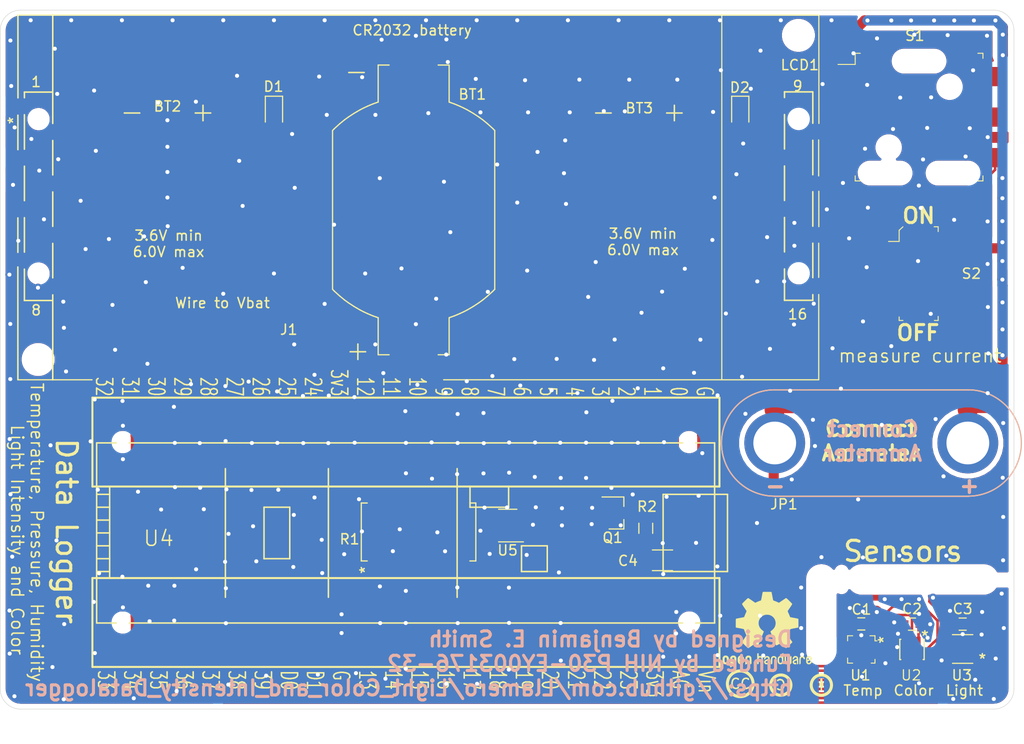
<source format=kicad_pcb>
(kicad_pcb (version 20171130) (host pcbnew "(5.1.4)-1")
  (layers (0 F.Cu signal) (31 B.Cu signal) (34 B.Paste user) (35 F.Paste user) (36 B.SilkS user) (37 F.SilkS user) (38 B.Mask user) (39 F.Mask user) (44 Edge.Cuts user))
  (net 0 "")
  (net 1 "Net-(BT1-Pad+)")
  (net 2 GND)
  (net 3 "Net-(BT2-Pad1)")
  (net 4 "Net-(D1-Pad1)")
  (net 5 /Vin)
  (net 6 /DB7)
  (net 7 /DB5)
  (net 8 /DB6)
  (net 9 /DB4)
  (net 10 "Net-(LCD1-Pad15)")
  (net 11 /RS)
  (net 12 /RW)
  (net 13 /E)
  (net 14 /3v3)
  (net 15 /2*)
  (net 16 /16*)
  (net 17 /A1)
  (net 18 /SCL1)
  (net 19 /SDA1)
  (net 20 /I2C_Pullup)
  (net 21 /9*)
  (net 22 /7*)
  (net 23 "Net-(U2-Pad4)")
  (net 24 "Net-(U3-Pad4)")
  (net 25 "Net-(U4-Pad40)")
  (net 26 "Net-(U4-Pad38)")
  (net 27 /SDA0)
  (net 28 /SCL0)
  (net 29 "Net-(BT3-Pad1)")
  (net 30 "Net-(U4-Pad18)")
  (net 31 "Net-(U4-Pad19)")
  (net 32 "Net-(U4-Pad49)")
  (net 33 /Temp_Vcc)
  (net 34 /Color_Vcc)
  (net 35 /Light_Vcc)
  (net 36 /LED_PWM)
  (net 37 "Net-(U4-Pad17)")
  (net 38 "Net-(U4-Pad20)")
  (net 39 /LCD_contrast)
  (net 40 /Bat_test)
  (net 41 "Net-(LCD1-Pad16)")
  (net 42 "Net-(LCD1-Pad10)")
  (net 43 "Net-(LCD1-Pad9)")
  (net 44 "Net-(LCD1-Pad7)")
  (net 45 "Net-(LCD1-Pad8)")
  (net 46 /6*)
  (net 47 /4*)
  (net 48 "Net-(U4-Pad30)")
  (net 49 "Net-(U4-Pad33)")
  (net 50 "Net-(U4-Pad36)")
  (net 51 "Net-(U4-Pad14)")
  (net 52 "Net-(R1-Pad14)")
  (net 53 /21*)
  (net 54 /LCD_Vcc)
  (net 55 "Net-(U4-Pad31)")
  (net 56 "Net-(U4-Pad32)")
  (net 57 "Net-(U4-Pad15)")
  (net 58 "Net-(U4-Pad16)")
  (net 59 "Net-(R1-Pad2)")
  (net 60 "Net-(R1-Pad15)")
  (net 61 "Net-(U4-Pad41)")
  (module Ben_Custom:NHD-0420H1Z-FL-GBW-33V3_Display_with_Header (layer F.Cu) (at 74.05 40.98)
    (fp_text reference LCD1 (at 77.82 -3.56) (layer F.SilkS))
    (fp_text value NHD-0420H1Z-FL-GBW-33V3)
    (fp_text user * (at 0.27 1.91 270) (layer F.SilkS))
    (pad None np_thru_hole circle (at 77.69042 -6.49024) (size 2.25 2.25) (drill 2.25) (layers *.Cu *.Mask))
    (pad None np_thru_hole circle (at 2.69042 25.50976) (size 2.25 2.25) (drill 2.25) (layers *.Cu *.Mask))
    (pad 14 smd rect (at 79.48854 13.18746) (size 1.905 1.016) (layers F.Cu F.Paste F.Mask) (net 6 /DB7))
    (pad 12 smd rect (at 79.48854 8.10746) (size 1.905 1.016) (layers F.Cu F.Paste F.Mask) (net 7 /DB5))
    (pad 13 smd rect (at 75.93254 10.64746) (size 1.905 1.016) (layers F.Cu F.Paste F.Mask) (net 8 /DB6))
    (pad 11 smd rect (at 75.93254 5.56746) (size 1.905 1.016) (layers F.Cu F.Paste F.Mask) (net 9 /DB4))
    (pad 15 smd rect (at 75.93254 15.72746) (size 1.905 1.016) (layers F.Cu F.Paste F.Mask) (net 10 "Net-(LCD1-Pad15)"))
    (pad 10 smd rect (at 79.48854 3.02746) (size 1.905 1.016) (layers F.Cu F.Paste F.Mask) (net 42 "Net-(LCD1-Pad10)"))
    (pad 16 smd rect (at 79.48854 18.26746) (size 1.905 1.016) (layers F.Cu F.Paste F.Mask) (net 41 "Net-(LCD1-Pad16)"))
    (pad 9 smd rect (at 75.93254 0.48746) (size 1.905 1.016) (layers F.Cu F.Paste F.Mask) (net 43 "Net-(LCD1-Pad9)"))
    (pad "" np_thru_hole circle (at 77.71 1.76) (size 1.19 1.19) (drill 1.19) (layers *.Cu *.Mask))
    (pad "" np_thru_hole circle (at 77.71 17) (size 1.19 1.19) (drill 1.19) (layers *.Cu *.Mask))
    (pad "" np_thru_hole circle (at 2.73 17.02) (size 1.19 1.19) (drill 1.19) (layers *.Cu *.Mask))
    (pad "" np_thru_hole circle (at 2.73 1.78) (size 1.19 1.19) (drill 1.19) (layers *.Cu *.Mask))
    (pad 1 smd rect (at 0.95254 0.50746) (size 1.905 1.016) (layers F.Cu F.Paste F.Mask) (net 2 GND))
    (pad 2 smd rect (at 4.50854 3.04746) (size 1.905 1.016) (layers F.Cu F.Paste F.Mask) (net 54 /LCD_Vcc))
    (pad 3 smd rect (at 0.95254 5.58746) (size 1.905 1.016) (layers F.Cu F.Paste F.Mask) (net 39 /LCD_contrast))
    (pad 4 smd rect (at 4.50854 8.12746) (size 1.905 1.016) (layers F.Cu F.Paste F.Mask) (net 11 /RS))
    (pad 5 smd rect (at 0.95254 10.66746) (size 1.905 1.016) (layers F.Cu F.Paste F.Mask) (net 12 /RW))
    (pad 6 smd rect (at 4.50854 13.20746) (size 1.905 1.016) (layers F.Cu F.Paste F.Mask) (net 13 /E))
    (pad 7 smd rect (at 0.95254 15.74746) (size 1.905 1.016) (layers F.Cu F.Paste F.Mask) (net 44 "Net-(LCD1-Pad7)"))
    (pad 8 smd rect (at 4.50854 18.28746) (size 1.905 1.016) (layers F.Cu F.Paste F.Mask) (net 45 "Net-(LCD1-Pad8)"))
  )
  (module Ben_Custom:BU2032SM-BT-GTR (layer F.Cu) (at 113.78 51.72 90)
    (fp_text reference BT1 (at 11.4 5.79) (layer F.SilkS) (effects (font (size 1.00178 1.00178))))
    (fp_text value BU2032SM-BT-GTR)
    (fp_text user - (at 13.71854 -5.6388) (layer F.SilkS) (effects (font (size 2 2))))
    (fp_text user + (at -14.00302 -5.65658 90) (layer F.SilkS) (effects (font (size 2 2))))
    (fp_text user "CR2032 battery" (at 17.73 -0.15) (layer F.SilkS))
    (pad + smd rect (at -14.65 0 90) (size 3.2 4.2) (layers F.Cu F.Paste F.Mask) (net 1 "Net-(BT1-Pad+)"))
    (pad - smd rect (at 14.65 0 90) (size 3.2 4.2) (layers F.Cu F.Paste F.Mask) (net 2 GND))
  )
  (module Ben_Custom:Teensy3.6_doublewide_header (layer F.Cu) (at 144.05 70.15 270)
    (fp_text reference U4 (at 14 55.43 180) (layer F.SilkS) (effects (font (size 1.5 1.5))))
    (fp_text value Teensy3.6)
    (pad None np_thru_hole circle (at 22.3 3.09 180) (size 1.19 1.19) (drill 1.19) (layers *.Cu *.Mask))
    (pad None np_thru_hole circle (at 22.3 58.97 180) (size 1.19 1.19) (drill 1.19) (layers *.Cu *.Mask))
    (pad 30 smd rect (at 19.474 60.24 180) (size 1.02 2.22) (layers F.Cu F.Paste) (net 48 "Net-(U4-Pad30)"))
    (pad 30 smd rect (at 25.126 60.24 180) (size 1.02 2.22) (layers F.Cu F.Paste) (net 48 "Net-(U4-Pad30)"))
    (pad 31 smd rect (at 19.474 57.7 180) (size 1.02 2.22) (layers F.Cu F.Paste) (net 55 "Net-(U4-Pad31)"))
    (pad 31 smd rect (at 25.126 57.7 180) (size 1.02 2.22) (layers F.Cu F.Paste) (net 55 "Net-(U4-Pad31)"))
    (pad 32 smd rect (at 19.474 55.16 180) (size 1.02 2.22) (layers F.Cu F.Paste) (net 56 "Net-(U4-Pad32)"))
    (pad 33 smd rect (at 25.126 52.62 180) (size 1.02 2.22) (layers F.Cu F.Paste) (net 49 "Net-(U4-Pad33)"))
    (pad 32 smd rect (at 25.126 55.16 180) (size 1.02 2.22) (layers F.Cu F.Paste) (net 56 "Net-(U4-Pad32)"))
    (pad 33 smd rect (at 19.474 52.62 180) (size 1.02 2.22) (layers F.Cu F.Paste) (net 49 "Net-(U4-Pad33)"))
    (pad 37 smd rect (at 19.474 42.46 180) (size 1.02 2.22) (layers F.Cu F.Paste) (net 39 /LCD_contrast))
    (pad 35 smd rect (at 25.126 47.54 180) (size 1.02 2.22) (layers F.Cu F.Paste) (net 19 /SDA1))
    (pad 37 smd rect (at 25.126 42.46 180) (size 1.02 2.22) (layers F.Cu F.Paste) (net 39 /LCD_contrast))
    (pad 36 smd rect (at 19.474 45 180) (size 1.02 2.22) (layers F.Cu F.Paste) (net 50 "Net-(U4-Pad36)"))
    (pad 36 smd rect (at 25.126 45 180) (size 1.02 2.22) (layers F.Cu F.Paste) (net 50 "Net-(U4-Pad36)"))
    (pad 34 smd rect (at 19.474 50.08 180) (size 1.02 2.22) (layers F.Cu F.Paste) (net 18 /SCL1))
    (pad 34 smd rect (at 25.126 50.08 180) (size 1.02 2.22) (layers F.Cu F.Paste) (net 18 /SCL1))
    (pad 35 smd rect (at 19.474 47.54 180) (size 1.02 2.22) (layers F.Cu F.Paste) (net 19 /SDA1))
    (pad 40 smd rect (at 25.126 34.84 180) (size 1.02 2.22) (layers F.Cu F.Paste) (net 25 "Net-(U4-Pad40)"))
    (pad 41 smd rect (at 19.474 32.3 180) (size 1.02 2.22) (layers F.Cu F.Paste) (net 61 "Net-(U4-Pad41)"))
    (pad 38 smd rect (at 19.474 39.92 180) (size 1.02 2.22) (layers F.Cu F.Paste) (net 26 "Net-(U4-Pad38)"))
    (pad 39 smd rect (at 19.474 37.38 180) (size 1.02 2.22) (layers F.Cu F.Paste) (net 2 GND))
    (pad 39 smd rect (at 25.126 37.38 180) (size 1.02 2.22) (layers F.Cu F.Paste) (net 2 GND))
    (pad 41 smd rect (at 25.126 32.3 180) (size 1.02 2.22) (layers F.Cu F.Paste) (net 61 "Net-(U4-Pad41)"))
    (pad 40 smd rect (at 19.474 34.84 180) (size 1.02 2.22) (layers F.Cu F.Paste) (net 25 "Net-(U4-Pad40)"))
    (pad 38 smd rect (at 25.126 39.92 180) (size 1.02 2.22) (layers F.Cu F.Paste) (net 26 "Net-(U4-Pad38)"))
    (pad 43 smd rect (at 25.126 27.22 180) (size 1.02 2.22) (layers F.Cu F.Paste) (net 16 /16*))
    (pad 45 smd rect (at 19.474 22.14 180) (size 1.02 2.22) (layers F.Cu F.Paste) (net 27 /SDA0))
    (pad 44 smd rect (at 25.126 24.68 180) (size 1.02 2.22) (layers F.Cu F.Paste) (net 35 /Light_Vcc))
    (pad 45 smd rect (at 25.126 22.14 180) (size 1.02 2.22) (layers F.Cu F.Paste) (net 27 /SDA0))
    (pad 44 smd rect (at 19.474 24.68 180) (size 1.02 2.22) (layers F.Cu F.Paste) (net 35 /Light_Vcc))
    (pad 42 smd rect (at 25.126 29.76 180) (size 1.02 2.22) (layers F.Cu F.Paste) (net 17 /A1))
    (pad 42 smd rect (at 19.474 29.76 180) (size 1.02 2.22) (layers F.Cu F.Paste) (net 17 /A1))
    (pad 43 smd rect (at 19.474 27.22 180) (size 1.02 2.22) (layers F.Cu F.Paste) (net 16 /16*))
    (pad 47 smd rect (at 25.126 17.06 180) (size 1.02 2.22) (layers F.Cu F.Paste) (net 33 /Temp_Vcc))
    (pad 48 smd rect (at 19.474 14.52 180) (size 1.02 2.22) (layers F.Cu F.Paste) (net 53 /21*))
    (pad 48 smd rect (at 25.126 14.52 180) (size 1.02 2.22) (layers F.Cu F.Paste) (net 53 /21*))
    (pad 49 smd rect (at 25.126 11.98 180) (size 1.02 2.22) (layers F.Cu F.Paste) (net 32 "Net-(U4-Pad49)"))
    (pad 46 smd rect (at 19.474 19.6 180) (size 1.02 2.22) (layers F.Cu F.Paste) (net 28 /SCL0))
    (pad 49 smd rect (at 19.474 11.98 180) (size 1.02 2.22) (layers F.Cu F.Paste) (net 32 "Net-(U4-Pad49)"))
    (pad 46 smd rect (at 25.126 19.6 180) (size 1.02 2.22) (layers F.Cu F.Paste) (net 28 /SCL0))
    (pad 47 smd rect (at 19.474 17.06 180) (size 1.02 2.22) (layers F.Cu F.Paste) (net 33 /Temp_Vcc))
    (pad 50 smd rect (at 25.126 9.44 180) (size 1.02 2.22) (layers F.Cu F.Paste) (net 34 /Color_Vcc))
    (pad 51 smd rect (at 19.474 6.9 180) (size 1.02 2.22) (layers F.Cu F.Paste) (net 14 /3v3))
    (pad 52 smd rect (at 19.474 4.36 180) (size 1.02 2.22) (layers F.Cu F.Paste) (net 2 GND))
    (pad 52 smd rect (at 25.126 4.36 180) (size 1.02 2.22) (layers F.Cu F.Paste) (net 2 GND))
    (pad 50 smd rect (at 19.474 9.44 180) (size 1.02 2.22) (layers F.Cu F.Paste) (net 34 /Color_Vcc))
    (pad 51 smd rect (at 25.126 6.9 180) (size 1.02 2.22) (layers F.Cu F.Paste) (net 14 /3v3))
    (pad 53 smd rect (at 19.474 1.82 180) (size 1.02 2.22) (layers F.Cu F.Paste) (net 5 /Vin))
    (pad 53 smd rect (at 25.126 1.82 180) (size 1.02 2.22) (layers F.Cu F.Paste) (net 5 /Vin))
    (pad 1 smd rect (at 7.316 1.82 180) (size 1.02 2.22) (layers F.Cu F.Paste) (net 2 GND))
    (pad 1 smd rect (at 1.664 1.82 180) (size 1.02 2.22) (layers F.Cu F.Paste) (net 2 GND))
    (pad 2 smd rect (at 7.316 4.36 180) (size 1.02 2.22) (layers F.Cu F.Paste) (net 6 /DB7))
    (pad 2 smd rect (at 1.664 4.36 180) (size 1.02 2.22) (layers F.Cu F.Paste) (net 6 /DB7))
    (pad 3 smd rect (at 7.316 6.9 180) (size 1.02 2.22) (layers F.Cu F.Paste) (net 8 /DB6))
    (pad 3 smd rect (at 1.664 6.9 180) (size 1.02 2.22) (layers F.Cu F.Paste) (net 8 /DB6))
    (pad 4 smd rect (at 7.316 9.44 180) (size 1.02 2.22) (layers F.Cu F.Paste) (net 15 /2*))
    (pad 4 smd rect (at 1.664 9.44 180) (size 1.02 2.22) (layers F.Cu F.Paste) (net 15 /2*))
    (pad 5 smd rect (at 7.316 11.98 180) (size 1.02 2.22) (layers F.Cu F.Paste) (net 7 /DB5))
    (pad 5 smd rect (at 1.664 11.98 180) (size 1.02 2.22) (layers F.Cu F.Paste) (net 7 /DB5))
    (pad 6 smd rect (at 7.316 14.52 180) (size 1.02 2.22) (layers F.Cu F.Paste) (net 47 /4*))
    (pad 6 smd rect (at 1.664 14.52 180) (size 1.02 2.22) (layers F.Cu F.Paste) (net 47 /4*))
    (pad 7 smd rect (at 7.316 17.06 180) (size 1.02 2.22) (layers F.Cu F.Paste) (net 9 /DB4))
    (pad 7 smd rect (at 1.664 17.06 180) (size 1.02 2.22) (layers F.Cu F.Paste) (net 9 /DB4))
    (pad 8 smd rect (at 7.316 19.6 180) (size 1.02 2.22) (layers F.Cu F.Paste) (net 46 /6*))
    (pad 8 smd rect (at 1.664 19.6 180) (size 1.02 2.22) (layers F.Cu F.Paste) (net 46 /6*))
    (pad 9 smd rect (at 7.316 22.14 180) (size 1.02 2.22) (layers F.Cu F.Paste) (net 22 /7*))
    (pad 9 smd rect (at 1.664 22.14 180) (size 1.02 2.22) (layers F.Cu F.Paste) (net 22 /7*))
    (pad 10 smd rect (at 7.316 24.68 180) (size 1.02 2.22) (layers F.Cu F.Paste) (net 20 /I2C_Pullup))
    (pad 10 smd rect (at 1.664 24.68 180) (size 1.02 2.22) (layers F.Cu F.Paste) (net 20 /I2C_Pullup))
    (pad 11 smd rect (at 7.316 27.22 180) (size 1.02 2.22) (layers F.Cu F.Paste) (net 21 /9*))
    (pad 11 smd rect (at 1.664 27.22 180) (size 1.02 2.22) (layers F.Cu F.Paste) (net 21 /9*))
    (pad 12 smd rect (at 7.316 29.76 180) (size 1.02 2.22) (layers F.Cu F.Paste) (net 36 /LED_PWM))
    (pad 12 smd rect (at 1.664 29.76 180) (size 1.02 2.22) (layers F.Cu F.Paste) (net 36 /LED_PWM))
    (pad 13 smd rect (at 7.316 32.3 180) (size 1.02 2.22) (layers F.Cu F.Paste) (net 40 /Bat_test))
    (pad 13 smd rect (at 1.664 32.3 180) (size 1.02 2.22) (layers F.Cu F.Paste) (net 40 /Bat_test))
    (pad 14 smd rect (at 7.316 34.84 180) (size 1.02 2.22) (layers F.Cu F.Paste) (net 51 "Net-(U4-Pad14)"))
    (pad 14 smd rect (at 1.664 34.84 180) (size 1.02 2.22) (layers F.Cu F.Paste) (net 51 "Net-(U4-Pad14)"))
    (pad 15 smd rect (at 7.316 37.38 180) (size 1.02 2.22) (layers F.Cu F.Paste) (net 57 "Net-(U4-Pad15)"))
    (pad 15 smd rect (at 1.664 37.38 180) (size 1.02 2.22) (layers F.Cu F.Paste) (net 57 "Net-(U4-Pad15)"))
    (pad 16 smd rect (at 7.316 39.92 180) (size 1.02 2.22) (layers F.Cu F.Paste) (net 58 "Net-(U4-Pad16)"))
    (pad 16 smd rect (at 1.664 39.92 180) (size 1.02 2.22) (layers F.Cu F.Paste) (net 58 "Net-(U4-Pad16)"))
    (pad 17 smd rect (at 7.316 42.46 180) (size 1.02 2.22) (layers F.Cu F.Paste) (net 37 "Net-(U4-Pad17)"))
    (pad 17 smd rect (at 1.664 42.46 180) (size 1.02 2.22) (layers F.Cu F.Paste) (net 37 "Net-(U4-Pad17)"))
    (pad 18 smd rect (at 7.316 45 180) (size 1.02 2.22) (layers F.Cu F.Paste) (net 30 "Net-(U4-Pad18)"))
    (pad 18 smd rect (at 1.664 45 180) (size 1.02 2.22) (layers F.Cu F.Paste) (net 30 "Net-(U4-Pad18)"))
    (pad 19 smd rect (at 7.316 47.54 180) (size 1.02 2.22) (layers F.Cu F.Paste) (net 31 "Net-(U4-Pad19)"))
    (pad 19 smd rect (at 1.664 47.54 180) (size 1.02 2.22) (layers F.Cu F.Paste) (net 31 "Net-(U4-Pad19)"))
    (pad 20 smd rect (at 7.316 50.08 180) (size 1.02 2.22) (layers F.Cu F.Paste) (net 38 "Net-(U4-Pad20)"))
    (pad 20 smd rect (at 1.664 50.08 180) (size 1.02 2.22) (layers F.Cu F.Paste) (net 38 "Net-(U4-Pad20)"))
    (pad 21 smd rect (at 7.316 52.62 180) (size 1.02 2.22) (layers F.Cu F.Paste) (net 54 /LCD_Vcc))
    (pad 21 smd rect (at 1.664 52.62 180) (size 1.02 2.22) (layers F.Cu F.Paste) (net 54 /LCD_Vcc))
    (pad 22 smd rect (at 7.316 55.16 180) (size 1.02 2.22) (layers F.Cu F.Paste) (net 11 /RS))
    (pad 22 smd rect (at 1.664 55.16 180) (size 1.02 2.22) (layers F.Cu F.Paste) (net 11 /RS))
    (pad 23 smd rect (at 7.316 57.7 180) (size 1.02 2.22) (layers F.Cu F.Paste) (net 13 /E))
    (pad 23 smd rect (at 1.664 57.7 180) (size 1.02 2.22) (layers F.Cu F.Paste) (net 13 /E))
    (pad 24 smd rect (at 7.316 60.24 180) (size 1.02 2.22) (layers F.Cu F.Paste) (net 12 /RW))
    (pad 24 smd rect (at 1.664 60.24 180) (size 1.02 2.22) (layers F.Cu F.Paste) (net 12 /RW))
    (pad None np_thru_hole circle (at 4.49 58.97 180) (size 1.19 1.19) (drill 1.19) (layers *.Cu *.Mask))
    (pad None np_thru_hole circle (at 4.49 3.09 180) (size 1.19 1.19) (drill 1.19) (layers *.Cu *.Mask))
  )
  (module Ben_Custom:Sensor_cutout (layer F.Cu) (at 153 87.2)
    (fp_text reference REF**)
    (fp_text value Sensor_cutout)
    (pad "" np_thru_hole circle (at 3 1.75) (size 0.4 0.4) (drill 0.4) (layers *.Cu *.Mask))
    (pad "" np_thru_hole circle (at 3 0.25) (size 0.4 0.4) (drill 0.4) (layers *.Cu *.Mask))
    (pad "" np_thru_hole oval (at 1 4.5) (size 2 9) (drill oval 2 9) (layers *.Cu *.Mask))
    (pad "" np_thru_hole oval (at 11 1) (size 14 2) (drill oval 14 2) (layers *.Cu *.Mask))
  )
  (module Ben_Custom:4816P-1-472LF (layer F.Cu) (at 114.265 83.515 90)
    (fp_text reference R1 (at -0.715 -6.805 180) (layer F.SilkS))
    (fp_text value EXB-2HV472JV_-_8x4.7k_resistor_array)
    (fp_text user * (at -3.75 -5.25 90) (layer F.SilkS))
    (pad 1 smd rect (at -3.495 -4.445 90) (size 1.59 0.6) (layers F.Cu F.Paste F.Mask) (net 2 GND))
    (pad 2 smd rect (at -3.495 -3.175 90) (size 1.59 0.6) (layers F.Cu F.Paste F.Mask) (net 59 "Net-(R1-Pad2)"))
    (pad 3 smd rect (at -3.495 -1.905 90) (size 1.59 0.6) (layers F.Cu F.Paste F.Mask) (net 17 /A1))
    (pad 4 smd rect (at -3.495 -0.635 90) (size 1.59 0.6) (layers F.Cu F.Paste F.Mask) (net 17 /A1))
    (pad 5 smd rect (at -3.495 0.635 90) (size 1.59 0.6) (layers F.Cu F.Paste F.Mask) (net 18 /SCL1))
    (pad 6 smd rect (at -3.495 1.905 90) (size 1.59 0.6) (layers F.Cu F.Paste F.Mask) (net 19 /SDA1))
    (pad 7 smd rect (at -3.495 3.175 90) (size 1.59 0.6) (layers F.Cu F.Paste F.Mask) (net 27 /SDA0))
    (pad 8 smd rect (at -3.495 4.445 90) (size 1.59 0.6) (layers F.Cu F.Paste F.Mask) (net 28 /SCL0))
    (pad 9 smd rect (at 3.495 4.445 90) (size 1.59 0.6) (layers F.Cu F.Paste F.Mask) (net 20 /I2C_Pullup))
    (pad 10 smd rect (at 3.495 3.175 90) (size 1.59 0.6) (layers F.Cu F.Paste F.Mask) (net 20 /I2C_Pullup))
    (pad 11 smd rect (at 3.495 1.905 90) (size 1.59 0.6) (layers F.Cu F.Paste F.Mask) (net 20 /I2C_Pullup))
    (pad 12 smd rect (at 3.495 0.635 90) (size 1.59 0.6) (layers F.Cu F.Paste F.Mask) (net 20 /I2C_Pullup))
    (pad 13 smd rect (at 3.495 -0.635 90) (size 1.59 0.6) (layers F.Cu F.Paste F.Mask) (net 2 GND))
    (pad 14 smd rect (at 3.495 -1.905 90) (size 1.59 0.6) (layers F.Cu F.Paste F.Mask) (net 52 "Net-(R1-Pad14)"))
    (pad 15 smd rect (at 3.495 -3.175 90) (size 1.59 0.6) (layers F.Cu F.Paste F.Mask) (net 60 "Net-(R1-Pad15)"))
    (pad 16 smd rect (at 3.495 -4.445 90) (size 1.59 0.6) (layers F.Cu F.Paste F.Mask) (net 36 /LED_PWM))
  )
  (module TO_SOT_Packages_SMD:SOT-23-5 (layer F.Cu) (at 123.06 82.88 180)
    (fp_text reference U5 (at 0.01 -2.45) (layer F.SilkS))
    (fp_text value TS12A4514DBVR)
    (pad 1 smd rect (at -1.1 -0.95 180) (size 1.06 0.65) (layers F.Cu F.Paste F.Mask) (net 5 /Vin))
    (pad 2 smd rect (at -1.1 0 180) (size 1.06 0.65) (layers F.Cu F.Paste F.Mask) (net 52 "Net-(R1-Pad14)"))
    (pad 3 smd rect (at -1.1 0.95 180) (size 1.06 0.65) (layers F.Cu F.Paste F.Mask) (net 2 GND))
    (pad 4 smd rect (at 1.1 0.95 180) (size 1.06 0.65) (layers F.Cu F.Paste F.Mask) (net 40 /Bat_test))
    (pad 5 smd rect (at 1.1 -0.95 180) (size 1.06 0.65) (layers F.Cu F.Paste F.Mask) (net 5 /Vin))
  )
  (module TO_SOT_Packages_SMD:SOT-23 (layer F.Cu) (at 133.76 81.64)
    (fp_text reference Q1 (at -0.35 2.44) (layer F.SilkS))
    (fp_text value Q_NMOS_GSD)
    (pad 1 smd rect (at -1 -0.95) (size 0.9 0.8) (layers F.Cu F.Paste F.Mask) (net 36 /LED_PWM))
    (pad 2 smd rect (at -1 0.95) (size 0.9 0.8) (layers F.Cu F.Paste F.Mask) (net 2 GND))
    (pad 3 smd rect (at 1 0) (size 0.9 0.8) (layers F.Cu F.Paste F.Mask) (net 41 "Net-(LCD1-Pad16)"))
  )
  (module Capacitors_SMD:C_1206 (layer F.Cu) (at 138.33 86.31)
    (fp_text reference C4 (at -3.41 0.05) (layer F.SilkS))
    (fp_text value 100uF)
    (pad 1 smd rect (at -1.5 0) (size 1 1.6) (layers F.Cu F.Paste F.Mask) (net 14 /3v3))
    (pad 2 smd rect (at 1.5 0) (size 1 1.6) (layers F.Cu F.Paste F.Mask) (net 2 GND))
  )
  (module Symbols:OSHW-Logo2_9.8x8mm_SilkScreen (layer F.Cu) (at 148.65 93.14)
    (fp_text reference REF*** hide)
    (fp_text value OSHW-Logo2_9.8x8mm_SilkScreen hide)
  )
  (module digikey-footprints:Switch_Nav_12.4x12.4mm_SMD_JS5208 (layer F.Cu) (at 163.64 42.56)
    (fp_text reference S1 (at -0.42 -8.03) (layer F.SilkS))
    (fp_text value JS5208)
    (pad "" np_thru_hole circle (at -3 3) (size 1.6 1.6) (drill 1.6) (layers *.Cu *.Mask))
    (pad "" np_thru_hole oval (at 0 -5.525) (size 4.4 1.45) (drill oval 4.4 1.45) (layers *.Cu *.Mask))
    (pad 6 smd rect (at 7.5 4) (size 2 1.9) (layers F.Cu F.Paste F.Mask) (net 15 /2*))
    (pad 5 smd rect (at 7.5 0) (size 2 1.9) (layers F.Cu F.Paste F.Mask) (net 46 /6*))
    (pad 4 smd rect (at 7.5 -4) (size 2 1.9) (layers F.Cu F.Paste F.Mask) (net 21 /9*))
    (pad 3 smd rect (at -7.5 4) (size 2 1.9) (layers F.Cu F.Paste F.Mask) (net 47 /4*))
    (pad 2 smd rect (at -7.5 0) (size 2 1.9) (layers F.Cu F.Paste F.Mask) (net 22 /7*))
    (pad 1 smd rect (at -7.5 -4) (size 2 1.9) (layers F.Cu F.Paste F.Mask) (net 2 GND))
    (pad "" np_thru_hole oval (at -3.35 5.525) (size 4.4 1.45) (drill oval 4.4 1.45) (layers *.Cu *.Mask))
    (pad "" np_thru_hole oval (at 3.35 5.525) (size 4.4 1.45) (drill oval 4.4 1.45) (layers *.Cu *.Mask))
    (pad "" np_thru_hole circle (at 3 -3) (size 1.6 1.6) (drill 1.6) (layers *.Cu *.Mask))
  )
  (module Capacitors_SMD:C_0603 (layer F.Cu) (at 167.94 92.61)
    (fp_text reference C3 (at 0 -1.5) (layer F.SilkS))
    (fp_text value 1uF)
    (pad 2 smd rect (at 0.75 0) (size 0.8 0.75) (layers F.Cu F.Paste F.Mask) (net 2 GND))
    (pad 1 smd rect (at -0.75 0) (size 0.8 0.75) (layers F.Cu F.Paste F.Mask) (net 35 /Light_Vcc))
  )
  (module Capacitors_SMD:C_0603 (layer F.Cu) (at 162.94 92.61)
    (fp_text reference C2 (at 0 -1.5) (layer F.SilkS))
    (fp_text value 1uF)
    (pad 2 smd rect (at 0.75 0) (size 0.8 0.75) (layers F.Cu F.Paste F.Mask) (net 34 /Color_Vcc))
    (pad 1 smd rect (at -0.75 0) (size 0.8 0.75) (layers F.Cu F.Paste F.Mask) (net 2 GND))
  )
  (module Ben_Custom:Banana_Jack_2Pin (layer F.Cu) (at 149.4 74.73)
    (fp_text reference JP1 (at 0.91 6.05) (layer F.SilkS))
    (fp_text value Jumper_NO_Small)
    (pad 2 smd circle (at 19.05 -3.3) (size 2 2) (layers F.Cu F.Mask) (net 4 "Net-(D1-Pad1)"))
    (pad 1 smd circle (at 0 -3.3) (size 2 2) (layers F.Cu F.Mask) (net 5 /Vin))
    (pad 1 thru_hole circle (at 0 0) (size 6 6) (drill 4.22) (layers *.Cu *.Mask) (net 5 /Vin))
    (pad 2 thru_hole circle (at 19.05 0) (size 6 6) (drill 4.22) (layers *.Cu *.Mask) (net 4 "Net-(D1-Pad1)"))
  )
  (module Ben_Custom:CC_Attribution (layer F.Cu) (at 154 98.63)
    (fp_text reference REF**)
    (fp_text value CC_Attribution)
    (fp_text user i (at 0 0) (layer F.SilkS))
  )
  (module Ben_Custom:CC_Share_alike (layer F.Cu) (at 150 98.63)
    (fp_text reference REF**)
    (fp_text value CC_Share_alike)
    (fp_text user Ɔ (at 0 0) (layer F.SilkS))
  )
  (module Ben_Custom:CC_silkscreen (layer F.Cu) (at 146 98.5)
    (fp_text reference REF**)
    (fp_text value "CC silkscreen")
    (fp_text user CC (at 0 0) (layer F.SilkS))
  )
  (module Ben_Custom:TCS34725 (layer F.Cu) (at 162.94 95.11 270)
    (fp_text reference U2 (at 2.55 0.08 180) (layer F.SilkS) (effects (font (thickness 0.120218))))
    (fp_text value TCS34725FN)
    (pad 1 smd rect (at -0.75 -0.65 270) (size 1 0.4) (layers F.Cu F.Paste F.Mask) (net 34 /Color_Vcc))
    (pad 2 smd rect (at -0.75 0 270) (size 1 0.4) (layers F.Cu F.Paste F.Mask) (net 28 /SCL0))
    (pad 3 smd rect (at -0.75 0.65 270) (size 1 0.4) (layers F.Cu F.Paste F.Mask) (net 2 GND))
    (pad 6 smd rect (at 0.75 -0.65 270) (size 1 0.4) (layers F.Cu F.Paste F.Mask) (net 27 /SDA0))
    (pad 4 smd rect (at 0.75 0.65 270) (size 1 0.4) (layers F.Cu F.Paste F.Mask) (net 23 "Net-(U2-Pad4)"))
    (pad 5 smd rect (at 0.75 0 270) (size 1 0.4) (layers F.Cu F.Paste F.Mask) (net 16 /16*))
  )
  (module Wire_Pads:SolderWirePad_single_SMD_5x10mm (layer F.Cu) (at 95.06 64.59 270)
    (fp_text reference J1 (at -1.05 -6.4 180) (layer F.SilkS))
    (fp_text value Wire_to_Vbat)
    (pad 1 smd rect (at 0 0 270) (size 5 10) (layers F.Cu F.Paste F.Mask) (net 1 "Net-(BT1-Pad+)"))
  )
  (module Diodes_SMD:D_SOD-323 (layer F.Cu) (at 146 42 270)
    (fp_text reference D2 (at -2.36 0.05 180) (layer F.SilkS))
    (fp_text value D)
    (pad 1 smd rect (at -1.05 0 270) (size 0.6 0.45) (layers F.Cu F.Paste F.Mask) (net 4 "Net-(D1-Pad1)"))
    (pad 2 smd rect (at 1.05 0 270) (size 0.6 0.45) (layers F.Cu F.Paste F.Mask) (net 29 "Net-(BT3-Pad1)"))
  )
  (module Ben_Custom:BH3AAW-Battery_wire_pads (layer F.Cu) (at 136 48 180)
    (fp_text reference BT3 (at -0.04 6.32) (layer F.SilkS))
    (fp_text value Battery)
    (fp_text user - (at 3.5 6) (layer F.SilkS) (effects (font (size 2 2))))
    (fp_text user + (at -3.5 6) (layer F.SilkS) (effects (font (size 2 2))))
    (pad 2 smd rect (at 3.5 0 180) (size 5 10) (layers F.Cu F.Paste F.Mask) (net 2 GND))
    (pad 1 smd rect (at -3.5 0 180) (size 5 10) (layers F.Cu F.Paste F.Mask) (net 29 "Net-(BT3-Pad1)"))
  )
  (module digikey-footprints:Pressure_Sensor_LGA-8_2.5x2.5mm_BME280 (layer F.Cu) (at 157.94 95.11 270)
    (fp_text reference U1 (at 2.55 0.08 180) (layer F.SilkS))
    (fp_text value BME280)
    (fp_text user * (at -0.95 -2.24 90) (layer F.SilkS))
    (pad 8 smd rect (at -0.975 1.024999 270) (size 0.35 0.5) (layers F.Cu F.Paste F.Mask) (net 33 /Temp_Vcc))
    (pad 7 smd rect (at -0.325 1.024999 270) (size 0.35 0.5) (layers F.Cu F.Paste F.Mask) (net 2 GND))
    (pad 6 smd rect (at 0.325 1.024999 270) (size 0.35 0.5) (layers F.Cu F.Paste F.Mask) (net 33 /Temp_Vcc))
    (pad 5 smd rect (at 0.975 1.024999 270) (size 0.35 0.5) (layers F.Cu F.Paste F.Mask) (net 33 /Temp_Vcc))
    (pad 4 smd rect (at 0.975 -1.025 270) (size 0.35 0.5) (layers F.Cu F.Paste F.Mask) (net 28 /SCL0))
    (pad 3 smd rect (at 0.325 -1.025 270) (size 0.35 0.5) (layers F.Cu F.Paste F.Mask) (net 27 /SDA0))
    (pad 2 smd rect (at -0.325 -1.025 270) (size 0.35 0.5) (layers F.Cu F.Paste F.Mask) (net 33 /Temp_Vcc))
    (pad 1 smd rect (at -0.975 -1.025 270) (size 0.35 0.5) (layers F.Cu F.Paste F.Mask) (net 2 GND))
  )
  (module Ben_Custom:TSL25911FN (layer F.Cu) (at 167.94 95.07 180)
    (fp_text reference U3 (at 0.08 -2.59) (layer F.SilkS))
    (fp_text value TSL25911FN)
    (fp_text user * (at -1.94 -1) (layer F.SilkS))
    (pad 4 smd rect (at 0.75 0.65 180) (size 1.2 0.35) (layers F.Cu F.Paste F.Mask) (net 24 "Net-(U3-Pad4)"))
    (pad 5 smd rect (at 0.75 0 180) (size 1.2 0.35) (layers F.Cu F.Paste F.Mask) (net 35 /Light_Vcc))
    (pad 3 smd rect (at -0.75 0.65 180) (size 1.2 0.35) (layers F.Cu F.Paste F.Mask) (net 2 GND))
    (pad 2 smd rect (at -0.75 0 180) (size 1.2 0.35) (layers F.Cu F.Paste F.Mask) (net 53 /21*))
    (pad 6 smd rect (at 0.75 -0.65 180) (size 1.2 0.35) (layers F.Cu F.Paste F.Mask) (net 19 /SDA1))
    (pad 1 smd rect (at -0.75 -0.65 180) (size 1.2 0.35) (layers F.Cu F.Paste F.Mask) (net 18 /SCL1))
  )
  (module digikey-footprints:Switch_Slide_JS202011SCQN (layer F.Cu) (at 163.6 58.01 270)
    (fp_text reference S2 (at 0 -5.2 180) (layer F.SilkS))
    (fp_text value JS202011SCQN)
    (pad 6 smd rect (at 2.5 -2.75 270) (size 1.2 2.5) (layers F.Cu F.Paste F.Mask) (net 5 /Vin))
    (pad 5 smd rect (at 0 -2.75 270) (size 1.2 2.5) (layers F.Cu F.Paste F.Mask) (net 5 /Vin))
    (pad 4 smd rect (at -2.5 -2.75 270) (size 1.2 2.5) (layers F.Cu F.Paste F.Mask) (net 4 "Net-(D1-Pad1)"))
    (pad 1 smd rect (at -2.5 2.75 270) (size 1.2 2.5) (layers F.Cu F.Paste F.Mask) (net 4 "Net-(D1-Pad1)"))
    (pad 2 smd rect (at 0 2.75 270) (size 1.2 2.5) (layers F.Cu F.Paste F.Mask) (net 5 /Vin))
    (pad 3 smd rect (at 2.5 2.75 270) (size 1.2 2.5) (layers F.Cu F.Paste F.Mask) (net 5 /Vin))
  )
  (module Resistors_SMD:R_0603 (layer F.Cu) (at 136.68 83.15 90)
    (fp_text reference R2 (at 2.14 0.12 180) (layer F.SilkS))
    (fp_text value 2)
    (pad 1 smd rect (at -0.75 0 90) (size 0.5 0.9) (layers F.Cu F.Paste F.Mask) (net 14 /3v3))
    (pad 2 smd rect (at 0.75 0 90) (size 0.5 0.9) (layers F.Cu F.Paste F.Mask) (net 10 "Net-(LCD1-Pad15)"))
  )
  (module Diodes_SMD:D_SOD-323 (layer F.Cu) (at 100 42 270)
    (fp_text reference D1 (at -2.45 0.04 180) (layer F.SilkS))
    (fp_text value D)
    (pad 1 smd rect (at -1.05 0 270) (size 0.6 0.45) (layers F.Cu F.Paste F.Mask) (net 4 "Net-(D1-Pad1)"))
    (pad 2 smd rect (at 1.05 0 270) (size 0.6 0.45) (layers F.Cu F.Paste F.Mask) (net 3 "Net-(BT2-Pad1)"))
  )
  (module Capacitors_SMD:C_0603 (layer F.Cu) (at 157.94 92.59 180)
    (fp_text reference C1 (at -0.02 1.43) (layer F.SilkS))
    (fp_text value 1uF)
    (pad 2 smd rect (at 0.75 0 180) (size 0.8 0.75) (layers F.Cu F.Paste F.Mask) (net 33 /Temp_Vcc))
    (pad 1 smd rect (at -0.75 0 180) (size 0.8 0.75) (layers F.Cu F.Paste F.Mask) (net 2 GND))
  )
  (module Ben_Custom:BH3AAW-Battery_wire_pads (layer F.Cu) (at 89.5 48 180)
    (fp_text reference BT2 (at 0 6.5) (layer F.SilkS))
    (fp_text value Battery)
    (fp_text user - (at 3.5 6) (layer F.SilkS) (effects (font (size 2 2))))
    (fp_text user + (at -3.5 6) (layer F.SilkS) (effects (font (size 2 2))))
    (pad 2 smd rect (at 3.5 0 180) (size 5 10) (layers F.Cu F.Paste F.Mask) (net 2 GND))
    (pad 1 smd rect (at -3.5 0 180) (size 5 10) (layers F.Cu F.Paste F.Mask) (net 3 "Net-(BT2-Pad1)"))
  )
  (gr_text "3.6V min\n6.0V max" (at 136.39 54.87) (layer F.SilkS) (effects (font (size 1 1))))
  (gr_text "G\n0\n1\n2\n3\n4\n5\n6\n7\n8\n9\n10\n11\n12\n3v3\n24\n25\n26\n27\n28\n29\n30\n31\n32" (at 112.86 70.22 270) (layer F.SilkS) (effects (font (size 1.6 1)) (justify right)))
  (gr_text "Data Logger" (at 79.53 83.44 270) (layer F.SilkS) (effects (font (size 2 2) (thickness 0.3))))
  (gr_text "Temperature, Pressure, Humidity, \nLight Intensity and Color" (at 75.64 84.3 270) (layer F.SilkS) (effects (font (size 1.2 1.2))))
  (gr_text "measure current" (at 163.74 66.12) (layer F.SilkS) (effects (font (size 1.3 1.3))))
  (gr_arc (start 168.48 74.73) (end 168.48 79.98) (angle -180) (layer B.SilkS) (width 0.12))
  (gr_text "Designed by Benjamin E. Smith\nFunded by NIH P30-EY003176-32\nhttps://github.com/Llamero/Light_Color_and_Intensity_Datalogger" (at 151.32 96.51) (layer B.SilkS) (effects (font (size 1.5 1.5) (thickness 0.3)) (justify left mirror)))
  (gr_text "Wire to Vbat" (at 94.92 60.91) (layer F.SilkS) (effects (font (size 1 1))))
  (gr_text "3.6V min\n6.0V max" (at 89.6 55.06) (layer F.SilkS) (effects (font (size 1 1))))
  (gr_text "9\n\n\n\n\n\n\n\n\n\n\n\n\n\n16" (at 151.66 50.76) (layer F.SilkS) (effects (font (size 1 1))))
  (gr_text "1\n\n\n\n\n\n\n\n\n\n\n\n\n\n8" (at 76.54 50.36) (layer F.SilkS) (effects (font (size 1 1))))
  (gr_text Sensors (at 162.05 85.42) (layer F.SilkS) (effects (font (size 2 2) (thickness 0.3))))
  (gr_text "Vin\nAG\n3v3\n23\n22\n21\n20\n19\n18\n17\n16\n15\n14\n13\nG\nD1\nD0\n39\n38\n37\n36\n35\n34\n33" (at 113.06 97.08 270) (layer F.SilkS) (effects (font (size 1.6 1)) (justify left)))
  (gr_text * (at 164.21 93.81) (layer F.SilkS) (effects (font (size 1 1))))
  (gr_line (start 149.33 80) (end 168.52 80) (layer B.SilkS) (width 0.12))
  (gr_line (start 149.46 69.49) (end 168.6 69.5) (layer B.SilkS) (width 0.12))
  (gr_arc (start 149.39 74.73) (end 149.39 69.48) (angle -180) (layer B.SilkS) (width 0.12))
  (gr_text + (at 168.62 78.93) (layer B.SilkS) (effects (font (size 1.5 1.5) (thickness 0.3))))
  (gr_text - (at 149.47 78.95) (layer B.SilkS) (effects (font (size 1.5 1.5) (thickness 0.3))))
  (gr_text "Connect\nAmmeter" (at 159.08 74.56) (layer B.SilkS) (effects (font (size 1.5 1.5) (thickness 0.3)) (justify mirror)))
  (gr_text Temp (at 158.11 99.16) (layer F.SilkS) (effects (font (size 1 1))))
  (gr_text Color (at 163.11 99.16) (layer F.SilkS) (effects (font (size 1 1))))
  (gr_text Light (at 168.11 99.16) (layer F.SilkS) (effects (font (size 1 1))))
  (gr_arc (start 75 99) (end 73 99) (angle -90) (layer Edge.Cuts) (width 0.05))
  (gr_arc (start 171 99) (end 171 101) (angle -90) (layer Edge.Cuts) (width 0.05))
  (gr_arc (start 171 34) (end 173 34) (angle -90) (layer Edge.Cuts) (width 0.05))
  (gr_arc (start 75 34) (end 75 32) (angle -90) (layer Edge.Cuts) (width 0.05))
  (gr_line (start 73 99) (end 73 34) (layer Edge.Cuts) (width 0.05))
  (gr_line (start 171 101) (end 75 101) (layer Edge.Cuts) (width 0.05))
  (gr_line (start 173 34) (end 173 99) (layer Edge.Cuts) (width 0.05))
  (gr_line (start 75 32) (end 171 32) (layer Edge.Cuts) (width 0.05))
  (gr_text - (at 149.45 78.95) (layer F.SilkS) (effects (font (size 1.5 1.5) (thickness 0.3))))
  (gr_text + (at 168.6 78.93) (layer F.SilkS) (effects (font (size 1.5 1.5) (thickness 0.3))))
  (gr_text "Connect\nAmmeter" (at 158.89 74.52) (layer F.SilkS) (effects (font (size 1.5 1.5) (thickness 0.3))))
  (gr_text "OFF\n" (at 163.53 63.86) (layer F.SilkS) (effects (font (size 1.5 1.5) (thickness 0.3))))
  (gr_text ON (at 163.6 52.29) (layer F.SilkS) (effects (font (size 1.5 1.5) (thickness 0.3))))
  (segment (start 114 66.65) (end 96.11 66.65) (width 1) (layer F.Cu) (net 1))
  (segment (start 96.11 66.65) (end 95.42 65.96) (width 1) (layer F.Cu) (net 1))
  (segment (start 95.1 65.58) (end 96.4 65.58) (width 0.25) (layer F.Cu) (net 1))
  (segment (start 96.4 65.58) (end 97.73 66.91) (width 0.25) (layer F.Cu) (net 1))
  (segment (start 158.965 93.71) (end 158.97 93.705) (width 0.25) (layer F.Cu) (net 2))
  (segment (start 158.965 94.135) (end 158.965 93.71) (width 0.25) (layer F.Cu) (net 2))
  (segment (start 158.97 92.83) (end 158.73 92.59) (width 0.25) (layer F.Cu) (net 2))
  (segment (start 158.42 92.85) (end 158.67 92.6) (width 0.25) (layer F.Cu) (net 2))
  (segment (start 162.29 94.36) (end 162.29 93.61) (width 0.25) (layer F.Cu) (net 2))
  (segment (start 168.69 92.61) (end 168.69 94.43) (width 0.25) (layer F.Cu) (net 2))
  (segment (start 158.97 93.48) (end 158.97 92.83) (width 0.25) (layer F.Cu) (net 2))
  (segment (start 158.97 93.705) (end 158.97 93.48) (width 0.25) (layer F.Cu) (net 2))
  (segment (start 162.29 93.38) (end 162.29 92.65) (width 0.25) (layer F.Cu) (net 2))
  (segment (start 162.29 93.61) (end 162.29 93.38) (width 0.25) (layer F.Cu) (net 2))
  (segment (start 132.5 50.5) (end 132.5 48) (width 1) (layer F.Cu) (net 2))
  (segment (start 139.69 89.594) (end 139.69 91.41) (width 1) (layer F.Cu) (net 2))
  (segment (start 139.664999 95.204999) (end 139.67 95.21) (width 1) (layer F.Cu) (net 2))
  (segment (start 142.255001 73.919001) (end 142.255001 75.734999) (width 1) (layer F.Cu) (net 2))
  (segment (start 142.23 71.784) (end 142.23 73.58) (width 1) (layer F.Cu) (net 2))
  (segment (start 142.23 73.894) (end 142.255001 73.919001) (width 1) (layer F.Cu) (net 2))
  (segment (start 142.255001 77.654999) (end 142.21 77.7) (width 1) (layer F.Cu) (net 2))
  (segment (start 106.67 89.594) (end 106.67 91.64) (width 1) (layer F.Cu) (net 2))
  (segment (start 106.67 95.86) (end 106.67 95.246) (width 1) (layer F.Cu) (net 2))
  (segment (start 156.915001 94.785) (end 157.415001 94.785) (width 0.25) (layer F.Cu) (net 2))
  (segment (start 158.060001 94.14) (end 158.98 94.14) (width 0.25) (layer F.Cu) (net 2))
  (via (at 161.56 93.56) (size 0.8) (drill 0.4) (layers F.Cu B.Cu) (net 2))
  (segment (start 162.19 92.61) (end 162.19 92.93) (width 0.25) (layer F.Cu) (net 2))
  (segment (start 162.19 92.93) (end 161.56 93.56) (width 0.25) (layer F.Cu) (net 2))
  (via (at 161.48 94.88) (size 0.8) (drill 0.4) (layers F.Cu B.Cu) (net 2))
  (segment (start 161.56 93.56) (end 161.56 94.8) (width 0.25) (layer B.Cu) (net 2))
  (segment (start 161.56 94.8) (end 161.48 94.88) (width 0.25) (layer B.Cu) (net 2))
  (segment (start 161.48 94.88) (end 161.48 93.62) (width 0.25) (layer F.Cu) (net 2))
  (via (at 161.188703 92.437044) (size 0.8) (drill 0.4) (layers F.Cu B.Cu) (net 2))
  (segment (start 161.48 93.62) (end 161.188703 93.328703) (width 0.25) (layer F.Cu) (net 2))
  (segment (start 161.188703 93.328703) (end 161.188703 92.437044) (width 0.25) (layer F.Cu) (net 2))
  (segment (start 161.188703 93.002729) (end 161.57 93.384026) (width 0.25) (layer B.Cu) (net 2))
  (segment (start 161.188703 92.437044) (end 161.188703 93.002729) (width 0.25) (layer B.Cu) (net 2))
  (segment (start 161.57 93.384026) (end 161.57 93.59) (width 0.25) (layer B.Cu) (net 2))
  (segment (start 157.685 93.625) (end 157.74 93.57) (width 0.25) (layer F.Cu) (net 2))
  (segment (start 157.685 94.515) (end 158.060001 94.14) (width 0.25) (layer F.Cu) (net 2))
  (segment (start 157.415001 94.785) (end 157.685 94.515) (width 0.25) (layer F.Cu) (net 2))
  (via (at 158.1 91.37) (size 0.8) (drill 0.4) (layers F.Cu B.Cu) (net 2))
  (segment (start 157.74 93.57) (end 157.74 91.73) (width 0.25) (layer B.Cu) (net 2))
  (segment (start 157.74 91.73) (end 158.1 91.37) (width 0.25) (layer B.Cu) (net 2))
  (via (at 159.47 91.42) (size 0.8) (drill 0.4) (layers F.Cu B.Cu) (net 2))
  (segment (start 158.1 91.37) (end 159.42 91.37) (width 0.25) (layer F.Cu) (net 2))
  (segment (start 159.42 91.37) (end 159.47 91.42) (width 0.25) (layer F.Cu) (net 2))
  (segment (start 158.904315 91.42) (end 158.804315 91.32) (width 0.25) (layer B.Cu) (net 2))
  (segment (start 159.47 91.42) (end 158.904315 91.42) (width 0.25) (layer B.Cu) (net 2))
  (segment (start 158.804315 91.32) (end 158.05 91.32) (width 0.25) (layer B.Cu) (net 2))
  (segment (start 158.05 91.32) (end 158 91.37) (width 0.25) (layer B.Cu) (net 2))
  (segment (start 158.69 91.965) (end 158.7 91.955) (width 0.25) (layer F.Cu) (net 2))
  (segment (start 158.69 92.59) (end 158.69 91.965) (width 0.25) (layer F.Cu) (net 2))
  (segment (start 158.7 91.955) (end 158.7 91.38) (width 0.25) (layer F.Cu) (net 2))
  (segment (start 158.69 93.215) (end 158.325 93.58) (width 0.25) (layer F.Cu) (net 2))
  (segment (start 158.69 92.59) (end 158.69 93.215) (width 0.25) (layer F.Cu) (net 2))
  (segment (start 157.74 94.135685) (end 157.73 94.145685) (width 0.25) (layer F.Cu) (net 2))
  (segment (start 157.74 93.57) (end 157.74 94.135685) (width 0.25) (layer F.Cu) (net 2))
  (segment (start 157.73 94.145685) (end 157.73 94.45) (width 0.25) (layer F.Cu) (net 2))
  (via (at 167.94 93.6) (size 0.8) (drill 0.4) (layers F.Cu B.Cu) (net 2))
  (segment (start 167.68 93.62) (end 167.18 93.62) (width 0.25) (layer F.Cu) (net 2))
  (segment (start 167.18 93.62) (end 168.58 93.62) (width 0.25) (layer B.Cu) (net 2))
  (via (at 169.81 93.64) (size 0.8) (drill 0.4) (layers F.Cu B.Cu) (net 2))
  (segment (start 168.58 93.62) (end 169.79 93.62) (width 0.25) (layer F.Cu) (net 2))
  (segment (start 169.79 93.62) (end 169.81 93.64) (width 0.25) (layer F.Cu) (net 2))
  (segment (start 169.81 93.64) (end 167.19 93.64) (width 0.25) (layer B.Cu) (net 2))
  (segment (start 167.19 93.64) (end 167.18 93.63) (width 0.25) (layer B.Cu) (net 2))
  (segment (start 167.18 93.62) (end 169.84 93.62) (width 0.25) (layer F.Cu) (net 2))
  (segment (start 169.84 93.62) (end 169.85 93.63) (width 0.25) (layer F.Cu) (net 2))
  (via (at 158.01 97.81) (size 0.8) (drill 0.4) (layers F.Cu B.Cu) (net 2))
  (segment (start 161.48 94.88) (end 158.55 97.81) (width 0.25) (layer F.Cu) (net 2))
  (segment (start 158.55 97.81) (end 158.01 97.81) (width 0.25) (layer F.Cu) (net 2))
  (via (at 160.32 96.47) (size 0.8) (drill 0.4) (layers F.Cu B.Cu) (net 2))
  (segment (start 158.01 97.81) (end 158.98 97.81) (width 0.25) (layer B.Cu) (net 2))
  (segment (start 158.98 97.81) (end 160.32 96.47) (width 0.25) (layer B.Cu) (net 2))
  (segment (start 158.01 97.81) (end 151.54 97.81) (width 0.25) (layer B.Cu) (net 2))
  (segment (start 151.54 97.81) (end 151.53 97.8) (width 0.25) (layer B.Cu) (net 2))
  (segment (start 158.01 98.375685) (end 156.745685 99.64) (width 0.25) (layer B.Cu) (net 2))
  (segment (start 158.01 97.81) (end 158.01 98.375685) (width 0.25) (layer B.Cu) (net 2))
  (segment (start 156.745685 99.64) (end 151.53 99.64) (width 0.25) (layer B.Cu) (net 2))
  (segment (start 151.53 99.64) (end 151.52 99.65) (width 0.25) (layer B.Cu) (net 2))
  (via (at 139.69 91.41) (size 0.8) (drill 0.4) (layers F.Cu B.Cu) (net 2))
  (segment (start 139.664999 93.535001) (end 139.664999 95.204999) (width 1) (layer F.Cu) (net 2))
  (via (at 139.664999 93.535001) (size 0.8) (drill 0.4) (layers F.Cu B.Cu) (net 2))
  (segment (start 142.23 73.58) (end 142.23 73.894) (width 1) (layer F.Cu) (net 2))
  (segment (start 142.255001 75.734999) (end 142.255001 77.654999) (width 1) (layer F.Cu) (net 2))
  (via (at 142.255001 75.734999) (size 0.8) (drill 0.4) (layers F.Cu B.Cu) (net 2))
  (segment (start 106.67 91.64) (end 106.67 93.49) (width 1) (layer F.Cu) (net 2))
  (via (at 106.67 91.64) (size 0.8) (drill 0.4) (layers F.Cu B.Cu) (net 2))
  (segment (start 106.67 93.49) (end 106.67 95.86) (width 1) (layer F.Cu) (net 2))
  (via (at 106.67 93.49) (size 0.8) (drill 0.4) (layers F.Cu B.Cu) (net 2))
  (segment (start 106.71 88.94) (end 106.67 88.94) (width 0.25) (layer F.Cu) (net 2))
  (segment (start 132.56 50.84) (end 132.56 49.38) (width 1) (layer F.Cu) (net 2))
  (via (at 116.77 48.94) (size 0.8) (drill 0.4) (layers F.Cu B.Cu) (net 2))
  (via (at 88.58 41.15) (size 0.8) (drill 0.4) (layers F.Cu B.Cu) (net 2))
  (via (at 92.3 41.04) (size 0.8) (drill 0.4) (layers F.Cu B.Cu) (net 2))
  (via (at 104.46 38.56) (size 0.8) (drill 0.4) (layers F.Cu B.Cu) (net 2))
  (via (at 108.7 38.62) (size 0.8) (drill 0.4) (layers F.Cu B.Cu) (net 2))
  (via (at 157.17 36.26) (size 0.8) (drill 0.4) (layers F.Cu B.Cu) (net 2))
  (via (at 159.49 34.79) (size 0.8) (drill 0.4) (layers F.Cu B.Cu) (net 2))
  (via (at 163.17 34.42) (size 0.8) (drill 0.4) (layers F.Cu B.Cu) (net 2))
  (via (at 170.34 34.53) (size 0.8) (drill 0.4) (layers F.Cu B.Cu) (net 2))
  (via (at 166.46 34.47) (size 0.8) (drill 0.4) (layers F.Cu B.Cu) (net 2))
  (via (at 124.98 57.71) (size 0.8) (drill 0.4) (layers F.Cu B.Cu) (net 2))
  (via (at 122.02 47.24) (size 0.8) (drill 0.4) (layers F.Cu B.Cu) (net 2))
  (via (at 121.1 59.81) (size 0.8) (drill 0.4) (layers F.Cu B.Cu) (net 2))
  (via (at 112.58 57.5) (size 0.8) (drill 0.4) (layers F.Cu B.Cu) (net 2))
  (via (at 116 60.49) (size 0.8) (drill 0.4) (layers F.Cu B.Cu) (net 2))
  (via (at 117 66) (size 0.8) (drill 0.4) (layers F.Cu B.Cu) (net 2))
  (via (at 114 63) (size 0.8) (drill 0.4) (layers F.Cu B.Cu) (net 2))
  (via (at 110 65) (size 0.8) (drill 0.4) (layers F.Cu B.Cu) (net 2))
  (via (at 109 58) (size 0.8) (drill 0.4) (layers F.Cu B.Cu) (net 2))
  (via (at 105 61) (size 0.8) (drill 0.4) (layers F.Cu B.Cu) (net 2))
  (via (at 102 65) (size 0.8) (drill 0.4) (layers F.Cu B.Cu) (net 2))
  (via (at 100 58) (size 0.8) (drill 0.4) (layers F.Cu B.Cu) (net 2))
  (via (at 90.99 57.44) (size 0.8) (drill 0.4) (layers F.Cu B.Cu) (net 2))
  (via (at 95 60) (size 0.8) (drill 0.4) (layers F.Cu B.Cu) (net 2))
  (via (at 97.5 68.67) (size 0.8) (drill 0.4) (layers F.Cu B.Cu) (net 2))
  (via (at 104 68) (size 0.8) (drill 0.4) (layers F.Cu B.Cu) (net 2))
  (via (at 74 35) (size 0.8) (drill 0.4) (layers F.Cu B.Cu) (net 2))
  (via (at 76 33) (size 0.8) (drill 0.4) (layers F.Cu B.Cu) (net 2))
  (via (at 80 33) (size 0.8) (drill 0.4) (layers F.Cu B.Cu) (net 2))
  (via (at 85 33) (size 0.8) (drill 0.4) (layers F.Cu B.Cu) (net 2))
  (via (at 90 33) (size 0.8) (drill 0.4) (layers F.Cu B.Cu) (net 2))
  (via (at 95 33) (size 0.8) (drill 0.4) (layers F.Cu B.Cu) (net 2))
  (via (at 100 33) (size 0.8) (drill 0.4) (layers F.Cu B.Cu) (net 2))
  (via (at 105 33) (size 0.8) (drill 0.4) (layers F.Cu B.Cu) (net 2))
  (via (at 110 33) (size 0.8) (drill 0.4) (layers F.Cu B.Cu) (net 2))
  (via (at 115 33) (size 0.8) (drill 0.4) (layers F.Cu B.Cu) (net 2))
  (via (at 120 33) (size 0.8) (drill 0.4) (layers F.Cu B.Cu) (net 2))
  (via (at 124 33) (size 0.8) (drill 0.4) (layers F.Cu B.Cu) (net 2))
  (via (at 129 33) (size 0.8) (drill 0.4) (layers F.Cu B.Cu) (net 2))
  (via (at 134 33) (size 0.8) (drill 0.4) (layers F.Cu B.Cu) (net 2))
  (via (at 139 33) (size 0.8) (drill 0.4) (layers F.Cu B.Cu) (net 2))
  (via (at 144 33) (size 0.8) (drill 0.4) (layers F.Cu B.Cu) (net 2))
  (via (at 150 33) (size 0.8) (drill 0.4) (layers F.Cu B.Cu) (net 2))
  (via (at 155 33) (size 0.8) (drill 0.4) (layers F.Cu B.Cu) (net 2))
  (via (at 119.91 38.79) (size 0.8) (drill 0.4) (layers F.Cu B.Cu) (net 2))
  (via (at 124.77 38.92) (size 0.8) (drill 0.4) (layers F.Cu B.Cu) (net 2))
  (via (at 130.13 38.86) (size 0.8) (drill 0.4) (layers F.Cu B.Cu) (net 2))
  (via (at 135.05 38.86) (size 0.8) (drill 0.4) (layers F.Cu B.Cu) (net 2))
  (via (at 139.79 38.86) (size 0.8) (drill 0.4) (layers F.Cu B.Cu) (net 2))
  (via (at 148 36) (size 0.8) (drill 0.4) (layers F.Cu B.Cu) (net 2))
  (via (at 96.91 51.33) (size 0.8) (drill 0.4) (layers F.Cu B.Cu) (net 2))
  (via (at 101.79 44.23) (size 0.8) (drill 0.4) (layers F.Cu B.Cu) (net 2))
  (via (at 110.01 42.34) (size 0.8) (drill 0.4) (layers F.Cu B.Cu) (net 2))
  (via (at 115.23 42.17) (size 0.8) (drill 0.4) (layers F.Cu B.Cu) (net 2))
  (via (at 120.37 42.09) (size 0.8) (drill 0.4) (layers F.Cu B.Cu) (net 2))
  (via (at 126 46) (size 0.8) (drill 0.4) (layers F.Cu B.Cu) (net 2))
  (via (at 110.44 48.59) (size 0.8) (drill 0.4) (layers F.Cu B.Cu) (net 2))
  (via (at 96.57 46.88) (size 0.8) (drill 0.4) (layers F.Cu B.Cu) (net 2))
  (via (at 102.05 49.54) (size 0.8) (drill 0.4) (layers F.Cu B.Cu) (net 2))
  (via (at 105.21 42.34) (size 0.8) (drill 0.4) (layers F.Cu B.Cu) (net 2))
  (via (at 125.07 42.09) (size 0.8) (drill 0.4) (layers F.Cu B.Cu) (net 2))
  (via (at 124 51) (size 0.8) (drill 0.4) (layers F.Cu B.Cu) (net 2))
  (via (at 170.4 52.86) (size 0.8) (drill 0.4) (layers F.Cu B.Cu) (net 2))
  (via (at 118.13 92.51) (size 0.8) (drill 0.4) (layers F.Cu B.Cu) (net 2))
  (via (at 120.04 98.5) (size 0.8) (drill 0.4) (layers F.Cu B.Cu) (net 2))
  (via (at 117 98.5) (size 0.8) (drill 0.4) (layers F.Cu B.Cu) (net 2))
  (via (at 113 92.5) (size 0.8) (drill 0.4) (layers F.Cu B.Cu) (net 2))
  (via (at 113 97) (size 0.8) (drill 0.4) (layers F.Cu B.Cu) (net 2))
  (via (at 111 98) (size 0.8) (drill 0.4) (layers F.Cu B.Cu) (net 2))
  (segment (start 110.144305 98.29001) (end 98.19001 98.29001) (width 0.25) (layer F.Cu) (net 2))
  (segment (start 111 98) (end 110.434315 98) (width 0.25) (layer F.Cu) (net 2))
  (segment (start 110.434315 98) (end 110.144305 98.29001) (width 0.25) (layer F.Cu) (net 2))
  (via (at 79.31 92.61) (size 0.8) (drill 0.4) (layers F.Cu B.Cu) (net 2))
  (via (at 73.93 95.52) (size 0.8) (drill 0.4) (layers F.Cu B.Cu) (net 2))
  (via (at 79.26 100.03) (size 0.8) (drill 0.4) (layers F.Cu B.Cu) (net 2))
  (via (at 74.4 99.73) (size 0.8) (drill 0.4) (layers F.Cu B.Cu) (net 2))
  (via (at 82.23 90.42) (size 0.8) (drill 0.4) (layers F.Cu B.Cu) (net 2))
  (via (at 86.17 99.93) (size 0.8) (drill 0.4) (layers F.Cu B.Cu) (net 2))
  (via (at 90.16 92.26) (size 0.8) (drill 0.4) (layers F.Cu B.Cu) (net 2))
  (via (at 87.73 92.33) (size 0.8) (drill 0.4) (layers F.Cu B.Cu) (net 2))
  (via (at 90.4 99.22) (size 0.8) (drill 0.4) (layers F.Cu B.Cu) (net 2))
  (via (at 171.93 86.31) (size 0.8) (drill 0.4) (layers F.Cu B.Cu) (net 2))
  (via (at 166.33 85.86) (size 0.8) (drill 0.4) (layers F.Cu B.Cu) (net 2))
  (via (at 161.69 85.86) (size 0.8) (drill 0.4) (layers F.Cu B.Cu) (net 2))
  (via (at 158.1 86.03) (size 0.8) (drill 0.4) (layers F.Cu B.Cu) (net 2))
  (via (at 154.01 86) (size 0.8) (drill 0.4) (layers F.Cu B.Cu) (net 2))
  (via (at 152.01 89) (size 0.8) (drill 0.4) (layers F.Cu B.Cu) (net 2))
  (via (at 152.01 93) (size 0.8) (drill 0.4) (layers F.Cu B.Cu) (net 2))
  (via (at 152.1 95.62) (size 0.8) (drill 0.4) (layers F.Cu B.Cu) (net 2))
  (via (at 148.27 95.71) (size 0.8) (drill 0.4) (layers F.Cu B.Cu) (net 2))
  (via (at 143.77 95.67) (size 0.8) (drill 0.4) (layers F.Cu B.Cu) (net 2))
  (via (at 144.03 91.78) (size 0.8) (drill 0.4) (layers F.Cu B.Cu) (net 2))
  (via (at 143.74 86.92) (size 0.8) (drill 0.4) (layers F.Cu B.Cu) (net 2))
  (via (at 147.65 82.63) (size 0.8) (drill 0.4) (layers F.Cu B.Cu) (net 2))
  (via (at 147.95 91.77) (size 0.8) (drill 0.4) (layers F.Cu B.Cu) (net 2))
  (via (at 157.63 80.3) (size 0.8) (drill 0.4) (layers F.Cu B.Cu) (net 2))
  (via (at 155.93 69.36) (size 0.8) (drill 0.4) (layers F.Cu B.Cu) (net 2))
  (via (at 153.37 75.03) (size 0.8) (drill 0.4) (layers F.Cu B.Cu) (net 2))
  (via (at 153.17 72.44) (size 0.8) (drill 0.4) (layers F.Cu B.Cu) (net 2))
  (via (at 160.9 65.17) (size 0.8) (drill 0.4) (layers F.Cu B.Cu) (net 2))
  (via (at 167.01 100) (size 0.8) (drill 0.4) (layers F.Cu B.Cu) (net 2))
  (via (at 171.01 100) (size 0.8) (drill 0.4) (layers F.Cu B.Cu) (net 2))
  (via (at 171.2 96.01) (size 0.8) (drill 0.4) (layers F.Cu B.Cu) (net 2))
  (via (at 172 93) (size 0.8) (drill 0.4) (layers F.Cu B.Cu) (net 2))
  (via (at 171.79 89.6) (size 0.8) (drill 0.4) (layers F.Cu B.Cu) (net 2))
  (via (at 165.01 90) (size 0.8) (drill 0.4) (layers F.Cu B.Cu) (net 2))
  (via (at 166.69 91.3) (size 0.8) (drill 0.4) (layers F.Cu B.Cu) (net 2))
  (via (at 169.86 91.41) (size 0.8) (drill 0.4) (layers F.Cu B.Cu) (net 2))
  (via (at 169.18 98.1) (size 0.8) (drill 0.4) (layers F.Cu B.Cu) (net 2))
  (via (at 99.23 97.7) (size 0.8) (drill 0.4) (layers F.Cu B.Cu) (net 2))
  (segment (start 98.19001 98.29001) (end 98.14 98.24) (width 0.2) (layer F.Cu) (net 2))
  (via (at 89.49 42.87) (size 0.8) (drill 0.4) (layers F.Cu B.Cu) (net 2))
  (via (at 89.49 45.49) (size 0.8) (drill 0.4) (layers F.Cu B.Cu) (net 2))
  (via (at 89.49 47.98) (size 0.8) (drill 0.4) (layers F.Cu B.Cu) (net 2))
  (via (at 89.49 50.5) (size 0.8) (drill 0.4) (layers F.Cu B.Cu) (net 2))
  (via (at 89.52 53.33) (size 0.8) (drill 0.4) (layers F.Cu B.Cu) (net 2))
  (via (at 134.61 41.99) (size 0.8) (drill 0.4) (layers F.Cu B.Cu) (net 2))
  (via (at 132.54 41.97) (size 0.8) (drill 0.4) (layers F.Cu B.Cu) (net 2))
  (via (at 129.18 42.09) (size 0.8) (drill 0.4) (layers F.Cu B.Cu) (net 2))
  (via (at 128.73 44.86) (size 0.8) (drill 0.4) (layers F.Cu B.Cu) (net 2))
  (via (at 128.61 48.1) (size 0.8) (drill 0.4) (layers F.Cu B.Cu) (net 2))
  (via (at 128.81 51.13) (size 0.8) (drill 0.4) (layers F.Cu B.Cu) (net 2))
  (via (at 117.15 37.12) (size 0.8) (drill 0.4) (layers F.Cu B.Cu) (net 2))
  (via (at 114 34.53) (size 0.8) (drill 0.4) (layers F.Cu B.Cu) (net 2))
  (via (at 110.62 34.92) (size 0.8) (drill 0.4) (layers F.Cu B.Cu) (net 2))
  (via (at 117.01 34.89) (size 0.8) (drill 0.4) (layers F.Cu B.Cu) (net 2))
  (via (at 100.34 74.72) (size 0.8) (drill 0.4) (layers F.Cu B.Cu) (net 2))
  (via (at 105.36 74.74) (size 0.8) (drill 0.4) (layers F.Cu B.Cu) (net 2))
  (via (at 105.41 70.05) (size 0.8) (drill 0.4) (layers F.Cu B.Cu) (net 2))
  (via (at 95.26 92.52) (size 0.8) (drill 0.4) (layers F.Cu B.Cu) (net 2))
  (via (at 95.26 89.07) (size 0.8) (drill 0.4) (layers F.Cu B.Cu) (net 2))
  (via (at 95.5 98.58) (size 0.8) (drill 0.4) (layers F.Cu B.Cu) (net 2))
  (via (at 118.09 88.99) (size 0.8) (drill 0.4) (layers F.Cu B.Cu) (net 2))
  (via (at 123.19 92.49) (size 0.8) (drill 0.4) (layers F.Cu B.Cu) (net 2))
  (via (at 123.18 89.01) (size 0.8) (drill 0.4) (layers F.Cu B.Cu) (net 2))
  (via (at 123.17 97.1) (size 0.8) (drill 0.4) (layers F.Cu B.Cu) (net 2))
  (via (at 128.3 96.21) (size 0.8) (drill 0.4) (layers F.Cu B.Cu) (net 2))
  (via (at 128.28 92.5) (size 0.8) (drill 0.4) (layers F.Cu B.Cu) (net 2))
  (via (at 138.4 95.83) (size 0.8) (drill 0.4) (layers F.Cu B.Cu) (net 2))
  (via (at 140.97 95.83) (size 0.8) (drill 0.4) (layers F.Cu B.Cu) (net 2))
  (via (at 163.64 98.45) (size 0.8) (drill 0.4) (layers F.Cu B.Cu) (net 2))
  (via (at 165.86 96.19) (size 0.8) (drill 0.4) (layers F.Cu B.Cu) (net 2))
  (segment (start 103 45) (end 102.23 44.23) (width 0.25) (layer F.Cu) (net 2))
  (segment (start 102.23 44.23) (end 102.23 44.21) (width 0.25) (layer F.Cu) (net 2))
  (segment (start 102.23 44.21) (end 101.97 43.95) (width 0.25) (layer F.Cu) (net 2))
  (via (at 144.09 37.93) (size 0.8) (drill 0.4) (layers F.Cu B.Cu) (net 2))
  (via (at 82.33 95.47) (size 0.8) (drill 0.4) (layers F.Cu B.Cu) (net 2))
  (segment (start 158.97 93.48) (end 158.72 93.48) (width 0.25) (layer F.Cu) (net 2))
  (segment (start 158.72 93.48) (end 158.81 93.39) (width 0.25) (layer F.Cu) (net 2))
  (segment (start 158.81 93.39) (end 158.81 92.98) (width 0.25) (layer F.Cu) (net 2))
  (segment (start 158.72 93.48) (end 158.6 93.48) (width 0.25) (layer F.Cu) (net 2))
  (segment (start 158.6 93.48) (end 158.54 93.54) (width 0.25) (layer F.Cu) (net 2))
  (via (at 157.94 93.71) (size 0.8) (drill 0.4) (layers F.Cu B.Cu) (net 2))
  (segment (start 157.81 93.58) (end 157.94 93.71) (width 0.25) (layer F.Cu) (net 2))
  (segment (start 157.78 93.58) (end 157.81 93.58) (width 0.25) (layer F.Cu) (net 2))
  (segment (start 157.78 93.58) (end 157.71 93.58) (width 0.25) (layer F.Cu) (net 2))
  (segment (start 158.325 93.58) (end 157.78 93.58) (width 0.25) (layer F.Cu) (net 2))
  (via (at 156.81 91.02) (size 0.8) (drill 0.4) (layers F.Cu B.Cu) (net 2))
  (segment (start 158.1 91.37) (end 157.16 91.37) (width 0.25) (layer F.Cu) (net 2))
  (segment (start 157.16 91.37) (end 156.81 91.02) (width 0.25) (layer F.Cu) (net 2))
  (segment (start 117 65.434315) (end 116.97 65.404315) (width 0.25) (layer F.Cu) (net 2))
  (segment (start 117 66) (end 117 65.434315) (width 0.25) (layer F.Cu) (net 2))
  (segment (start 116.97 65.404315) (end 116.97 64.99) (width 0.25) (layer F.Cu) (net 2))
  (segment (start 116.97 64.99) (end 114.97 62.99) (width 0.25) (layer F.Cu) (net 2))
  (segment (start 114.97 62.99) (end 113.96 62.99) (width 0.25) (layer F.Cu) (net 2))
  (via (at 110.79 67.83) (size 0.8) (drill 0.4) (layers F.Cu B.Cu) (net 2))
  (via (at 97.82 74.73) (size 0.8) (drill 0.4) (layers F.Cu B.Cu) (net 2))
  (via (at 100.31 69.64) (size 0.8) (drill 0.4) (layers F.Cu B.Cu) (net 2))
  (via (at 90.18 88.82) (size 0.8) (drill 0.4) (layers F.Cu B.Cu) (net 2))
  (via (at 87.6 88.82) (size 0.8) (drill 0.4) (layers F.Cu B.Cu) (net 2))
  (via (at 85.1 90.96) (size 0.8) (drill 0.4) (layers F.Cu B.Cu) (net 2))
  (segment (start 101.79 43.664315) (end 101.75 43.624315) (width 0.25) (layer F.Cu) (net 2))
  (segment (start 101.79 44.23) (end 101.79 43.664315) (width 0.25) (layer F.Cu) (net 2))
  (segment (start 101.75 43.624315) (end 101.75 42.22) (width 0.25) (layer F.Cu) (net 2))
  (segment (start 101.75 42.22) (end 101.51 41.98) (width 0.25) (layer F.Cu) (net 2))
  (segment (start 101.51 41.98) (end 96.87 41.98) (width 0.25) (layer F.Cu) (net 2))
  (segment (start 96.87 41.98) (end 95.51 40.62) (width 0.25) (layer F.Cu) (net 2))
  (via (at 171.89 78.16) (size 0.8) (drill 0.4) (layers F.Cu B.Cu) (net 2))
  (via (at 170.4 57.06) (size 0.8) (drill 0.4) (layers F.Cu B.Cu) (net 2))
  (via (at 158.47 57.38) (size 0.8) (drill 0.4) (layers F.Cu B.Cu) (net 2))
  (via (at 167.1 52.7) (size 0.8) (drill 0.4) (layers F.Cu B.Cu) (net 2))
  (via (at 171.94 82.03) (size 0.8) (drill 0.4) (layers F.Cu B.Cu) (net 2))
  (via (at 170.43 61.31) (size 0.8) (drill 0.4) (layers F.Cu B.Cu) (net 2))
  (via (at 170.47 65.89) (size 0.8) (drill 0.4) (layers F.Cu B.Cu) (net 2))
  (via (at 165.27 72.37) (size 0.8) (drill 0.4) (layers F.Cu B.Cu) (net 2))
  (via (at 166.05 78.02) (size 0.8) (drill 0.4) (layers F.Cu B.Cu) (net 2))
  (via (at 151.08 78.33) (size 0.8) (drill 0.4) (layers F.Cu B.Cu) (net 2))
  (via (at 147.04 39.76) (size 0.8) (drill 0.4) (layers F.Cu B.Cu) (net 2))
  (via (at 159.96 72.94) (size 0.8) (drill 0.4) (layers F.Cu B.Cu) (net 2))
  (via (at 73.91 91.27) (size 0.8) (drill 0.4) (layers F.Cu B.Cu) (net 2))
  (via (at 78.15 96.85) (size 0.8) (drill 0.4) (layers F.Cu B.Cu) (net 2))
  (via (at 150.92 69.57) (size 0.8) (drill 0.4) (layers F.Cu B.Cu) (net 2))
  (via (at 155.1 65.38) (size 0.8) (drill 0.4) (layers F.Cu B.Cu) (net 2))
  (via (at 158.11 62.73) (size 0.8) (drill 0.4) (layers F.Cu B.Cu) (net 2))
  (via (at 171.94 72.76) (size 0.8) (drill 0.4) (layers F.Cu B.Cu) (net 2))
  (via (at 170.41 69.81) (size 0.8) (drill 0.4) (layers F.Cu B.Cu) (net 2))
  (via (at 163.54 56.77) (size 0.8) (drill 0.4) (layers F.Cu B.Cu) (net 2))
  (via (at 164.79 61.98) (size 0.8) (drill 0.4) (layers F.Cu B.Cu) (net 2))
  (segment (start 139.68 89.62) (end 139.68 88.26) (width 0.25) (layer F.Cu) (net 2))
  (segment (start 139.68 88.26) (end 139.68 86.33) (width 0.25) (layer F.Cu) (net 2))
  (via (at 80.93 50.82) (size 0.8) (drill 0.4) (layers F.Cu B.Cu) (net 2))
  (via (at 76.85 47.84) (size 0.8) (drill 0.4) (layers F.Cu B.Cu) (net 2))
  (via (at 78.72 46.72) (size 0.8) (drill 0.4) (layers F.Cu B.Cu) (net 2))
  (via (at 76.07 44.72) (size 0.8) (drill 0.4) (layers F.Cu B.Cu) (net 2))
  (via (at 74.42 43.58) (size 0.8) (drill 0.4) (layers F.Cu B.Cu) (net 2))
  (via (at 74.08 39.49) (size 0.8) (drill 0.4) (layers F.Cu B.Cu) (net 2))
  (via (at 78.62 40.27) (size 0.8) (drill 0.4) (layers F.Cu B.Cu) (net 2))
  (via (at 78.38 35.81) (size 0.8) (drill 0.4) (layers F.Cu B.Cu) (net 2))
  (via (at 82.43 45.89) (size 0.8) (drill 0.4) (layers F.Cu B.Cu) (net 2))
  (via (at 82.26 39.94) (size 0.8) (drill 0.4) (layers F.Cu B.Cu) (net 2))
  (via (at 96.36 38.48) (size 0.8) (drill 0.4) (layers F.Cu B.Cu) (net 2))
  (via (at 95.23 74.54) (size 0.8) (drill 0.4) (layers F.Cu B.Cu) (net 2))
  (via (at 92.68 74.74) (size 0.8) (drill 0.4) (layers F.Cu B.Cu) (net 2))
  (via (at 90.22 74.72) (size 0.8) (drill 0.4) (layers F.Cu B.Cu) (net 2))
  (via (at 85.1 73.03) (size 0.8) (drill 0.4) (layers F.Cu B.Cu) (net 2))
  (via (at 85.06 70.58) (size 0.8) (drill 0.4) (layers F.Cu B.Cu) (net 2))
  (via (at 85.1 76.33) (size 0.8) (drill 0.4) (layers F.Cu B.Cu) (net 2))
  (via (at 90.24 79.09) (size 0.8) (drill 0.4) (layers F.Cu B.Cu) (net 2))
  (via (at 92.72 79.15) (size 0.8) (drill 0.4) (layers F.Cu B.Cu) (net 2))
  (via (at 95.31 79.31) (size 0.8) (drill 0.4) (layers F.Cu B.Cu) (net 2))
  (via (at 97.78 79.37) (size 0.8) (drill 0.4) (layers F.Cu B.Cu) (net 2))
  (via (at 100.43 79.35) (size 0.8) (drill 0.4) (layers F.Cu B.Cu) (net 2))
  (via (at 95.21 69.11) (size 0.8) (drill 0.4) (layers F.Cu B.Cu) (net 2))
  (via (at 91.81 68.92) (size 0.8) (drill 0.4) (layers F.Cu B.Cu) (net 2))
  (via (at 87.52 66.91) (size 0.8) (drill 0.4) (layers F.Cu B.Cu) (net 2))
  (via (at 84.33 65.53) (size 0.8) (drill 0.4) (layers F.Cu B.Cu) (net 2))
  (via (at 84.07 61.1) (size 0.8) (drill 0.4) (layers F.Cu B.Cu) (net 2))
  (via (at 83.72 54.6) (size 0.8) (drill 0.4) (layers F.Cu B.Cu) (net 2))
  (via (at 87.19 54.34) (size 0.8) (drill 0.4) (layers F.Cu B.Cu) (net 2))
  (via (at 87.36 58.85) (size 0.8) (drill 0.4) (layers F.Cu B.Cu) (net 2))
  (via (at 146.29 45.17) (size 0.8) (drill 0.4) (layers F.Cu B.Cu) (net 2))
  (via (at 145.62 48.2) (size 0.8) (drill 0.4) (layers F.Cu B.Cu) (net 2))
  (via (at 143.47 50.5) (size 0.8) (drill 0.4) (layers F.Cu B.Cu) (net 2))
  (via (at 143.25 54.69) (size 0.8) (drill 0.4) (layers F.Cu B.Cu) (net 2))
  (via (at 140.53 57.53) (size 0.8) (drill 0.4) (layers F.Cu B.Cu) (net 2))
  (via (at 138.29 59.79) (size 0.8) (drill 0.4) (layers F.Cu B.Cu) (net 2))
  (via (at 136.26 61.87) (size 0.8) (drill 0.4) (layers F.Cu B.Cu) (net 2))
  (via (at 133.61 64.52) (size 0.8) (drill 0.4) (layers F.Cu B.Cu) (net 2))
  (via (at 131.58 66.53) (size 0.8) (drill 0.4) (layers F.Cu B.Cu) (net 2))
  (via (at 127.89 66.43) (size 0.8) (drill 0.4) (layers F.Cu B.Cu) (net 2))
  (via (at 123.71 66.45) (size 0.8) (drill 0.4) (layers F.Cu B.Cu) (net 2))
  (via (at 121.55 68.12) (size 0.8) (drill 0.4) (layers F.Cu B.Cu) (net 2))
  (via (at 119.02 68.63) (size 0.8) (drill 0.4) (layers F.Cu B.Cu) (net 2))
  (via (at 116.94 69.78) (size 0.8) (drill 0.4) (layers F.Cu B.Cu) (net 2))
  (via (at 114.15 68.98) (size 0.8) (drill 0.4) (layers F.Cu B.Cu) (net 2))
  (via (at 107.94 70.2) (size 0.8) (drill 0.4) (layers F.Cu B.Cu) (net 2))
  (via (at 107.96 74.7) (size 0.8) (drill 0.4) (layers F.Cu B.Cu) (net 2))
  (via (at 113.02 74.72) (size 0.8) (drill 0.4) (layers F.Cu B.Cu) (net 2))
  (via (at 112.96 71.59) (size 0.8) (drill 0.4) (layers F.Cu B.Cu) (net 2))
  (via (at 113.02 77.72) (size 0.8) (drill 0.4) (layers F.Cu B.Cu) (net 2))
  (via (at 82.75 87.59) (size 0.8) (drill 0.4) (layers F.Cu B.Cu) (net 2))
  (via (at 85.05 87.93) (size 0.8) (drill 0.4) (layers F.Cu B.Cu) (net 2))
  (via (at 92.32 87.2) (size 0.8) (drill 0.4) (layers F.Cu B.Cu) (net 2))
  (via (at 95.18 86.46) (size 0.8) (drill 0.4) (layers F.Cu B.Cu) (net 2))
  (via (at 98.26 86.41) (size 0.8) (drill 0.4) (layers F.Cu B.Cu) (net 2))
  (via (at 95.52 83.7) (size 0.8) (drill 0.4) (layers F.Cu B.Cu) (net 2))
  (via (at 93.08 81.27) (size 0.8) (drill 0.4) (layers F.Cu B.Cu) (net 2))
  (via (at 88.87 81.3) (size 0.8) (drill 0.4) (layers F.Cu B.Cu) (net 2))
  (via (at 86.59 79.54) (size 0.8) (drill 0.4) (layers F.Cu B.Cu) (net 2))
  (via (at 82.62 79.34) (size 0.8) (drill 0.4) (layers F.Cu B.Cu) (net 2))
  (via (at 81.92 74.57) (size 0.8) (drill 0.4) (layers F.Cu B.Cu) (net 2))
  (via (at 82.31 70.43) (size 0.8) (drill 0.4) (layers F.Cu B.Cu) (net 2))
  (via (at 79.49 67.67) (size 0.8) (drill 0.4) (layers F.Cu B.Cu) (net 2))
  (via (at 79.28 63.36) (size 0.8) (drill 0.4) (layers F.Cu B.Cu) (net 2))
  (via (at 79.22 60.78) (size 0.8) (drill 0.4) (layers F.Cu B.Cu) (net 2))
  (via (at 76.72 59.4) (size 0.8) (drill 0.4) (layers F.Cu B.Cu) (net 2))
  (via (at 73.9 58.11) (size 0.8) (drill 0.4) (layers F.Cu B.Cu) (net 2))
  (via (at 73.99 62.98) (size 0.8) (drill 0.4) (layers F.Cu B.Cu) (net 2))
  (via (at 73.99 68.42) (size 0.8) (drill 0.4) (layers F.Cu B.Cu) (net 2))
  (via (at 73.93 74.34) (size 0.8) (drill 0.4) (layers F.Cu B.Cu) (net 2))
  (via (at 74.01 79.79) (size 0.8) (drill 0.4) (layers F.Cu B.Cu) (net 2))
  (via (at 74.18 85.95) (size 0.8) (drill 0.4) (layers F.Cu B.Cu) (net 2))
  (via (at 77.96 74.96) (size 0.8) (drill 0.4) (layers F.Cu B.Cu) (net 2))
  (via (at 78.55 84.35) (size 0.8) (drill 0.4) (layers F.Cu B.Cu) (net 2))
  (via (at 74.78 54.77) (size 0.8) (drill 0.4) (layers F.Cu B.Cu) (net 2))
  (via (at 74.26 49.25) (size 0.8) (drill 0.4) (layers F.Cu B.Cu) (net 2))
  (via (at 77.31 52.65) (size 0.8) (drill 0.4) (layers F.Cu B.Cu) (net 2))
  (segment (start 73.9 58.11) (end 73.75 58.11) (width 0.2) (layer F.Cu) (net 2))
  (segment (start 73.75 58.11) (end 73.62 57.98) (width 0.2) (layer F.Cu) (net 2))
  (segment (start 73.62 57.98) (end 73.62 50.03) (width 0.2) (layer F.Cu) (net 2))
  (segment (start 73.62 50.03) (end 74.2 49.45) (width 0.2) (layer F.Cu) (net 2))
  (segment (start 74.2 49.45) (end 74.2 49.4) (width 0.2) (layer F.Cu) (net 2))
  (via (at 90.13 71.16) (size 0.8) (drill 0.4) (layers F.Cu B.Cu) (net 2))
  (via (at 97.94 82.95) (size 0.8) (drill 0.4) (layers F.Cu B.Cu) (net 2))
  (via (at 101.91 86.97) (size 0.8) (drill 0.4) (layers F.Cu B.Cu) (net 2))
  (via (at 104.71 84.29) (size 0.8) (drill 0.4) (layers F.Cu B.Cu) (net 2))
  (via (at 108.68 83.46) (size 0.8) (drill 0.4) (layers F.Cu B.Cu) (net 2))
  (via (at 112.41 83.25) (size 0.8) (drill 0.4) (layers F.Cu B.Cu) (net 2))
  (via (at 104 80.11) (size 0.8) (drill 0.4) (layers F.Cu B.Cu) (net 2))
  (via (at 108.39 80.28) (size 0.8) (drill 0.4) (layers F.Cu B.Cu) (net 2))
  (via (at 104.33 97.59) (size 0.8) (drill 0.4) (layers F.Cu B.Cu) (net 2))
  (via (at 108.09 97.45) (size 0.8) (drill 0.4) (layers F.Cu B.Cu) (net 2))
  (via (at 110.45 88.89) (size 0.8) (drill 0.4) (layers F.Cu B.Cu) (net 2))
  (via (at 110.48 92.51) (size 0.8) (drill 0.4) (layers F.Cu B.Cu) (net 2))
  (via (at 104.76 87.57) (size 0.8) (drill 0.4) (layers F.Cu B.Cu) (net 2))
  (via (at 116.88 85.42) (size 0.8) (drill 0.4) (layers F.Cu B.Cu) (net 2))
  (via (at 111.73 85.41) (size 0.8) (drill 0.4) (layers F.Cu B.Cu) (net 2))
  (via (at 106.93 85.71) (size 0.8) (drill 0.4) (layers F.Cu B.Cu) (net 2))
  (via (at 121.28 85.68) (size 0.8) (drill 0.4) (layers F.Cu B.Cu) (net 2))
  (via (at 124.93 85.78) (size 0.8) (drill 0.4) (layers F.Cu B.Cu) (net 2))
  (via (at 128.11 87.51) (size 0.8) (drill 0.4) (layers F.Cu B.Cu) (net 2))
  (via (at 138.35 84.62) (size 0.8) (drill 0.4) (layers F.Cu B.Cu) (net 2))
  (via (at 141.64 84.59) (size 0.8) (drill 0.4) (layers F.Cu B.Cu) (net 2))
  (via (at 133.39 70.57) (size 0.8) (drill 0.4) (layers F.Cu B.Cu) (net 2))
  (via (at 135.89 69.33) (size 0.8) (drill 0.4) (layers F.Cu B.Cu) (net 2))
  (via (at 138.4 67.36) (size 0.8) (drill 0.4) (layers F.Cu B.Cu) (net 2))
  (via (at 133.32 74.7) (size 0.8) (drill 0.4) (layers F.Cu B.Cu) (net 2))
  (via (at 135.9 74.71) (size 0.8) (drill 0.4) (layers F.Cu B.Cu) (net 2))
  (via (at 138.48 74.65) (size 0.8) (drill 0.4) (layers F.Cu B.Cu) (net 2))
  (via (at 141.89 79.94) (size 0.8) (drill 0.4) (layers F.Cu B.Cu) (net 2))
  (via (at 135.39 79.81) (size 0.8) (drill 0.4) (layers F.Cu B.Cu) (net 2))
  (via (at 143.76 70.03) (size 0.8) (drill 0.4) (layers F.Cu B.Cu) (net 2))
  (via (at 141.44 67.8) (size 0.8) (drill 0.4) (layers F.Cu B.Cu) (net 2))
  (via (at 153.25 60.98) (size 0.8) (drill 0.4) (layers F.Cu B.Cu) (net 2))
  (via (at 151.3 63.03) (size 0.8) (drill 0.4) (layers F.Cu B.Cu) (net 2))
  (via (at 148.93 65.44) (size 0.8) (drill 0.4) (layers F.Cu B.Cu) (net 2))
  (via (at 146.18 68.19) (size 0.8) (drill 0.4) (layers F.Cu B.Cu) (net 2))
  (via (at 142.07 64.53) (size 0.8) (drill 0.4) (layers F.Cu B.Cu) (net 2))
  (via (at 144.58 61.95) (size 0.8) (drill 0.4) (layers F.Cu B.Cu) (net 2))
  (via (at 147.68 58.78) (size 0.8) (drill 0.4) (layers F.Cu B.Cu) (net 2))
  (via (at 150.33 58.78) (size 0.8) (drill 0.4) (layers F.Cu B.Cu) (net 2))
  (via (at 151.34 55.26) (size 0.8) (drill 0.4) (layers F.Cu B.Cu) (net 2))
  (via (at 156.74 54.53) (size 0.8) (drill 0.4) (layers F.Cu B.Cu) (net 2))
  (via (at 151.34 53) (size 0.8) (drill 0.4) (layers F.Cu B.Cu) (net 2))
  (via (at 154.54 51.67) (size 0.8) (drill 0.4) (layers F.Cu B.Cu) (net 2))
  (via (at 158.59 51.5) (size 0.8) (drill 0.4) (layers F.Cu B.Cu) (net 2))
  (via (at 163.81 51.53) (size 0.8) (drill 0.4) (layers F.Cu B.Cu) (net 2))
  (via (at 163.62 49.32) (size 0.8) (drill 0.4) (layers F.Cu B.Cu) (net 2))
  (via (at 158.31 45.68) (size 0.8) (drill 0.4) (layers F.Cu B.Cu) (net 2))
  (via (at 156.13 49.06) (size 0.8) (drill 0.4) (layers F.Cu B.Cu) (net 2))
  (via (at 161.07 43.74) (size 0.8) (drill 0.4) (layers F.Cu B.Cu) (net 2))
  (via (at 164.44 43.63) (size 0.8) (drill 0.4) (layers F.Cu B.Cu) (net 2))
  (via (at 168.64 43.66) (size 0.8) (drill 0.4) (layers F.Cu B.Cu) (net 2))
  (via (at 170.41 44.54) (size 0.8) (drill 0.4) (layers F.Cu B.Cu) (net 2))
  (via (at 168.23 46.45) (size 0.8) (drill 0.4) (layers F.Cu B.Cu) (net 2))
  (via (at 164.03 46.74) (size 0.8) (drill 0.4) (layers F.Cu B.Cu) (net 2))
  (via (at 158.52 39.38) (size 0.8) (drill 0.4) (layers F.Cu B.Cu) (net 2))
  (via (at 161.78 40.64) (size 0.8) (drill 0.4) (layers F.Cu B.Cu) (net 2))
  (via (at 164.83 40.61) (size 0.8) (drill 0.4) (layers F.Cu B.Cu) (net 2))
  (via (at 168.97 37.94) (size 0.8) (drill 0.4) (layers F.Cu B.Cu) (net 2))
  (via (at 143.32 42.05) (size 0.8) (drill 0.4) (layers F.Cu B.Cu) (net 2))
  (segment (start 146.689999 44.770001) (end 146.689999 44.680001) (width 0.25) (layer F.Cu) (net 2))
  (segment (start 146.29 45.17) (end 146.689999 44.770001) (width 0.25) (layer F.Cu) (net 2))
  (segment (start 146.689999 44.680001) (end 147.14 44.23) (width 0.25) (layer F.Cu) (net 2))
  (segment (start 147.14 44.23) (end 147.14 42.1) (width 0.25) (layer F.Cu) (net 2))
  (segment (start 147.14 42.1) (end 147.02 41.98) (width 0.25) (layer F.Cu) (net 2))
  (segment (start 147.02 41.98) (end 143.15 41.98) (width 0.25) (layer F.Cu) (net 2))
  (via (at 154.12 39.3) (size 0.8) (drill 0.4) (layers F.Cu B.Cu) (net 2))
  (via (at 118.12 71.87) (size 0.8) (drill 0.4) (layers F.Cu B.Cu) (net 2))
  (via (at 118.12 74.73) (size 0.8) (drill 0.4) (layers F.Cu B.Cu) (net 2))
  (via (at 118.07 77.81) (size 0.8) (drill 0.4) (layers F.Cu B.Cu) (net 2))
  (via (at 120.67 71.77) (size 0.8) (drill 0.4) (layers F.Cu B.Cu) (net 2))
  (via (at 120.7 74.75) (size 0.8) (drill 0.4) (layers F.Cu B.Cu) (net 2))
  (via (at 120.67 77.73) (size 0.8) (drill 0.4) (layers F.Cu B.Cu) (net 2))
  (via (at 123.2 74.68) (size 0.8) (drill 0.4) (layers F.Cu B.Cu) (net 2))
  (via (at 123.2 77.66) (size 0.8) (drill 0.4) (layers F.Cu B.Cu) (net 2))
  (via (at 127.39 69.52) (size 0.8) (drill 0.4) (layers F.Cu B.Cu) (net 2))
  (via (at 125.76 74.68) (size 0.8) (drill 0.4) (layers F.Cu B.Cu) (net 2))
  (via (at 125.73 78.08) (size 0.8) (drill 0.4) (layers F.Cu B.Cu) (net 2))
  (via (at 129.94 69.8) (size 0.8) (drill 0.4) (layers F.Cu B.Cu) (net 2))
  (via (at 128.24 74.7) (size 0.8) (drill 0.4) (layers F.Cu B.Cu) (net 2))
  (via (at 128.29 78.18) (size 0.8) (drill 0.4) (layers F.Cu B.Cu) (net 2))
  (via (at 130.79 74.7) (size 0.8) (drill 0.4) (layers F.Cu B.Cu) (net 2))
  (via (at 130.79 78.18) (size 0.8) (drill 0.4) (layers F.Cu B.Cu) (net 2))
  (via (at 130.82 71.7) (size 0.8) (drill 0.4) (layers F.Cu B.Cu) (net 2))
  (segment (start 129.33 69.755685) (end 129.320725 69.755685) (width 0.25) (layer F.Cu) (net 2))
  (segment (start 129.94 69.8) (end 129.374315 69.8) (width 0.25) (layer F.Cu) (net 2))
  (segment (start 129.374315 69.8) (end 129.33 69.755685) (width 0.25) (layer F.Cu) (net 2))
  (segment (start 129.320725 69.755685) (end 128.28 70.79641) (width 0.25) (layer F.Cu) (net 2))
  (segment (start 128.28 70.79641) (end 128.28 71.45) (width 0.25) (layer F.Cu) (net 2))
  (segment (start 128.28 71.45) (end 128.28 74.69) (width 0.25) (layer F.Cu) (net 2))
  (segment (start 128.28 74.69) (end 128.23 74.74) (width 0.25) (layer F.Cu) (net 2))
  (segment (start 128.23 74.74) (end 128.23 74.75) (width 0.25) (layer F.Cu) (net 2))
  (segment (start 127.39 69.52) (end 126.54 69.52) (width 0.25) (layer F.Cu) (net 2))
  (segment (start 126.54 69.52) (end 125.71 70.35) (width 0.25) (layer F.Cu) (net 2))
  (segment (start 125.71 70.35) (end 125.71 74.68) (width 0.25) (layer F.Cu) (net 2))
  (segment (start 125.71 74.68) (end 125.71 74.69) (width 0.25) (layer F.Cu) (net 2))
  (segment (start 126.824315 69.52) (end 125.85 70.494315) (width 0.25) (layer F.Cu) (net 2))
  (segment (start 127.39 69.52) (end 126.824315 69.52) (width 0.25) (layer F.Cu) (net 2))
  (segment (start 125.85 70.494315) (end 125.85 70.83) (width 0.25) (layer F.Cu) (net 2))
  (segment (start 125.85 70.83) (end 125.76 70.92) (width 0.25) (layer F.Cu) (net 2))
  (via (at 124.3 69.06) (size 0.8) (drill 0.4) (layers F.Cu B.Cu) (net 2))
  (via (at 148.65 54.41) (size 0.8) (drill 0.4) (layers F.Cu B.Cu) (net 2))
  (segment (start 120.880001 85.280001) (end 116.989999 85.280001) (width 0.25) (layer F.Cu) (net 2))
  (segment (start 121.28 85.68) (end 120.880001 85.280001) (width 0.25) (layer F.Cu) (net 2))
  (segment (start 116.989999 85.280001) (end 116.84 85.43) (width 0.25) (layer F.Cu) (net 2))
  (segment (start 132.76 82.59) (end 132.71 82.59) (width 0.25) (layer F.Cu) (net 2))
  (via (at 133.29 79.16) (size 0.8) (drill 0.4) (layers F.Cu B.Cu) (net 2))
  (via (at 138.73 80.04) (size 0.8) (drill 0.4) (layers F.Cu B.Cu) (net 2))
  (segment (start 133.21 81.55) (end 133.23 81.57) (width 0.25) (layer F.Cu) (net 2))
  (segment (start 133.23 81.57) (end 133.47 81.57) (width 0.25) (layer F.Cu) (net 2))
  (segment (start 133.92 80.49) (end 134.57 79.84) (width 0.25) (layer F.Cu) (net 2))
  (segment (start 134.57 79.84) (end 135.35 79.84) (width 0.25) (layer F.Cu) (net 2))
  (segment (start 132.78 81.55) (end 132.78 82.61) (width 0.25) (layer F.Cu) (net 2))
  (segment (start 132.78 81.55) (end 133.21 81.55) (width 0.25) (layer F.Cu) (net 2))
  (segment (start 132.78 82.61) (end 132.77 82.62) (width 0.25) (layer F.Cu) (net 2))
  (via (at 134.21 82.86) (size 0.8) (drill 0.4) (layers F.Cu B.Cu) (net 2))
  (via (at 131.34 82.74) (size 0.8) (drill 0.4) (layers F.Cu B.Cu) (net 2))
  (via (at 131.39 81.13) (size 0.8) (drill 0.4) (layers F.Cu B.Cu) (net 2))
  (segment (start 133.810001 82.460001) (end 133.810001 81.209999) (width 0.25) (layer F.Cu) (net 2))
  (segment (start 134.21 82.86) (end 133.810001 82.460001) (width 0.25) (layer F.Cu) (net 2))
  (via (at 120.37 83.39) (size 0.8) (drill 0.4) (layers F.Cu B.Cu) (net 2))
  (via (at 116.12 83.55) (size 0.8) (drill 0.4) (layers F.Cu B.Cu) (net 2))
  (via (at 101.96 81.83) (size 0.8) (drill 0.4) (layers F.Cu B.Cu) (net 2))
  (segment (start 113.02 77.72) (end 113.02 78.584302) (width 0.2) (layer F.Cu) (net 2))
  (segment (start 113.02 78.584302) (end 113.58 79.144302) (width 0.2) (layer F.Cu) (net 2))
  (segment (start 113.58 79.144302) (end 113.58 79.6) (width 0.2) (layer F.Cu) (net 2))
  (via (at 125.83 81.08) (size 0.8) (drill 0.4) (layers F.Cu B.Cu) (net 2))
  (via (at 120.77 81.11) (size 0.8) (drill 0.4) (layers F.Cu B.Cu) (net 2))
  (via (at 123 81.09) (size 0.8) (drill 0.4) (layers F.Cu B.Cu) (net 2))
  (via (at 125.55 82.8) (size 0.8) (drill 0.4) (layers F.Cu B.Cu) (net 2))
  (via (at 128.41 82.87) (size 0.8) (drill 0.4) (layers F.Cu B.Cu) (net 2))
  (via (at 128.41 81.17) (size 0.8) (drill 0.4) (layers F.Cu B.Cu) (net 2))
  (segment (start 132.78 81.55) (end 130.55 81.55) (width 0.25) (layer F.Cu) (net 2))
  (segment (start 130.55 81.55) (end 130.51 81.51) (width 0.25) (layer F.Cu) (net 2))
  (via (at 131 60.31) (size 0.8) (drill 0.4) (layers F.Cu B.Cu) (net 2))
  (via (at 131.74 56.87) (size 0.8) (drill 0.4) (layers F.Cu B.Cu) (net 2))
  (via (at 117.4 53.92) (size 0.8) (drill 0.4) (layers F.Cu B.Cu) (net 2))
  (via (at 105.93 53.18) (size 0.8) (drill 0.4) (layers F.Cu B.Cu) (net 2))
  (via (at 81.42 55.59) (size 0.8) (drill 0.4) (layers F.Cu B.Cu) (net 2))
  (via (at 146.51 71.85) (size 0.8) (drill 0.4) (layers F.Cu B.Cu) (net 2))
  (via (at 138.4 87.67) (size 0.8) (drill 0.4) (layers F.Cu B.Cu) (net 2))
  (via (at 113.01 89.33) (size 0.8) (drill 0.4) (layers F.Cu B.Cu) (net 2))
  (segment (start 74.26 48.684315) (end 73.65 48.074315) (width 0.2) (layer F.Cu) (net 2))
  (segment (start 74.26 49.25) (end 74.26 48.684315) (width 0.2) (layer F.Cu) (net 2))
  (segment (start 73.65 48.074315) (end 73.65 39.82) (width 0.2) (layer F.Cu) (net 2))
  (segment (start 73.65 39.82) (end 74.05 39.42) (width 0.2) (layer F.Cu) (net 2))
  (segment (start 73.85004 41.48746) (end 73.8475 41.49) (width 0.2) (layer F.Cu) (net 2))
  (segment (start 75.00254 41.48746) (end 73.85004 41.48746) (width 0.2) (layer F.Cu) (net 2))
  (segment (start 73.8475 41.49) (end 73.65 41.49) (width 0.2) (layer F.Cu) (net 2))
  (segment (start 133.810001 81.209999) (end 133.810001 80.849999) (width 0.25) (layer F.Cu) (net 2))
  (segment (start 133.810001 80.849999) (end 134.86 79.8) (width 0.25) (layer F.Cu) (net 2))
  (segment (start 134.86 79.8) (end 135.37 79.8) (width 0.25) (layer F.Cu) (net 2))
  (via (at 115.55 74.67) (size 0.8) (drill 0.4) (layers F.Cu B.Cu) (net 2))
  (via (at 115.59 78.25) (size 0.8) (drill 0.4) (layers F.Cu B.Cu) (net 2))
  (segment (start 110.45 88.324315) (end 109.84 87.714315) (width 0.25) (layer F.Cu) (net 2))
  (segment (start 110.45 88.89) (end 110.45 88.324315) (width 0.25) (layer F.Cu) (net 2))
  (segment (start 109.84 87.714315) (end 109.84 87) (width 0.25) (layer F.Cu) (net 2))
  (via (at 102.86 70.09) (size 0.8) (drill 0.4) (layers F.Cu B.Cu) (net 2))
  (via (at 102.89 74.74) (size 0.8) (drill 0.4) (layers F.Cu B.Cu) (net 2))
  (segment (start 93.23 45.05) (end 93.31 45.13) (width 1) (layer F.Cu) (net 3))
  (segment (start 93.31 45.13) (end 93.31 45.68) (width 1) (layer F.Cu) (net 3))
  (segment (start 93 48) (end 93 44.09) (width 1) (layer F.Cu) (net 3))
  (segment (start 93 44.09) (end 93.63 43.46) (width 1) (layer F.Cu) (net 3))
  (segment (start 93.63 43.46) (end 99.51 43.46) (width 1) (layer F.Cu) (net 3))
  (segment (start 99.51 43.46) (end 99.98 42.99) (width 1) (layer F.Cu) (net 3))
  (segment (start 151.78 37.99) (end 146.13 37.99) (width 1) (layer F.Cu) (net 4))
  (segment (start 146.13 37.99) (end 143.61 40.51) (width 1) (layer F.Cu) (net 4))
  (segment (start 151.78 37.99) (end 153.29 37.99) (width 1) (layer F.Cu) (net 4))
  (segment (start 153.29 37.99) (end 158.26 33.02) (width 1) (layer F.Cu) (net 4))
  (segment (start 158.26 33.02) (end 158.27 33.01) (width 1) (layer F.Cu) (net 4))
  (segment (start 102.675 40.5) (end 100.45 40.5) (width 1) (layer F.Cu) (net 4))
  (segment (start 100.45 40.5) (end 99.98 40.97) (width 1) (layer F.Cu) (net 4))
  (segment (start 142.83 40.5) (end 145.58 40.5) (width 1) (layer F.Cu) (net 4))
  (segment (start 142.83 40.5) (end 143.72 40.5) (width 1) (layer F.Cu) (net 4))
  (segment (start 102.675 40.5) (end 142.83 40.5) (width 1) (layer F.Cu) (net 4))
  (segment (start 145.58 40.5) (end 145.94 40.86) (width 1) (layer F.Cu) (net 4))
  (segment (start 158.26 33.02) (end 158.55 33.02) (width 1) (layer F.Cu) (net 4))
  (segment (start 171.23 33.02) (end 171.9 33.69) (width 1) (layer F.Cu) (net 4))
  (segment (start 171.9 33.69) (end 171.9 34.42) (width 1) (layer F.Cu) (net 4))
  (segment (start 158.55 33.02) (end 160.9 33.02) (width 1) (layer F.Cu) (net 4))
  (via (at 158.55 33.02) (size 0.8) (drill 0.4) (layers F.Cu B.Cu) (net 4))
  (segment (start 160.9 33.02) (end 162.85 33.02) (width 1) (layer F.Cu) (net 4))
  (via (at 160.9 33.02) (size 0.8) (drill 0.4) (layers F.Cu B.Cu) (net 4))
  (segment (start 162.85 33.02) (end 165.12 33.02) (width 1) (layer F.Cu) (net 4))
  (via (at 162.85 33.02) (size 0.8) (drill 0.4) (layers F.Cu B.Cu) (net 4))
  (segment (start 165.12 33.02) (end 167.11 33.02) (width 1) (layer F.Cu) (net 4))
  (via (at 165.12 33.02) (size 0.8) (drill 0.4) (layers F.Cu B.Cu) (net 4))
  (segment (start 167.11 33.02) (end 169.05 33.02) (width 1) (layer F.Cu) (net 4))
  (via (at 167.11 33.02) (size 0.8) (drill 0.4) (layers F.Cu B.Cu) (net 4))
  (segment (start 169.05 33.02) (end 171.17 33.02) (width 1) (layer F.Cu) (net 4))
  (via (at 169.05 33.02) (size 0.8) (drill 0.4) (layers F.Cu B.Cu) (net 4))
  (segment (start 171.17 33.02) (end 171.23 33.02) (width 1) (layer F.Cu) (net 4))
  (via (at 171.17 33.02) (size 0.8) (drill 0.4) (layers F.Cu B.Cu) (net 4))
  (segment (start 171.9 34.42) (end 171.9 36.45) (width 1) (layer F.Cu) (net 4))
  (via (at 171.9 34.42) (size 0.8) (drill 0.4) (layers F.Cu B.Cu) (net 4))
  (segment (start 171.9 36.45) (end 171.9 36.45) (width 1) (layer F.Cu) (net 4))
  (via (at 171.9 36.45) (size 0.8) (drill 0.4) (layers F.Cu B.Cu) (net 4))
  (segment (start 158.55 33.02) (end 171.23 33.02) (width 1) (layer B.Cu) (net 4))
  (segment (start 171.23 33.02) (end 171.87 33.66) (width 1) (layer B.Cu) (net 4))
  (segment (start 171.87 45.14) (end 171.86 45.15) (width 1) (layer B.Cu) (net 4))
  (segment (start 171.87 33.66) (end 171.87 45.14) (width 1) (layer B.Cu) (net 4))
  (segment (start 171.86 45.15) (end 171.86 48.58) (width 1) (layer B.Cu) (net 4))
  (segment (start 171.86 58.6) (end 171.86 56.77) (width 1) (layer F.Cu) (net 4))
  (segment (start 171.86 48.58) (end 171.86 58.6) (width 1) (layer B.Cu) (net 4))
  (via (at 171.86 48.58) (size 0.8) (drill 0.4) (layers F.Cu B.Cu) (net 4))
  (segment (start 171.86 50.57) (end 171.86 48.65) (width 1) (layer F.Cu) (net 4))
  (via (at 171.86 50.57) (size 0.8) (drill 0.4) (layers F.Cu B.Cu) (net 4))
  (segment (start 171.86 52.83) (end 171.86 50.57) (width 1) (layer F.Cu) (net 4))
  (via (at 171.86 52.83) (size 0.8) (drill 0.4) (layers F.Cu B.Cu) (net 4))
  (segment (start 171.86 54.91) (end 171.86 52.83) (width 1) (layer F.Cu) (net 4))
  (via (at 171.86 54.91) (size 0.8) (drill 0.4) (layers F.Cu B.Cu) (net 4))
  (segment (start 171.86 56.77) (end 171.86 54.91) (width 1) (layer F.Cu) (net 4))
  (via (at 171.86 56.77) (size 0.8) (drill 0.4) (layers F.Cu B.Cu) (net 4))
  (segment (start 171.86 58.6) (end 171.86 58.6) (width 1) (layer F.Cu) (net 4))
  (via (at 171.86 58.6) (size 0.8) (drill 0.4) (layers F.Cu B.Cu) (net 4))
  (segment (start 171.87 60.85) (end 171.87 57.67) (width 1) (layer F.Cu) (net 4))
  (via (at 171.87 60.85) (size 0.8) (drill 0.4) (layers F.Cu B.Cu) (net 4))
  (segment (start 171.87 63.52) (end 171.87 60.85) (width 1) (layer F.Cu) (net 4))
  (via (at 171.87 63.52) (size 0.8) (drill 0.4) (layers F.Cu B.Cu) (net 4))
  (segment (start 171.87 66.07) (end 171.87 63.52) (width 1) (layer F.Cu) (net 4))
  (via (at 171.87 66.07) (size 0.8) (drill 0.4) (layers F.Cu B.Cu) (net 4))
  (segment (start 171.86 59.165685) (end 171.88 59.185685) (width 1) (layer B.Cu) (net 4))
  (segment (start 171.86 58.6) (end 171.86 59.165685) (width 1) (layer B.Cu) (net 4))
  (segment (start 171.88 59.185685) (end 171.88 65.99) (width 1) (layer B.Cu) (net 4))
  (segment (start 168.45 71.43) (end 168.45 72.844213) (width 1) (layer F.Cu) (net 4))
  (segment (start 168.45 72.844213) (end 168.45 74.95) (width 1) (layer F.Cu) (net 4))
  (segment (start 171.87 66.07) (end 171.87 66.635685) (width 1) (layer F.Cu) (net 4))
  (segment (start 168.39 71.43) (end 168.39 74.61) (width 1) (layer F.Cu) (net 4))
  (segment (start 168.39 74.61) (end 168.32 74.68) (width 1) (layer F.Cu) (net 4))
  (segment (start 168.47 73.7) (end 169.884213 73.7) (width 1) (layer F.Cu) (net 4))
  (segment (start 171.87 66.07) (end 171.87 71.27) (width 1) (layer F.Cu) (net 4))
  (segment (start 171.87 71.27) (end 168.37 71.27) (width 1) (layer F.Cu) (net 4))
  (segment (start 168.37 71.27) (end 168.37 74.31) (width 1) (layer F.Cu) (net 4))
  (segment (start 168.37 74.31) (end 168.54 74.48) (width 1) (layer F.Cu) (net 4))
  (segment (start 160.85 55.51) (end 163.1 55.51) (width 1) (layer F.Cu) (net 4))
  (segment (start 163.1 55.51) (end 171.83 55.51) (width 1) (layer F.Cu) (net 4))
  (segment (start 171.83 55.51) (end 171.84 55.5) (width 1) (layer F.Cu) (net 4))
  (segment (start 142.255001 95.344999) (end 142.21 95.39) (width 1) (layer F.Cu) (net 5))
  (segment (start 142.27 88.526758) (end 142.27 89.56) (width 1) (layer F.Cu) (net 5))
  (segment (start 142.22 89.62) (end 142.22 88.26) (width 0.25) (layer F.Cu) (net 5))
  (segment (start 142.22 86.03) (end 142.22 89.36) (width 1) (layer F.Cu) (net 5))
  (segment (start 149.4 71.43) (end 149.4 74.64) (width 1) (layer F.Cu) (net 5))
  (segment (start 149.4 74.64) (end 149.2 74.84) (width 1) (layer F.Cu) (net 5))
  (segment (start 149.34 71.44) (end 149.34 74.66) (width 1) (layer F.Cu) (net 5))
  (segment (start 142.22 86.03) (end 142.23 86.03) (width 1) (layer F.Cu) (net 5))
  (segment (start 149.28 76.69) (end 149.28 74.62) (width 1) (layer F.Cu) (net 5))
  (segment (start 160.87 58.01) (end 166.33 58.01) (width 1) (layer F.Cu) (net 5))
  (segment (start 160.87 60.51) (end 166.41 60.51) (width 1) (layer F.Cu) (net 5))
  (segment (start 166.41 60.51) (end 166.42 60.5) (width 1) (layer F.Cu) (net 5))
  (segment (start 160.87 58.01) (end 160.87 59.61) (width 1) (layer F.Cu) (net 5))
  (segment (start 160.87 59.61) (end 160.87 60.6) (width 1) (layer F.Cu) (net 5))
  (segment (start 166.37 58.01) (end 166.37 59.61) (width 1) (layer F.Cu) (net 5))
  (segment (start 166.37 59.61) (end 166.37 60.6) (width 1) (layer F.Cu) (net 5))
  (segment (start 159.48 63.58) (end 160.86 62.2) (width 1) (layer F.Cu) (net 5))
  (segment (start 160.86 62.2) (end 160.87 62.19) (width 1) (layer F.Cu) (net 5))
  (segment (start 160.87 62.19) (end 160.87 59.34) (width 1) (layer F.Cu) (net 5))
  (segment (start 150.824213 73.215787) (end 149.44 74.6) (width 1) (layer F.Cu) (net 5))
  (segment (start 149.44 74.6) (end 149.44 71.36) (width 1) (layer F.Cu) (net 5))
  (segment (start 149.44 71.36) (end 149.36 71.28) (width 1) (layer F.Cu) (net 5))
  (segment (start 159.48 63.58) (end 159.48 63.59) (width 1) (layer F.Cu) (net 5))
  (segment (start 159.48 63.59) (end 157.08 65.99) (width 1) (layer F.Cu) (net 5))
  (segment (start 157.08 65.99) (end 151.78 71.29) (width 1) (layer F.Cu) (net 5))
  (segment (start 151.78 71.29) (end 149.33 71.29) (width 1) (layer F.Cu) (net 5))
  (segment (start 149.4 72.844213) (end 149.35 72.894213) (width 1) (layer F.Cu) (net 5))
  (segment (start 149.4 71.43) (end 149.4 72.844213) (width 1) (layer F.Cu) (net 5))
  (segment (start 149.35 72.894213) (end 149.35 75.3) (width 1) (layer F.Cu) (net 5))
  (segment (start 149.35 75.3) (end 149.33 75.32) (width 1) (layer F.Cu) (net 5))
  (segment (start 149.3 78.96) (end 149.3 74.83) (width 1) (layer F.Cu) (net 5))
  (segment (start 149.3 74.83) (end 149.24 74.77) (width 1) (layer F.Cu) (net 5))
  (segment (start 145.76 82.5) (end 145.08 83.18) (width 0.25) (layer F.Cu) (net 5))
  (segment (start 145.76 82.5) (end 149.3 78.96) (width 1) (layer F.Cu) (net 5))
  (segment (start 142.23 86.03) (end 145.76 82.5) (width 1) (layer F.Cu) (net 5))
  (segment (start 134.81 83.81) (end 130.34 83.81) (width 0.25) (layer F.Cu) (net 5))
  (segment (start 135.44 83.18) (end 134.81 83.81) (width 0.25) (layer F.Cu) (net 5))
  (segment (start 130.34 83.81) (end 121.83 83.81) (width 0.25) (layer F.Cu) (net 5))
  (segment (start 121.83 83.81) (end 121.82 83.8) (width 0.25) (layer F.Cu) (net 5))
  (segment (start 135.44 83.18) (end 137.37 83.18) (width 0.25) (layer F.Cu) (net 5))
  (segment (start 137.735001 83.545001) (end 144.365001 83.545001) (width 0.25) (layer F.Cu) (net 5))
  (segment (start 137.37 83.18) (end 137.735001 83.545001) (width 0.25) (layer F.Cu) (net 5))
  (segment (start 144.365001 83.545001) (end 144.54 83.72) (width 0.25) (layer F.Cu) (net 5))
  (segment (start 142.23 89.624) (end 142.23 90.85) (width 1) (layer F.Cu) (net 5))
  (segment (start 142.23 90.85) (end 142.58 91.2) (width 1) (layer F.Cu) (net 5))
  (segment (start 142.58 91.2) (end 142.58 93.74) (width 1) (layer F.Cu) (net 5))
  (segment (start 142.58 93.74) (end 142.23 94.09) (width 1) (layer F.Cu) (net 5))
  (segment (start 142.23 94.09) (end 142.23 95.43) (width 1) (layer F.Cu) (net 5))
  (segment (start 139.664999 77.754999) (end 139.67 77.76) (width 1) (layer F.Cu) (net 6))
  (segment (start 139.68 73.17) (end 139.4 73.45) (width 0.25) (layer F.Cu) (net 6))
  (segment (start 139.68 71.81) (end 139.68 73.17) (width 0.25) (layer F.Cu) (net 6))
  (segment (start 139.4 73.45) (end 139.4 77.3) (width 0.25) (layer F.Cu) (net 6))
  (segment (start 139.4 77.3) (end 139.67 77.57) (width 0.25) (layer F.Cu) (net 6))
  (segment (start 139.68 71.81) (end 139.68 72.44) (width 0.25) (layer F.Cu) (net 6))
  (segment (start 139.68 72.44) (end 139.4 72.72) (width 0.25) (layer F.Cu) (net 6))
  (segment (start 139.4 72.72) (end 139.4 73.54) (width 0.25) (layer F.Cu) (net 6))
  (segment (start 139.4 73.54) (end 139.4 72.53) (width 0.25) (layer F.Cu) (net 6))
  (segment (start 139.4 72.53) (end 139.61 72.74) (width 0.25) (layer F.Cu) (net 6))
  (segment (start 139.61 72.74) (end 139.61 76.56) (width 0.25) (layer F.Cu) (net 6))
  (segment (start 139.61 76.56) (end 139.76 76.56) (width 0.25) (layer F.Cu) (net 6))
  (segment (start 139.76 76.56) (end 139.82 76.5) (width 0.25) (layer F.Cu) (net 6))
  (segment (start 139.82 76.5) (end 139.82 72.5) (width 0.25) (layer F.Cu) (net 6))
  (segment (start 150.477038 54.16746) (end 139.71 64.934498) (width 0.25) (layer F.Cu) (net 6))
  (segment (start 153.53854 54.16746) (end 150.477038 54.16746) (width 0.25) (layer F.Cu) (net 6))
  (segment (start 139.71 64.934498) (end 139.71 72.27) (width 0.25) (layer F.Cu) (net 6))
  (segment (start 153.48854 49.10746) (end 153.04404 49.10746) (width 0.25) (layer F.Cu) (net 7))
  (segment (start 132.07 71.784) (end 132.07 77.53) (width 1) (layer F.Cu) (net 7))
  (segment (start 132.07 77.53) (end 132.07 77.436) (width 1) (layer F.Cu) (net 7))
  (segment (start 132.14 72.53) (end 132.11 72.56) (width 0.25) (layer F.Cu) (net 7))
  (segment (start 132.02 72.01) (end 132.06 71.81) (width 0.25) (layer F.Cu) (net 7))
  (segment (start 132.3 70.94) (end 132.02 72.01) (width 0.25) (layer F.Cu) (net 7))
  (segment (start 146.6 51.95359) (end 146.6 56.12) (width 0.25) (layer F.Cu) (net 7))
  (segment (start 153.53854 49.08746) (end 149.46613 49.08746) (width 0.25) (layer F.Cu) (net 7))
  (segment (start 149.46613 49.08746) (end 146.6 51.95359) (width 0.25) (layer F.Cu) (net 7))
  (segment (start 134.34 68.395268) (end 132.11 70.625268) (width 0.25) (layer F.Cu) (net 7))
  (segment (start 146.6 56.12) (end 134.34 68.38) (width 0.25) (layer F.Cu) (net 7))
  (segment (start 134.34 68.38) (end 134.34 68.395268) (width 0.25) (layer F.Cu) (net 7))
  (segment (start 132.11 70.625268) (end 132.11 72.5) (width 0.25) (layer F.Cu) (net 7))
  (segment (start 137.15 71.784) (end 137.15 77.57) (width 1) (layer F.Cu) (net 8))
  (segment (start 137.15 77.57) (end 137.15 77.436) (width 1) (layer F.Cu) (net 8))
  (segment (start 150 51.69) (end 149.98254 51.62746) (width 0.25) (layer F.Cu) (net 8))
  (segment (start 137.12 66.888088) (end 137.12 72.34) (width 0.25) (layer F.Cu) (net 8))
  (segment (start 147.720009 56.288079) (end 147.720009 52.319991) (width 0.25) (layer F.Cu) (net 8))
  (segment (start 137.12 66.888088) (end 147.720009 56.288079) (width 0.25) (layer F.Cu) (net 8))
  (segment (start 147.720009 52.319991) (end 148.4 51.64) (width 0.25) (layer F.Cu) (net 8))
  (segment (start 148.4 51.64) (end 150.01 51.64) (width 0.25) (layer F.Cu) (net 8))
  (segment (start 126.99 71.784) (end 126.99 77.39) (width 1) (layer F.Cu) (net 9))
  (segment (start 126.99 77.39) (end 126.99 77.436) (width 1) (layer F.Cu) (net 9))
  (segment (start 149.98254 47.29823) (end 145.69998 51.58079) (width 0.25) (layer F.Cu) (net 9))
  (segment (start 149.98254 46.54746) (end 149.98254 47.29823) (width 0.25) (layer F.Cu) (net 9))
  (segment (start 145.69998 51.58079) (end 145.69998 55.7472) (width 0.25) (layer F.Cu) (net 9))
  (segment (start 145.69998 55.7472) (end 132.66718 68.78) (width 0.25) (layer F.Cu) (net 9))
  (segment (start 132.66718 68.78) (end 129.66 68.78) (width 0.25) (layer F.Cu) (net 9))
  (segment (start 129.66 68.78) (end 126.98 71.46) (width 0.25) (layer F.Cu) (net 9))
  (segment (start 149.76 56.78) (end 149.81 56.73) (width 0.25) (layer F.Cu) (net 10))
  (segment (start 145.36 80.07) (end 145.36 71.39) (width 0.25) (layer F.Cu) (net 10))
  (segment (start 145.36 71.39) (end 155.91 60.84) (width 0.25) (layer F.Cu) (net 10))
  (segment (start 155.91 60.84) (end 155.91 58.22) (width 0.25) (layer F.Cu) (net 10))
  (segment (start 155.91 58.22) (end 154.37 56.68) (width 0.25) (layer F.Cu) (net 10))
  (segment (start 154.37 56.68) (end 149.84 56.68) (width 0.25) (layer F.Cu) (net 10))
  (segment (start 145.36 80.07) (end 143.40999 82.02001) (width 0.25) (layer F.Cu) (net 10))
  (segment (start 143.40999 82.02001) (end 137.05999 82.02001) (width 0.25) (layer F.Cu) (net 10))
  (segment (start 137.05999 82.02001) (end 136.69 82.39) (width 0.25) (layer F.Cu) (net 10))
  (segment (start 88.89 71.784) (end 88.89 77.36) (width 1) (layer F.Cu) (net 11))
  (segment (start 88.88 71.81) (end 88.88 70.45) (width 0.25) (layer F.Cu) (net 11))
  (segment (start 78.43 50.34) (end 78.43 49.22) (width 0.25) (layer F.Cu) (net 11))
  (segment (start 87.25678 68.82678) (end 86.65319 68.82678) (width 0.25) (layer F.Cu) (net 11))
  (segment (start 88.88 70.45) (end 87.25678 68.82678) (width 0.25) (layer F.Cu) (net 11))
  (segment (start 86.65319 68.82678) (end 84.0996 68.82678) (width 0.25) (layer F.Cu) (net 11))
  (segment (start 81.810028 66.537208) (end 81.810028 64.776382) (width 0.25) (layer F.Cu) (net 11))
  (segment (start 84.0996 68.82678) (end 81.810028 66.537208) (width 0.25) (layer F.Cu) (net 11))
  (segment (start 81.810028 64.776382) (end 81.810027 57.393617) (width 0.25) (layer F.Cu) (net 11))
  (segment (start 81.810027 57.393617) (end 80.59001 56.1736) (width 0.25) (layer F.Cu) (net 11))
  (segment (start 80.59001 56.1736) (end 80.59001 53.86) (width 0.25) (layer F.Cu) (net 11))
  (segment (start 80.59001 53.86) (end 80.59001 52.52001) (width 0.25) (layer F.Cu) (net 11))
  (segment (start 80.59001 52.52001) (end 78.43 50.36) (width 0.25) (layer F.Cu) (net 11))
  (segment (start 83.8 71.81) (end 83.8 72.93) (width 1) (layer F.Cu) (net 12))
  (segment (start 83.8 72.93) (end 83.35 73.38) (width 1) (layer F.Cu) (net 12))
  (segment (start 83.35 73.38) (end 83.35 75.64) (width 1) (layer F.Cu) (net 12))
  (segment (start 83.35 75.64) (end 83.79 76.08) (width 1) (layer F.Cu) (net 12))
  (segment (start 83.79 76.08) (end 83.79 77.27) (width 1) (layer F.Cu) (net 12))
  (segment (start 83.8 70.45) (end 80.46 67.11) (width 0.25) (layer F.Cu) (net 12))
  (segment (start 83.8 71.81) (end 83.8 70.45) (width 0.25) (layer F.Cu) (net 12))
  (segment (start 80.46 67.11) (end 80.46 58.7) (width 0.25) (layer F.Cu) (net 12))
  (segment (start 80.46 58.7) (end 74.98 53.22) (width 0.25) (layer F.Cu) (net 12))
  (segment (start 74.98 53.22) (end 74.98 51.64) (width 0.25) (layer F.Cu) (net 12))
  (segment (start 86.375001 73.988399) (end 86.375001 77.394999) (width 1) (layer F.Cu) (net 13))
  (segment (start 86.35 71.784) (end 86.35 73.963398) (width 1) (layer F.Cu) (net 13))
  (segment (start 86.35 73.963398) (end 86.375001 73.988399) (width 1) (layer F.Cu) (net 13))
  (segment (start 86.34 71.81) (end 86.34 71.21) (width 0.25) (layer F.Cu) (net 13))
  (segment (start 83.74 69.74) (end 80.91001 66.91001) (width 0.25) (layer F.Cu) (net 13))
  (segment (start 85.63 69.74) (end 83.74 69.74) (width 0.25) (layer F.Cu) (net 13))
  (segment (start 86.34 71.81) (end 86.34 70.45) (width 0.25) (layer F.Cu) (net 13))
  (segment (start 86.34 70.45) (end 85.63 69.74) (width 0.25) (layer F.Cu) (net 13))
  (segment (start 80.91001 66.91001) (end 80.910009 58.513599) (width 0.25) (layer F.Cu) (net 13))
  (segment (start 80.910009 58.513599) (end 78.59 56.19359) (width 0.25) (layer F.Cu) (net 13))
  (segment (start 78.59 56.19359) (end 78.59 54.14) (width 0.25) (layer F.Cu) (net 13))
  (segment (start 137.15 89.594) (end 137.15 95.57) (width 1) (layer F.Cu) (net 14))
  (segment (start 137.15 95.57) (end 137.15 95.246) (width 1) (layer F.Cu) (net 14))
  (segment (start 137.14 86.42) (end 136.94 86.22) (width 0.25) (layer F.Cu) (net 14))
  (segment (start 136.94 86.22) (end 136.78 86.06) (width 0.25) (layer F.Cu) (net 14))
  (segment (start 137.15 95.276) (end 137.15 95.91) (width 0.2) (layer F.Cu) (net 14))
  (segment (start 137.15 88.314) (end 136.986 88.15) (width 0.2) (layer F.Cu) (net 14))
  (segment (start 137.15 89.624) (end 137.15 88.314) (width 0.2) (layer F.Cu) (net 14))
  (segment (start 136.986 88.15) (end 136.5 88.15) (width 0.2) (layer F.Cu) (net 14))
  (segment (start 136.5 88.15) (end 136.26 88.39) (width 0.2) (layer F.Cu) (net 14))
  (segment (start 136.26 96.33) (end 136.25501 96.33499) (width 0.2) (layer F.Cu) (net 14))
  (segment (start 136.26 88.39) (end 136.26 96.33) (width 0.2) (layer F.Cu) (net 14))
  (segment (start 136.25501 96.33499) (end 135.516044 96.33499) (width 0.2) (layer F.Cu) (net 14))
  (segment (start 135.516044 88.370042) (end 135.286002 88.14) (width 0.2) (layer F.Cu) (net 14))
  (segment (start 135.516044 96.33499) (end 135.516044 88.370042) (width 0.2) (layer F.Cu) (net 14))
  (segment (start 135.286002 88.14) (end 133.97 88.14) (width 0.2) (layer F.Cu) (net 14))
  (segment (start 133.97 88.14) (end 133.7 88.41) (width 0.2) (layer F.Cu) (net 14))
  (segment (start 133.7 88.41) (end 133.7 96.785) (width 0.2) (layer F.Cu) (net 14))
  (segment (start 133.7 96.785) (end 132.94 96.785) (width 0.2) (layer F.Cu) (net 14))
  (segment (start 132.94 96.785) (end 132.94 88.37) (width 0.2) (layer F.Cu) (net 14))
  (segment (start 132.94 88.37) (end 132.74 88.17) (width 0.2) (layer F.Cu) (net 14))
  (segment (start 132.74 88.17) (end 131.44 88.17) (width 0.2) (layer F.Cu) (net 14))
  (segment (start 131.44 88.17) (end 131.17 88.44) (width 0.2) (layer F.Cu) (net 14))
  (segment (start 131.17 88.44) (end 131.17 96.785) (width 0.2) (layer F.Cu) (net 14))
  (segment (start 131.17 96.785) (end 130.45 96.785) (width 0.2) (layer F.Cu) (net 14))
  (segment (start 130.42 96.55) (end 130.42 88.45) (width 0.2) (layer F.Cu) (net 14))
  (segment (start 130.42 96.77) (end 130.435 96.785) (width 0.2) (layer F.Cu) (net 14))
  (segment (start 130.42 96.55) (end 130.42 96.77) (width 0.2) (layer F.Cu) (net 14))
  (segment (start 130.435 96.785) (end 130.44 96.785) (width 0.2) (layer F.Cu) (net 14))
  (segment (start 130.42 88.39) (end 130.18 88.15) (width 0.2) (layer F.Cu) (net 14))
  (segment (start 130.42 88.45) (end 130.42 88.39) (width 0.2) (layer F.Cu) (net 14))
  (segment (start 130.18 88.15) (end 129.98501 88.15) (width 0.2) (layer F.Cu) (net 14))
  (segment (start 129.98501 86.293956) (end 128.34 84.648946) (width 0.2) (layer F.Cu) (net 14))
  (segment (start 129.98501 88.15) (end 129.98501 86.293956) (width 0.2) (layer F.Cu) (net 14))
  (segment (start 128.34 84.648946) (end 128.34 84.23501) (width 0.2) (layer F.Cu) (net 14))
  (segment (start 128.34 84.23501) (end 135.84501 84.23501) (width 0.2) (layer F.Cu) (net 14))
  (segment (start 135.84501 84.23501) (end 135.84 84.24002) (width 0.2) (layer F.Cu) (net 14))
  (segment (start 135.84 84.24002) (end 135.84 84.59) (width 0.2) (layer F.Cu) (net 14))
  (segment (start 135.84 84.59) (end 135.84 84.68) (width 0.2) (layer F.Cu) (net 14))
  (segment (start 135.84 84.68) (end 128.94 84.68) (width 0.2) (layer F.Cu) (net 14))
  (segment (start 128.94 84.68) (end 129.34 85.08) (width 0.2) (layer F.Cu) (net 14))
  (segment (start 129.34 85.08) (end 135.85 85.08) (width 0.2) (layer F.Cu) (net 14))
  (segment (start 135.85 85.08) (end 135.85 85.48) (width 0.2) (layer F.Cu) (net 14))
  (segment (start 135.85 85.48) (end 129.73 85.48) (width 0.2) (layer F.Cu) (net 14))
  (segment (start 129.73 85.48) (end 130.16 85.91) (width 0.2) (layer F.Cu) (net 14))
  (segment (start 130.16 85.91) (end 135.86 85.91) (width 0.2) (layer F.Cu) (net 14))
  (segment (start 135.86 85.91) (end 135.86 86.29) (width 0.2) (layer F.Cu) (net 14))
  (segment (start 135.86 86.29) (end 135.86 86.31) (width 0.2) (layer F.Cu) (net 14))
  (segment (start 135.86 86.31) (end 130.38 86.31) (width 0.2) (layer F.Cu) (net 14))
  (segment (start 130.38 86.31) (end 130.38 86.75) (width 0.2) (layer F.Cu) (net 14))
  (segment (start 130.38 86.75) (end 135.85 86.75) (width 0.2) (layer F.Cu) (net 14))
  (segment (start 135.85 86.75) (end 135.85 87.17) (width 0.2) (layer F.Cu) (net 14))
  (segment (start 135.85 87.17) (end 130.38 87.17) (width 0.2) (layer F.Cu) (net 14))
  (segment (start 130.38 87.17) (end 130.38 87.61) (width 0.2) (layer F.Cu) (net 14))
  (segment (start 130.38 87.61) (end 130.39 87.6) (width 0.2) (layer F.Cu) (net 14))
  (segment (start 130.39 87.6) (end 137.15 87.6) (width 0.2) (layer F.Cu) (net 14))
  (segment (start 137.15 87.6) (end 137.15 86.57) (width 0.2) (layer F.Cu) (net 14))
  (segment (start 137.15 86.57) (end 137.06 86.57) (width 0.2) (layer F.Cu) (net 14))
  (segment (start 137.06 86.57) (end 136.89 86.4) (width 0.2) (layer F.Cu) (net 14))
  (segment (start 136.83 86.31) (end 136.83 84.85) (width 1) (layer F.Cu) (net 14))
  (segment (start 136.83 84.85) (end 136.83 83.91) (width 0.25) (layer F.Cu) (net 14))
  (segment (start 134.61 71.784) (end 134.61 77.39) (width 1) (layer F.Cu) (net 15))
  (segment (start 134.61 77.39) (end 134.61 77.436) (width 1) (layer F.Cu) (net 15))
  (segment (start 134.59 70.76) (end 134.59 71.86) (width 0.25) (layer F.Cu) (net 15))
  (segment (start 134.57 77.52) (end 134.6 77.462) (width 0.25) (layer F.Cu) (net 15))
  (segment (start 134.72 78.46) (end 134.57 77.52) (width 0.25) (layer F.Cu) (net 15))
  (segment (start 171.14 47.76) (end 168.48 50.42) (width 0.25) (layer F.Cu) (net 15))
  (segment (start 171.14 46.56) (end 171.14 47.76) (width 0.25) (layer F.Cu) (net 15))
  (segment (start 168.48 50.42) (end 148.77 50.42) (width 0.25) (layer F.Cu) (net 15))
  (segment (start 147.27 51.92) (end 147.27 56.101678) (width 0.25) (layer F.Cu) (net 15))
  (segment (start 148.77 50.42) (end 147.27 51.92) (width 0.25) (layer F.Cu) (net 15))
  (segment (start 147.27 56.101678) (end 134.62 68.751678) (width 0.25) (layer F.Cu) (net 15))
  (segment (start 134.62 68.751678) (end 134.62 72.75) (width 0.25) (layer F.Cu) (net 15))
  (segment (start 116.83 89.594) (end 116.83 95.59) (width 1) (layer F.Cu) (net 16))
  (segment (start 116.83 95.59) (end 116.83 95.246) (width 1) (layer F.Cu) (net 16))
  (segment (start 162.94 96.61) (end 160.98996 98.56004) (width 0.25) (layer F.Cu) (net 16))
  (segment (start 162.94 95.86) (end 162.94 96.61) (width 0.25) (layer F.Cu) (net 16))
  (segment (start 160.98996 98.56004) (end 150.5364 98.56004) (width 0.25) (layer F.Cu) (net 16))
  (segment (start 122.98004 98.56004) (end 122.26004 98.56004) (width 0.25) (layer F.Cu) (net 16))
  (segment (start 116.85 88.71) (end 116.85 89.64) (width 0.25) (layer F.Cu) (net 16))
  (segment (start 122.26004 98.56004) (end 122.18645 98.56004) (width 0.25) (layer F.Cu) (net 16))
  (segment (start 122.18645 98.56004) (end 120.25 96.62359) (width 0.25) (layer F.Cu) (net 16))
  (segment (start 120.25 96.62359) (end 120.25 88.32) (width 0.25) (layer F.Cu) (net 16))
  (segment (start 116.82 89.62) (end 116.82 88.26) (width 0.25) (layer F.Cu) (net 16))
  (segment (start 150.5364 98.56004) (end 125.86643 98.56004) (width 0.25) (layer F.Cu) (net 16))
  (segment (start 125.86643 98.56004) (end 122.93 98.56004) (width 0.25) (layer F.Cu) (net 16))
  (segment (start 120.25 88.304998) (end 120.095002 88.15) (width 0.25) (layer F.Cu) (net 16))
  (segment (start 120.25 88.32) (end 120.25 88.304998) (width 0.25) (layer F.Cu) (net 16))
  (segment (start 120.095002 88.15) (end 116.93 88.15) (width 0.25) (layer F.Cu) (net 16))
  (segment (start 116.93 88.15) (end 116.81 88.27) (width 0.25) (layer F.Cu) (net 16))
  (segment (start 114.29 89.594) (end 114.29 95.49) (width 1) (layer F.Cu) (net 17))
  (segment (start 114.29 95.49) (end 114.29 95.246) (width 1) (layer F.Cu) (net 17))
  (segment (start 114.28 89.62) (end 114.28 89.15) (width 0.25) (layer F.Cu) (net 17))
  (segment (start 114.28 89.62) (end 114.28 89.17) (width 0.25) (layer F.Cu) (net 17))
  (segment (start 114.28 89.17) (end 113.93 88.82) (width 0.25) (layer F.Cu) (net 17))
  (segment (start 113.61 87.64) (end 113.61 87.02) (width 0.25) (layer F.Cu) (net 17))
  (segment (start 112.38 87.64) (end 112.38 86.98) (width 0.25) (layer F.Cu) (net 17))
  (segment (start 112.355 88.06) (end 112.565 88.27) (width 0.25) (layer F.Cu) (net 17))
  (segment (start 112.355 87.015) (end 112.355 88.06) (width 0.25) (layer F.Cu) (net 17))
  (segment (start 112.565 88.27) (end 113.2 88.27) (width 0.25) (layer F.Cu) (net 17))
  (segment (start 113.2 88.27) (end 113.64 87.83) (width 0.25) (layer F.Cu) (net 17))
  (segment (start 113.64 87.83) (end 113.64 87.06) (width 0.25) (layer F.Cu) (net 17))
  (segment (start 113.2 88.27) (end 113.48 88.27) (width 0.25) (layer F.Cu) (net 17))
  (segment (start 113.48 88.27) (end 114.22 89.01) (width 0.25) (layer F.Cu) (net 17))
  (segment (start 114.22 89.01) (end 114.22 89.61) (width 0.25) (layer F.Cu) (net 17))
  (segment (start 93.97 89.594) (end 93.97 95.48) (width 1) (layer F.Cu) (net 18))
  (segment (start 93.97 95.48) (end 93.97 95.246) (width 1) (layer F.Cu) (net 18))
  (segment (start 164.92493 99.91007) (end 164.06134 99.91007) (width 0.25) (layer F.Cu) (net 18))
  (segment (start 168.69 95.72) (end 168.69 96.145) (width 0.25) (layer F.Cu) (net 18))
  (segment (start 168.69 96.145) (end 164.92493 99.91007) (width 0.25) (layer F.Cu) (net 18))
  (segment (start 164.06134 99.91007) (end 161.44 99.91007) (width 0.25) (layer F.Cu) (net 18))
  (segment (start 123.0964 99.91007) (end 97.94007 99.91007) (width 0.25) (layer F.Cu) (net 18))
  (segment (start 93.94 95.91) (end 93.94 95.26) (width 0.25) (layer F.Cu) (net 18))
  (segment (start 93.96 89.02) (end 95.05 87.93) (width 0.25) (layer F.Cu) (net 18))
  (segment (start 93.96 89.62) (end 93.96 89.02) (width 0.25) (layer F.Cu) (net 18))
  (segment (start 93.96 95.272) (end 93.96 98.63) (width 0.25) (layer F.Cu) (net 18))
  (segment (start 93.96 98.63) (end 95.24007 99.91007) (width 0.25) (layer F.Cu) (net 18))
  (segment (start 95.24007 99.91007) (end 98.37 99.91007) (width 0.25) (layer F.Cu) (net 18))
  (segment (start 95.05 87.93) (end 96.98 87.93) (width 0.25) (layer F.Cu) (net 18))
  (segment (start 112.74995 99.01005) (end 112.71 99.01005) (width 0.25) (layer F.Cu) (net 18))
  (segment (start 115.17 96.59) (end 112.74995 99.01005) (width 0.25) (layer F.Cu) (net 18))
  (segment (start 161.44 99.91007) (end 159.2428 99.91007) (width 0.25) (layer F.Cu) (net 18))
  (segment (start 159.2428 99.91007) (end 123.01 99.91007) (width 0.25) (layer F.Cu) (net 18))
  (segment (start 115.17 96.59) (end 115.17 88.27) (width 0.25) (layer F.Cu) (net 18))
  (segment (start 115.17 88.27) (end 115.17 88.03) (width 0.25) (layer F.Cu) (net 18))
  (segment (start 115.17 88.03) (end 114.89 87.75) (width 0.25) (layer F.Cu) (net 18))
  (segment (start 114.89 87.75) (end 114.89 87) (width 0.25) (layer F.Cu) (net 18))
  (segment (start 97.714992 98.451402) (end 97.714992 91.955008) (width 0.25) (layer F.Cu) (net 18))
  (segment (start 112.74995 99.01005) (end 98.27364 99.01005) (width 0.25) (layer F.Cu) (net 18))
  (segment (start 98.27364 99.01005) (end 97.714992 98.451402) (width 0.25) (layer F.Cu) (net 18))
  (segment (start 97.714992 91.955008) (end 97.71 91.950016) (width 0.25) (layer F.Cu) (net 18))
  (segment (start 97.71 88.48) (end 97.160001 87.930001) (width 0.25) (layer F.Cu) (net 18))
  (segment (start 97.71 91.950016) (end 97.71 88.48) (width 0.25) (layer F.Cu) (net 18))
  (segment (start 97.160001 87.930001) (end 96.72 87.930001) (width 0.25) (layer F.Cu) (net 18))
  (segment (start 96.51 89.594) (end 96.52 95.83) (width 1) (layer F.Cu) (net 19))
  (segment (start 96.52 95.83) (end 96.51 95.246) (width 1) (layer F.Cu) (net 19))
  (segment (start 163.87494 99.46006) (end 161.36276 99.46006) (width 0.25) (layer F.Cu) (net 19))
  (segment (start 167.19 95.72) (end 167.19 96.145) (width 0.25) (layer F.Cu) (net 19))
  (segment (start 167.19 96.145) (end 163.87494 99.46006) (width 0.25) (layer F.Cu) (net 19))
  (segment (start 161.36276 99.46006) (end 159.0564 99.46006) (width 0.25) (layer F.Cu) (net 19))
  (segment (start 96.54 95.89) (end 96.54 95.22) (width 0.25) (layer F.Cu) (net 19))
  (segment (start 115.51994 99.46006) (end 100.11006 99.46006) (width 0.25) (layer F.Cu) (net 19))
  (segment (start 115.65994 99.46006) (end 115.51994 99.46006) (width 0.25) (layer F.Cu) (net 19))
  (segment (start 122.91 99.46006) (end 115.65994 99.46006) (width 0.25) (layer F.Cu) (net 19))
  (segment (start 115.87 96.73) (end 115.87 90.04) (width 0.25) (layer F.Cu) (net 19))
  (segment (start 115.87 96.73) (end 115.87 99.46) (width 0.25) (layer F.Cu) (net 19))
  (segment (start 96.5 95.272) (end 96.5 96.632) (width 0.25) (layer F.Cu) (net 19))
  (segment (start 96.5 98.53) (end 97.43 99.46) (width 0.25) (layer F.Cu) (net 19))
  (segment (start 96.5 96.632) (end 96.5 98.53) (width 0.25) (layer F.Cu) (net 19))
  (segment (start 97.44006 99.46006) (end 97.75367 99.46006) (width 0.25) (layer F.Cu) (net 19))
  (segment (start 97.43 99.46) (end 97.44 99.46) (width 0.25) (layer F.Cu) (net 19))
  (segment (start 97.44 99.46) (end 97.44006 99.46006) (width 0.25) (layer F.Cu) (net 19))
  (segment (start 97.75367 99.46006) (end 100.19 99.46006) (width 0.25) (layer F.Cu) (net 19))
  (segment (start 159.0564 99.46006) (end 122.22 99.46006) (width 0.25) (layer F.Cu) (net 19))
  (segment (start 115.87 90.04) (end 115.87 88.28) (width 0.25) (layer F.Cu) (net 19))
  (segment (start 115.87 88.28) (end 115.87 88.05) (width 0.25) (layer F.Cu) (net 19))
  (segment (start 115.87 88.05) (end 116.17 87.75) (width 0.25) (layer F.Cu) (net 19))
  (segment (start 116.17 87.75) (end 116.17 87.02) (width 0.25) (layer F.Cu) (net 19))
  (segment (start 119.37 71.784) (end 119.41 77.54) (width 1) (layer F.Cu) (net 20))
  (segment (start 119.41 77.54) (end 119.37 77.436) (width 1) (layer F.Cu) (net 20))
  (segment (start 115.2 81.18) (end 114.91 80.89) (width 0.25) (layer F.Cu) (net 20))
  (segment (start 114.91 80.89) (end 114.91 80.06) (width 0.25) (layer F.Cu) (net 20))
  (segment (start 116.22 81.18) (end 116.22 79.98) (width 0.25) (layer F.Cu) (net 20))
  (segment (start 116.22 81.18) (end 115.2 81.18) (width 0.25) (layer F.Cu) (net 20))
  (segment (start 116.22 79.98) (end 116.21 79.97) (width 0.25) (layer F.Cu) (net 20))
  (segment (start 117.51 81.18) (end 117.51 80.02) (width 0.25) (layer F.Cu) (net 20))
  (segment (start 117.51 81.18) (end 116.22 81.18) (width 0.25) (layer F.Cu) (net 20))
  (segment (start 117.51 80.02) (end 117.45 79.96) (width 0.25) (layer F.Cu) (net 20))
  (segment (start 118.75 81.18) (end 118.75 80.02) (width 0.25) (layer F.Cu) (net 20))
  (segment (start 118.75 81.18) (end 117.51 81.18) (width 0.25) (layer F.Cu) (net 20))
  (segment (start 118.75 80.02) (end 118.72 79.99) (width 0.25) (layer F.Cu) (net 20))
  (segment (start 119.41 78.275) (end 119.41 77.53) (width 0.25) (layer F.Cu) (net 20))
  (segment (start 118.705 78.98) (end 119.39 78.295) (width 0.25) (layer F.Cu) (net 20))
  (segment (start 118.705 80.025) (end 118.705 78.98) (width 0.25) (layer F.Cu) (net 20))
  (segment (start 119.39 78.295) (end 119.39 77.37) (width 0.25) (layer F.Cu) (net 20))
  (segment (start 116.83 71.784) (end 116.84 77.44) (width 1) (layer F.Cu) (net 21))
  (segment (start 116.84 77.44) (end 116.83 77.436) (width 1) (layer F.Cu) (net 21))
  (segment (start 169.89 38.56) (end 166.73 41.72) (width 0.25) (layer F.Cu) (net 21))
  (segment (start 171.14 38.56) (end 169.89 38.56) (width 0.25) (layer F.Cu) (net 21))
  (segment (start 166.73 41.72) (end 159.28 41.72) (width 0.25) (layer F.Cu) (net 21))
  (segment (start 159.28 41.72) (end 158.04 40.48) (width 0.25) (layer F.Cu) (net 21))
  (segment (start 158.04 40.48) (end 154.74 40.48) (width 0.25) (layer F.Cu) (net 21))
  (segment (start 153.44641 40.48) (end 152.9864 40.01999) (width 0.25) (layer F.Cu) (net 21))
  (segment (start 154.74 40.48) (end 153.44641 40.48) (width 0.25) (layer F.Cu) (net 21))
  (segment (start 148.713599 40.019991) (end 148.01999 40.7136) (width 0.25) (layer F.Cu) (net 21))
  (segment (start 152.9864 40.01999) (end 148.713599 40.019991) (width 0.25) (layer F.Cu) (net 21))
  (segment (start 148.01999 44.88719) (end 147.34 45.56718) (width 0.25) (layer F.Cu) (net 21))
  (segment (start 148.01999 40.7136) (end 148.01999 44.88719) (width 0.25) (layer F.Cu) (net 21))
  (segment (start 147.34 45.56718) (end 147.34 48.03154) (width 0.25) (layer F.Cu) (net 21))
  (segment (start 144.34995 51.02159) (end 144.34995 55.188) (width 0.25) (layer F.Cu) (net 21))
  (segment (start 147.34 48.03154) (end 144.34995 51.02159) (width 0.25) (layer F.Cu) (net 21))
  (segment (start 144.34995 55.188) (end 141.088975 58.448975) (width 0.25) (layer F.Cu) (net 21))
  (segment (start 141.088975 58.448975) (end 133.203975 66.333975) (width 0.25) (layer F.Cu) (net 21))
  (segment (start 133.203975 66.333975) (end 132.10798 67.42997) (width 0.25) (layer F.Cu) (net 21))
  (segment (start 123.623032 67.42997) (end 121.473002 69.58) (width 0.25) (layer F.Cu) (net 21))
  (segment (start 132.10798 67.42997) (end 123.623032 67.42997) (width 0.25) (layer F.Cu) (net 21))
  (segment (start 121.473002 69.58) (end 119.03 69.58) (width 0.25) (layer F.Cu) (net 21))
  (segment (start 119.03 69.58) (end 116.78 71.83) (width 0.25) (layer F.Cu) (net 21))
  (segment (start 121.91 71.784) (end 121.93 77.53) (width 1) (layer F.Cu) (net 22))
  (segment (start 121.93 77.53) (end 121.91 77.436) (width 1) (layer F.Cu) (net 22))
  (segment (start 154.89 42.56) (end 152.8 40.47) (width 0.25) (layer F.Cu) (net 22))
  (segment (start 156.14 42.56) (end 154.89 42.56) (width 0.25) (layer F.Cu) (net 22))
  (segment (start 152.8 40.47) (end 148.9 40.47) (width 0.25) (layer F.Cu) (net 22))
  (segment (start 148.9 40.47) (end 148.47 40.9) (width 0.25) (layer F.Cu) (net 22))
  (segment (start 148.47 45.07359) (end 147.84999 45.6936) (width 0.25) (layer F.Cu) (net 22))
  (segment (start 148.47 40.9) (end 148.47 45.07359) (width 0.25) (layer F.Cu) (net 22))
  (segment (start 147.84999 45.6936) (end 147.84999 48.15796) (width 0.25) (layer F.Cu) (net 22))
  (segment (start 147.84999 48.15796) (end 144.79996 51.20799) (width 0.25) (layer F.Cu) (net 22))
  (segment (start 144.79996 51.20799) (end 144.79996 55.3744) (width 0.25) (layer F.Cu) (net 22))
  (segment (start 144.79996 55.3744) (end 132.29438 67.87998) (width 0.25) (layer F.Cu) (net 22))
  (segment (start 132.29438 67.87998) (end 125.44002 67.87998) (width 0.25) (layer F.Cu) (net 22))
  (segment (start 125.44002 67.87998) (end 123.809432 67.87998) (width 0.25) (layer F.Cu) (net 22))
  (segment (start 123.809432 67.87998) (end 121.92 69.769412) (width 0.25) (layer F.Cu) (net 22))
  (segment (start 121.92 69.769412) (end 121.92 71.91) (width 0.25) (layer F.Cu) (net 22))
  (segment (start 109.21 89.594) (end 109.21 95.65) (width 1) (layer F.Cu) (net 25))
  (segment (start 109.21 95.65) (end 109.21 95.246) (width 1) (layer F.Cu) (net 25))
  (segment (start 104.13 89.594) (end 104.13 95.8) (width 1) (layer F.Cu) (net 26))
  (segment (start 104.13 95.8) (end 104.13 95.246) (width 1) (layer F.Cu) (net 26))
  (segment (start 121.91 89.594) (end 121.91 95.57) (width 1) (layer F.Cu) (net 27))
  (segment (start 121.91 95.57) (end 121.91 95.246) (width 1) (layer F.Cu) (net 27))
  (segment (start 158.965 95.435) (end 159.465 95.435) (width 0.25) (layer F.Cu) (net 27))
  (segment (start 159.465 95.435) (end 159.9 95) (width 0.25) (layer F.Cu) (net 27))
  (segment (start 159.9 92.016335) (end 160.654301 91.262034) (width 0.25) (layer F.Cu) (net 27))
  (segment (start 159.9 95) (end 159.9 94.01) (width 0.25) (layer F.Cu) (net 27))
  (segment (start 159.9 94.01) (end 159.9 92.016335) (width 0.25) (layer F.Cu) (net 27))
  (segment (start 158.465 95.435) (end 157.65 96.25) (width 0.25) (layer F.Cu) (net 27))
  (segment (start 158.965 95.435) (end 158.465 95.435) (width 0.25) (layer F.Cu) (net 27))
  (segment (start 157.65 96.25) (end 157.65 96.360003) (width 0.25) (layer F.Cu) (net 27))
  (segment (start 125.7 96.197002) (end 125.7 88.26) (width 0.25) (layer F.Cu) (net 27))
  (segment (start 125.7 88.26) (end 125.3 87.86) (width 0.25) (layer F.Cu) (net 27))
  (segment (start 157.65 96.360003) (end 156.779993 97.23001) (width 0.25) (layer F.Cu) (net 27))
  (segment (start 160.654301 91.262034) (end 161.041336 90.874999) (width 0.25) (layer F.Cu) (net 27))
  (segment (start 161.041336 90.874999) (end 163.988001 90.874999) (width 0.25) (layer F.Cu) (net 27))
  (segment (start 165.085001 94.404999) (end 163.61 95.88) (width 0.25) (layer F.Cu) (net 27))
  (segment (start 165.465001 92.271999) (end 165.465001 94.048001) (width 0.25) (layer F.Cu) (net 27))
  (segment (start 163.988001 90.874999) (end 164.068001 90.874999) (width 0.25) (layer F.Cu) (net 27))
  (segment (start 164.068001 90.874999) (end 165.465001 92.271999) (width 0.25) (layer F.Cu) (net 27))
  (segment (start 165.465001 94.048001) (end 165.205001 94.308001) (width 0.25) (layer F.Cu) (net 27))
  (segment (start 165.205001 94.308001) (end 165.031501 94.481501) (width 0.25) (layer F.Cu) (net 27))
  (segment (start 126.94002 97.66002) (end 125.7 96.42) (width 0.25) (layer F.Cu) (net 27))
  (segment (start 125.7 96.42) (end 125.7 95.93) (width 0.25) (layer F.Cu) (net 27))
  (segment (start 156.516385 97.493618) (end 156.516385 97.497205) (width 0.25) (layer F.Cu) (net 27))
  (segment (start 156.779993 97.23001) (end 156.516385 97.493618) (width 0.25) (layer F.Cu) (net 27))
  (segment (start 156.35357 97.66002) (end 152.3856 97.66002) (width 0.25) (layer F.Cu) (net 27))
  (segment (start 156.516385 97.497205) (end 156.35357 97.66002) (width 0.25) (layer F.Cu) (net 27))
  (segment (start 152.3856 97.66002) (end 151.44 97.66002) (width 0.25) (layer F.Cu) (net 27))
  (segment (start 121.9 89.62) (end 121.9 88.69718) (width 0.25) (layer F.Cu) (net 27))
  (segment (start 151.44 97.66002) (end 126.94002 97.66002) (width 0.25) (layer F.Cu) (net 27))
  (segment (start 126.94002 97.66002) (end 126.84 97.56) (width 0.25) (layer F.Cu) (net 27))
  (segment (start 121.995 88.09) (end 122 88.095) (width 0.25) (layer F.Cu) (net 27))
  (segment (start 122 88.095) (end 122 89.26) (width 0.25) (layer F.Cu) (net 27))
  (segment (start 119.34 85.8) (end 117.78 85.8) (width 0.25) (layer F.Cu) (net 27))
  (segment (start 117.78 85.8) (end 117.47 86.11) (width 0.25) (layer F.Cu) (net 27))
  (segment (start 117.47 86.11) (end 117.47 86.97) (width 0.25) (layer F.Cu) (net 27))
  (segment (start 121.7725 87.8675) (end 120.925 87.02) (width 0.25) (layer F.Cu) (net 27))
  (segment (start 122 88.095) (end 121.7725 87.8675) (width 0.25) (layer F.Cu) (net 27))
  (segment (start 125.3 87.86) (end 122.21 87.86) (width 0.25) (layer F.Cu) (net 27))
  (segment (start 122.21 87.86) (end 121.98 88.09) (width 0.25) (layer F.Cu) (net 27))
  (segment (start 120.925 87.02) (end 120.925 87.015) (width 0.25) (layer F.Cu) (net 27))
  (segment (start 120.925 87.015) (end 119.71 85.8) (width 0.25) (layer F.Cu) (net 27))
  (segment (start 119.71 85.8) (end 119.2 85.8) (width 0.25) (layer F.Cu) (net 27))
  (segment (start 124.45 89.594) (end 124.45 95.31) (width 1) (layer F.Cu) (net 28))
  (segment (start 124.45 95.31) (end 124.45 95.246) (width 1) (layer F.Cu) (net 28))
  (segment (start 162.94 94.36) (end 162.94 91.94) (width 0.25) (layer F.Cu) (net 28))
  (segment (start 162.94 91.94) (end 162.84 91.84) (width 0.25) (layer F.Cu) (net 28))
  (segment (start 160.840702 91.712043) (end 160.46 92.092745) (width 0.25) (layer F.Cu) (net 28))
  (segment (start 161.672043 91.712043) (end 160.840702 91.712043) (width 0.25) (layer F.Cu) (net 28))
  (segment (start 160.46 95.07641) (end 159.79 95.74641) (width 0.25) (layer F.Cu) (net 28))
  (segment (start 160.46 92.092745) (end 160.46 95.07641) (width 0.25) (layer F.Cu) (net 28))
  (segment (start 159.79 95.74641) (end 159.6514 95.88501) (width 0.25) (layer F.Cu) (net 28))
  (segment (start 159.310002 96.1) (end 158.93 96.1) (width 0.25) (layer F.Cu) (net 28))
  (segment (start 159.43641 96.1) (end 159.6514 95.88501) (width 0.25) (layer F.Cu) (net 28))
  (segment (start 159.310002 96.1) (end 159.43641 96.1) (width 0.25) (layer F.Cu) (net 28))
  (segment (start 159.6514 95.88501) (end 159.703205 95.833205) (width 0.25) (layer F.Cu) (net 28))
  (segment (start 162.84 91.84) (end 162.76 91.76) (width 0.25) (layer F.Cu) (net 28))
  (segment (start 162.76 91.76) (end 162.712044 91.712044) (width 0.25) (layer F.Cu) (net 28))
  (segment (start 162.712044 91.712044) (end 161.63 91.712044) (width 0.25) (layer F.Cu) (net 28))
  (segment (start 158.561413 96.085) (end 157.446403 97.20001) (width 0.25) (layer F.Cu) (net 28))
  (segment (start 158.965 96.085) (end 158.561413 96.085) (width 0.25) (layer F.Cu) (net 28))
  (segment (start 157.446403 97.20001) (end 156.966394 97.680019) (width 0.25) (layer F.Cu) (net 28))
  (segment (start 125.68003 98.11003) (end 124.49 96.92) (width 0.25) (layer F.Cu) (net 28))
  (segment (start 124.49 96.92) (end 124.49 96.05) (width 0.25) (layer F.Cu) (net 28))
  (segment (start 152.1992 98.11003) (end 156.53997 98.11003) (width 0.25) (layer F.Cu) (net 28))
  (segment (start 156.53997 98.11003) (end 157 97.65) (width 0.25) (layer F.Cu) (net 28))
  (segment (start 122.42003 98.11003) (end 120.98 96.67) (width 0.25) (layer F.Cu) (net 28))
  (segment (start 125.68003 98.11003) (end 122.42003 98.11003) (width 0.25) (layer F.Cu) (net 28))
  (segment (start 120.98 96.61) (end 120.99 96.6) (width 0.25) (layer F.Cu) (net 28))
  (segment (start 120.98 96.67) (end 120.98 96.61) (width 0.25) (layer F.Cu) (net 28))
  (segment (start 120.99 96.6) (end 120.99 90.89) (width 0.25) (layer F.Cu) (net 28))
  (segment (start 120.99 90.89) (end 120.99 88.48) (width 0.25) (layer F.Cu) (net 28))
  (segment (start 120.99 88.48) (end 120.99 88.42359) (width 0.25) (layer F.Cu) (net 28))
  (segment (start 150.50997 98.11003) (end 125.16003 98.11003) (width 0.25) (layer F.Cu) (net 28))
  (segment (start 150.50997 98.11003) (end 150.35 98.11003) (width 0.25) (layer F.Cu) (net 28))
  (segment (start 152.1992 98.11003) (end 150.50997 98.11003) (width 0.25) (layer F.Cu) (net 28))
  (segment (start 125.16003 98.11003) (end 125.16 98.11) (width 0.25) (layer F.Cu) (net 28))
  (segment (start 125.16 98.11) (end 125.15 98.11) (width 0.25) (layer F.Cu) (net 28))
  (segment (start 120.99 88.48) (end 120.99 88.21) (width 0.25) (layer F.Cu) (net 28))
  (segment (start 120.99 88.21) (end 120.75 87.97) (width 0.25) (layer F.Cu) (net 28))
  (segment (start 120.75 87.97) (end 120.75 87.96) (width 0.25) (layer F.Cu) (net 28))
  (segment (start 120.48999 87.69999) (end 118.64999 87.69999) (width 0.25) (layer F.Cu) (net 28))
  (segment (start 120.75 87.96) (end 120.48999 87.69999) (width 0.25) (layer F.Cu) (net 28))
  (segment (start 118.64999 87.69999) (end 118.69 87.65998) (width 0.25) (layer F.Cu) (net 28))
  (segment (start 118.69 87.65998) (end 118.69 87.04) (width 0.25) (layer F.Cu) (net 28))
  (segment (start 139.5 48) (end 139.5 44.64) (width 1) (layer F.Cu) (net 29))
  (segment (start 139.5 44.64) (end 140.53 43.61) (width 1) (layer F.Cu) (net 29))
  (segment (start 140.53 43.61) (end 145.41 43.61) (width 1) (layer F.Cu) (net 29))
  (segment (start 145.41 43.61) (end 145.94 43.08) (width 1) (layer F.Cu) (net 29))
  (segment (start 99.05 71.784) (end 99.05 77.36) (width 1) (layer F.Cu) (net 30))
  (segment (start 99.05 77.36) (end 99.09 77.4) (width 1) (layer F.Cu) (net 30))
  (segment (start 96.51 73.894) (end 96.52 73.904) (width 1) (layer F.Cu) (net 31))
  (segment (start 96.51 71.784) (end 96.51 73.894) (width 1) (layer F.Cu) (net 31))
  (segment (start 96.52 73.904) (end 96.52 77.31) (width 1) (layer F.Cu) (net 31))
  (segment (start 132.07 89.594) (end 132.07 95.51) (width 1) (layer F.Cu) (net 32))
  (segment (start 132.07 95.51) (end 132.07 95.246) (width 1) (layer F.Cu) (net 32))
  (segment (start 132.07 89.59) (end 132.09 89.59) (width 0.25) (layer F.Cu) (net 32))
  (segment (start 156.375001 95.435) (end 156.370001 95.44) (width 0.25) (layer F.Cu) (net 33))
  (segment (start 156.875001 95.435) (end 156.375001 95.435) (width 0.25) (layer F.Cu) (net 33))
  (segment (start 156.370001 95.44) (end 156.3 95.44) (width 0.25) (layer F.Cu) (net 33))
  (segment (start 156.3 94.210001) (end 156.3 96.09) (width 0.25) (layer F.Cu) (net 33))
  (segment (start 156.3 96.09) (end 156.86 96.09) (width 0.25) (layer F.Cu) (net 33))
  (segment (start 156.375001 94.135) (end 156.3 94.210001) (width 0.25) (layer F.Cu) (net 33))
  (segment (start 156.875001 94.135) (end 156.375001 94.135) (width 0.25) (layer F.Cu) (net 33))
  (segment (start 156.915001 94.135) (end 156.915001 92.634999) (width 0.25) (layer F.Cu) (net 33))
  (segment (start 156.915001 92.634999) (end 156.94 92.61) (width 0.25) (layer F.Cu) (net 33))
  (segment (start 126.99 89.594) (end 126.99 95.53) (width 1) (layer F.Cu) (net 33))
  (segment (start 126.99 95.53) (end 126.99 95.246) (width 1) (layer F.Cu) (net 33))
  (segment (start 158.465 94.785) (end 157.8 95.45) (width 0.25) (layer F.Cu) (net 33))
  (segment (start 158.965 94.785) (end 158.465 94.785) (width 0.25) (layer F.Cu) (net 33))
  (segment (start 157.8 95.45) (end 156.81 95.45) (width 0.25) (layer F.Cu) (net 33))
  (segment (start 156.3 96.09) (end 156.3 96.1) (width 0.25) (layer F.Cu) (net 33))
  (segment (start 131.01001 97.21001) (end 127.88001 97.21001) (width 0.25) (layer F.Cu) (net 33))
  (segment (start 127.88001 97.21001) (end 126.98 96.31) (width 0.25) (layer F.Cu) (net 33))
  (segment (start 126.98 96.31) (end 126.98 95.4) (width 0.25) (layer F.Cu) (net 33))
  (segment (start 156.3 96.99) (end 156.07999 97.21001) (width 0.25) (layer F.Cu) (net 33))
  (segment (start 156.3 96.09) (end 156.3 96.99) (width 0.25) (layer F.Cu) (net 33))
  (segment (start 156.07999 97.21001) (end 152.572 97.21001) (width 0.25) (layer F.Cu) (net 33))
  (segment (start 152.572 97.21001) (end 151.55 97.21001) (width 0.25) (layer F.Cu) (net 33))
  (segment (start 151.55 97.21001) (end 130.87001 97.21001) (width 0.25) (layer F.Cu) (net 33))
  (segment (start 130.87001 97.21001) (end 130.87 97.21) (width 0.25) (layer F.Cu) (net 33))
  (segment (start 163.59 94.36) (end 163.59 93.61) (width 0.25) (layer F.Cu) (net 34))
  (segment (start 163.59 93.61) (end 163.59 92.66) (width 0.25) (layer F.Cu) (net 34))
  (segment (start 134.61 89.594) (end 134.61 95.65) (width 1) (layer F.Cu) (net 34))
  (segment (start 134.61 95.65) (end 134.61 95.246) (width 1) (layer F.Cu) (net 34))
  (segment (start 134.43 95.84) (end 134.43 95.28) (width 0.25) (layer F.Cu) (net 34))
  (via (at 164.74 92.62) (size 0.8) (drill 0.4) (layers F.Cu B.Cu) (net 34))
  (via (at 163.64 91.6) (size 0.8) (drill 0.4) (layers F.Cu B.Cu) (net 34))
  (segment (start 163.69 92.9) (end 163.69 92.61) (width 0.25) (layer F.Cu) (net 34))
  (segment (start 163.69 92.61) (end 163.69 91.985) (width 0.25) (layer F.Cu) (net 34))
  (segment (start 163.69 91.985) (end 163.69 91.57) (width 0.25) (layer F.Cu) (net 34))
  (via (at 163.638807 90.149999) (size 0.8) (drill 0.4) (layers F.Cu B.Cu) (net 34))
  (segment (start 163.64 91.6) (end 163.64 90.151192) (width 0.25) (layer B.Cu) (net 34))
  (segment (start 163.64 90.151192) (end 163.638807 90.149999) (width 0.25) (layer B.Cu) (net 34))
  (via (at 161.91 90.149999) (size 0.8) (drill 0.4) (layers F.Cu B.Cu) (net 34))
  (segment (start 163.638807 90.149999) (end 161.91 90.149999) (width 0.25) (layer F.Cu) (net 34))
  (segment (start 161.91 90.149999) (end 163.630001 90.149999) (width 0.25) (layer B.Cu) (net 34))
  (segment (start 163.630001 90.149999) (end 163.65 90.13) (width 0.25) (layer B.Cu) (net 34))
  (segment (start 164.340001 92.220001) (end 164.330001 92.220001) (width 0.25) (layer B.Cu) (net 34))
  (segment (start 164.74 92.62) (end 164.340001 92.220001) (width 0.25) (layer B.Cu) (net 34))
  (segment (start 164.330001 92.220001) (end 163.65 91.54) (width 0.25) (layer B.Cu) (net 34))
  (segment (start 164.34 92.61) (end 164.35 92.6) (width 0.25) (layer F.Cu) (net 34))
  (segment (start 163.69 92.61) (end 164.34 92.61) (width 0.25) (layer F.Cu) (net 34))
  (segment (start 164.35 92.6) (end 164.74 92.6) (width 0.25) (layer F.Cu) (net 34))
  (segment (start 161.91 90.149999) (end 158.246999 90.149999) (width 0.25) (layer F.Cu) (net 34))
  (segment (start 135.34 96.76) (end 135.3 96.72) (width 0.25) (layer F.Cu) (net 34))
  (segment (start 135.34 96.76) (end 134.93 96.35) (width 0.25) (layer F.Cu) (net 34))
  (segment (start 134.93 96.35) (end 134.62 96.04) (width 0.25) (layer F.Cu) (net 34))
  (segment (start 134.62 96.04) (end 134.62 95.37) (width 0.25) (layer F.Cu) (net 34))
  (via (at 164.48 93.96) (size 0.8) (drill 0.4) (layers F.Cu B.Cu) (net 34))
  (segment (start 163.69 92.61) (end 163.69 93.17) (width 0.25) (layer F.Cu) (net 34))
  (segment (start 163.69 93.17) (end 164.48 93.96) (width 0.25) (layer F.Cu) (net 34))
  (segment (start 164.48 93.96) (end 164.48 92.88) (width 0.25) (layer B.Cu) (net 34))
  (segment (start 164.48 92.88) (end 164.74 92.62) (width 0.25) (layer B.Cu) (net 34))
  (via (at 160.25 90.15) (size 0.8) (drill 0.4) (layers F.Cu B.Cu) (net 34))
  (segment (start 161.91 90.149999) (end 160.250001 90.149999) (width 0.25) (layer B.Cu) (net 34))
  (segment (start 160.250001 90.149999) (end 160.25 90.15) (width 0.25) (layer B.Cu) (net 34))
  (segment (start 158.246999 90.149999) (end 158.000001 90.149999) (width 0.25) (layer F.Cu) (net 34))
  (segment (start 155.849991 92.300009) (end 155.84999 95.9036) (width 0.25) (layer F.Cu) (net 34))
  (segment (start 155.84999 96.75001) (end 155.84 96.76) (width 0.25) (layer F.Cu) (net 34))
  (segment (start 155.84999 95.9036) (end 155.84999 96.75001) (width 0.25) (layer F.Cu) (net 34))
  (segment (start 155.84 96.76) (end 155.04 96.76) (width 0.25) (layer F.Cu) (net 34))
  (segment (start 155.04 96.76) (end 152.7584 96.76) (width 0.25) (layer F.Cu) (net 34))
  (segment (start 152.7584 96.76) (end 151.43 96.76) (width 0.25) (layer F.Cu) (net 34))
  (segment (start 155.849991 92.300009) (end 155.849991 90.169991) (width 0.25) (layer F.Cu) (net 34))
  (segment (start 155.849991 90.169991) (end 155.869982 90.15) (width 0.25) (layer F.Cu) (net 34))
  (segment (start 155.869982 90.15) (end 158.22 90.15) (width 0.25) (layer F.Cu) (net 34))
  (segment (start 151.43 96.76) (end 135.34 96.76) (width 0.25) (layer F.Cu) (net 34))
  (segment (start 135.34 96.76) (end 135.25 96.67) (width 0.25) (layer F.Cu) (net 34))
  (segment (start 167.19 92.61) (end 167.165 92.61) (width 0.25) (layer F.Cu) (net 35))
  (segment (start 166.09501 94.80501) (end 166.38 95.09) (width 0.25) (layer F.Cu) (net 35))
  (segment (start 166.38 95.09) (end 167.16 95.09) (width 0.25) (layer F.Cu) (net 35))
  (segment (start 166.09501 94.80501) (end 166.09501 93.65499) (width 0.25) (layer F.Cu) (net 35))
  (segment (start 166.09501 93.65499) (end 167.15 92.6) (width 0.25) (layer F.Cu) (net 35))
  (segment (start 119.37 89.594) (end 119.37 95.68) (width 1) (layer F.Cu) (net 35))
  (segment (start 119.37 95.68) (end 119.37 95.246) (width 1) (layer F.Cu) (net 35))
  (segment (start 161.88997 99.01005) (end 161.17636 99.01005) (width 0.25) (layer F.Cu) (net 35))
  (segment (start 166.09501 94.80501) (end 161.88997 99.01005) (width 0.25) (layer F.Cu) (net 35))
  (segment (start 161.17636 99.01005) (end 158.87 99.01005) (width 0.25) (layer F.Cu) (net 35))
  (segment (start 122.00005 99.01005) (end 119.37 96.38) (width 0.25) (layer F.Cu) (net 35))
  (segment (start 119.37 96.38) (end 119.37 95.18) (width 0.25) (layer F.Cu) (net 35))
  (segment (start 158.87 99.01005) (end 122.00005 99.01005) (width 0.25) (layer F.Cu) (net 35))
  (segment (start 122.00005 99.01005) (end 121.915 98.925) (width 0.25) (layer F.Cu) (net 35))
  (segment (start 114.29 71.784) (end 114.27 77.49) (width 1) (layer F.Cu) (net 36))
  (segment (start 114.27 77.49) (end 114.29 77.436) (width 1) (layer F.Cu) (net 36))
  (segment (start 114.28 77.462) (end 114.28 78.06) (width 0.2) (layer F.Cu) (net 36))
  (segment (start 114.28 78.06) (end 114.26 78.08) (width 0.2) (layer F.Cu) (net 36))
  (segment (start 114.26 78.08) (end 114.26 81.05) (width 0.2) (layer F.Cu) (net 36))
  (segment (start 114.26 81.05) (end 114.840009 81.630009) (width 0.25) (layer F.Cu) (net 36))
  (segment (start 114.840009 81.630009) (end 118.9364 81.63001) (width 0.25) (layer F.Cu) (net 36))
  (segment (start 120.4 80.16641) (end 132.55641 80.16641) (width 0.25) (layer F.Cu) (net 36))
  (segment (start 132.55641 80.16641) (end 133.1 80.71) (width 0.25) (layer F.Cu) (net 36))
  (segment (start 133.1 80.71) (end 133.1 80.76) (width 0.25) (layer F.Cu) (net 36))
  (segment (start 118.9364 81.63001) (end 120.4 80.16641) (width 0.25) (layer F.Cu) (net 36))
  (segment (start 114.29 71.214) (end 113.166 70.09) (width 0.25) (layer F.Cu) (net 36))
  (segment (start 114.29 71.814) (end 114.29 71.214) (width 0.25) (layer F.Cu) (net 36))
  (segment (start 113.166 70.09) (end 110.96 70.09) (width 0.25) (layer F.Cu) (net 36))
  (segment (start 110.96 70.09) (end 110.41 70.64) (width 0.25) (layer F.Cu) (net 36))
  (segment (start 110.41 70.64) (end 110.41 78.79) (width 0.25) (layer F.Cu) (net 36))
  (segment (start 110.41 78.79) (end 109.8 79.4) (width 0.25) (layer F.Cu) (net 36))
  (segment (start 109.8 79.4) (end 109.8 80.02) (width 0.25) (layer F.Cu) (net 36))
  (segment (start 101.59 71.784) (end 101.57 77.46) (width 1) (layer F.Cu) (net 37))
  (segment (start 101.57 77.46) (end 101.59 77.436) (width 1) (layer F.Cu) (net 37))
  (segment (start 93.97 71.784) (end 93.97 77.35) (width 1) (layer F.Cu) (net 38))
  (segment (start 93.92 71.25) (end 93.92 71.91) (width 0.25) (layer F.Cu) (net 38))
  (segment (start 93.92 71.91) (end 93.95 71.91) (width 0.25) (layer F.Cu) (net 38))
  (segment (start 101.59 89.594) (end 101.59 95.61) (width 1) (layer F.Cu) (net 39))
  (segment (start 101.59 95.61) (end 101.59 95.246) (width 1) (layer F.Cu) (net 39))
  (segment (start 101.58 88.26) (end 93.5 80.18) (width 0.25) (layer F.Cu) (net 39))
  (segment (start 101.58 89.62) (end 101.58 88.26) (width 0.25) (layer F.Cu) (net 39))
  (segment (start 93.5 80.18) (end 88.9 80.18) (width 0.25) (layer F.Cu) (net 39))
  (segment (start 87.69 78.97) (end 87.69 70.5) (width 0.25) (layer F.Cu) (net 39))
  (segment (start 88.9 80.18) (end 87.69 78.97) (width 0.25) (layer F.Cu) (net 39))
  (segment (start 87.69 70.5) (end 86.46679 69.27679) (width 0.25) (layer F.Cu) (net 39))
  (segment (start 86.46679 69.27679) (end 83.9132 69.27679) (width 0.25) (layer F.Cu) (net 39))
  (segment (start 83.9132 69.27679) (end 81.360018 66.723608) (width 0.25) (layer F.Cu) (net 39))
  (segment (start 81.360018 66.723608) (end 81.360018 64.589982) (width 0.25) (layer F.Cu) (net 39))
  (segment (start 81.360018 64.589982) (end 81.360018 57.580018) (width 0.25) (layer F.Cu) (net 39))
  (segment (start 81.360018 57.580018) (end 80.14 56.36) (width 0.25) (layer F.Cu) (net 39))
  (segment (start 80.14 56.36) (end 80.14 53.723418) (width 0.25) (layer F.Cu) (net 39))
  (segment (start 80.14 53.723418) (end 80.14 53.38) (width 0.25) (layer F.Cu) (net 39))
  (segment (start 80.14 52.70641) (end 75 47.56641) (width 0.25) (layer F.Cu) (net 39))
  (segment (start 80.14 53.38) (end 80.14 52.70641) (width 0.25) (layer F.Cu) (net 39))
  (segment (start 75 47.56641) (end 75 46.5) (width 0.25) (layer F.Cu) (net 39))
  (segment (start 111.75 71.784) (end 111.77 77.51) (width 1) (layer F.Cu) (net 40))
  (segment (start 111.77 77.51) (end 111.75 77.436) (width 1) (layer F.Cu) (net 40))
  (segment (start 111.74 77.462) (end 111.74 78.062) (width 0.25) (layer F.Cu) (net 40))
  (segment (start 111.74 71.81) (end 111.74 71.21) (width 0.25) (layer F.Cu) (net 40))
  (segment (start 111.74 77.462) (end 111.74 77.94) (width 0.2) (layer F.Cu) (net 40))
  (segment (start 113.860018 82.080018) (end 119.122801 82.080019) (width 0.25) (layer F.Cu) (net 40))
  (segment (start 112.99 81.21) (end 113.860018 82.080018) (width 0.25) (layer F.Cu) (net 40))
  (segment (start 112.99 81.21) (end 112.99 80.99) (width 0.2) (layer F.Cu) (net 40))
  (segment (start 112.99 80.99) (end 112.99 79.12) (width 0.2) (layer F.Cu) (net 40))
  (segment (start 112.99 79.12) (end 112.04 78.17) (width 0.2) (layer F.Cu) (net 40))
  (segment (start 112.04 78.17) (end 111.99 78.17) (width 0.2) (layer F.Cu) (net 40))
  (segment (start 119.122801 82.080019) (end 121.749981 82.080019) (width 0.25) (layer F.Cu) (net 40))
  (segment (start 121.749981 82.080019) (end 121.87 81.96) (width 0.25) (layer F.Cu) (net 40))
  (segment (start 121.87 81.96) (end 122 81.96) (width 0.25) (layer F.Cu) (net 40))
  (segment (start 153.12 59.54) (end 153.12 59.25) (width 0.25) (layer F.Cu) (net 41))
  (segment (start 153.16 59.16) (end 153.41 59.16) (width 0.25) (layer F.Cu) (net 41))
  (segment (start 155.44 59.94642) (end 155.44 60.67359) (width 0.25) (layer F.Cu) (net 41))
  (segment (start 155.44 60.67359) (end 144.90999 71.2036) (width 0.25) (layer F.Cu) (net 41))
  (segment (start 144.90999 71.2036) (end 144.90999 79.8836) (width 0.25) (layer F.Cu) (net 41))
  (segment (start 144.90999 79.8836) (end 143.22359 81.57) (width 0.25) (layer F.Cu) (net 41))
  (segment (start 143.22359 81.57) (end 134.86 81.57) (width 0.25) (layer F.Cu) (net 41))
  (segment (start 153.53854 58.48946) (end 153.54 58.488) (width 0.25) (layer F.Cu) (net 41))
  (segment (start 153.53854 59.24746) (end 153.53854 58.48946) (width 0.25) (layer F.Cu) (net 41))
  (segment (start 153.55 57.13) (end 154.18359 57.13) (width 0.25) (layer F.Cu) (net 41))
  (segment (start 153.54 58.488) (end 153.54 57.14) (width 0.25) (layer F.Cu) (net 41))
  (segment (start 153.54 57.14) (end 153.55 57.13) (width 0.25) (layer F.Cu) (net 41))
  (segment (start 155.45 58.39641) (end 155.45 60.66359) (width 0.25) (layer F.Cu) (net 41))
  (segment (start 154.18359 57.13) (end 155.45 58.39641) (width 0.25) (layer F.Cu) (net 41))
  (segment (start 155.45 60.66359) (end 155.366795 60.746795) (width 0.25) (layer F.Cu) (net 41))
  (segment (start 124.45 71.784) (end 124.51 77.55) (width 1) (layer F.Cu) (net 46))
  (segment (start 124.51 77.55) (end 124.45 77.436) (width 1) (layer F.Cu) (net 46))
  (segment (start 171.14 42.56) (end 159.7 42.56) (width 0.25) (layer F.Cu) (net 46))
  (segment (start 159.7 42.56) (end 157.41 44.85) (width 0.25) (layer F.Cu) (net 46))
  (segment (start 157.41 44.85) (end 155.02 44.85) (width 0.25) (layer F.Cu) (net 46))
  (segment (start 155.02 44.85) (end 154.63 45.24) (width 0.25) (layer F.Cu) (net 46))
  (segment (start 154.63 45.24) (end 148.94 45.24) (width 0.25) (layer F.Cu) (net 46))
  (segment (start 148.3 45.88) (end 148.3 48.34436) (width 0.25) (layer F.Cu) (net 46))
  (segment (start 148.94 45.24) (end 148.3 45.88) (width 0.25) (layer F.Cu) (net 46))
  (segment (start 145.24997 51.39439) (end 145.24997 55.5608) (width 0.25) (layer F.Cu) (net 46))
  (segment (start 148.3 48.34436) (end 145.24997 51.39439) (width 0.25) (layer F.Cu) (net 46))
  (segment (start 132.48078 68.32999) (end 127.07001 68.32999) (width 0.25) (layer F.Cu) (net 46))
  (segment (start 145.24997 55.5608) (end 132.48078 68.32999) (width 0.25) (layer F.Cu) (net 46))
  (segment (start 127.07001 68.32999) (end 124.54 70.86) (width 0.25) (layer F.Cu) (net 46))
  (segment (start 124.54 70.86) (end 124.54 72.24) (width 0.25) (layer F.Cu) (net 46))
  (segment (start 129.53 71.784) (end 129.53 77.55) (width 1) (layer F.Cu) (net 47))
  (segment (start 129.53 77.55) (end 129.53 77.436) (width 1) (layer F.Cu) (net 47))
  (segment (start 129.53 72.03) (end 129.49 72.07) (width 0.25) (layer F.Cu) (net 47))
  (segment (start 129.49 72.07) (end 129.58 72.07) (width 0.25) (layer F.Cu) (net 47))
  (segment (start 129.58 72.07) (end 129.58 72.12) (width 0.25) (layer F.Cu) (net 47))
  (segment (start 129.58 72.12) (end 129.58 71.89) (width 0.25) (layer F.Cu) (net 47))
  (segment (start 129.64 71.95) (end 129.52 71.81) (width 0.25) (layer F.Cu) (net 47))
  (segment (start 129.57 71.13) (end 129.64 71.95) (width 0.25) (layer F.Cu) (net 47))
  (segment (start 154.89 46.56) (end 153.48 47.97) (width 0.25) (layer F.Cu) (net 47))
  (segment (start 156.14 46.56) (end 154.89 46.56) (width 0.25) (layer F.Cu) (net 47))
  (segment (start 149.94718 47.97) (end 146.14999 51.76719) (width 0.25) (layer F.Cu) (net 47))
  (segment (start 153.48 47.97) (end 149.94718 47.97) (width 0.25) (layer F.Cu) (net 47))
  (segment (start 146.14999 51.76719) (end 146.14999 55.9336) (width 0.25) (layer F.Cu) (net 47))
  (segment (start 146.14999 55.9336) (end 132.67359 69.41) (width 0.25) (layer F.Cu) (net 47))
  (segment (start 132.67359 69.41) (end 131.64 69.41) (width 0.25) (layer F.Cu) (net 47))
  (segment (start 131.64 69.41) (end 129.59 71.46) (width 0.25) (layer F.Cu) (net 47))
  (segment (start 129.59 71.46) (end 129.59 71.77) (width 0.25) (layer F.Cu) (net 47))
  (segment (start 83.784999 95.454999) (end 83.79 95.46) (width 1) (layer F.Cu) (net 48))
  (segment (start 83.75 95.81) (end 83.75 95.16) (width 0.25) (layer F.Cu) (net 48))
  (segment (start 83.8 89.62) (end 83.8 91.23) (width 1) (layer F.Cu) (net 48))
  (segment (start 83.8 91.23) (end 83.47 91.56) (width 1) (layer F.Cu) (net 48))
  (segment (start 83.47 91.56) (end 83.47 93.94) (width 1) (layer F.Cu) (net 48))
  (segment (start 83.47 93.94) (end 83.81 94.28) (width 1) (layer F.Cu) (net 48))
  (segment (start 83.81 94.28) (end 83.81 95.16) (width 1) (layer F.Cu) (net 48))
  (segment (start 91.43 89.594) (end 91.43 95.41) (width 1) (layer F.Cu) (net 49))
  (segment (start 91.43 95.41) (end 91.43 95.246) (width 1) (layer F.Cu) (net 49))
  (segment (start 99.05 89.594) (end 99.04 95.48) (width 1) (layer F.Cu) (net 50))
  (segment (start 99.04 95.48) (end 99.05 95.246) (width 1) (layer F.Cu) (net 50))
  (segment (start 99.05 88.60359) (end 99.05 89.6) (width 0.25) (layer F.Cu) (net 50))
  (segment (start 109.21 71.784) (end 109.22 77.45) (width 1) (layer F.Cu) (net 51))
  (segment (start 109.22 77.45) (end 109.21 77.436) (width 1) (layer F.Cu) (net 51))
  (segment (start 109.34 78.08) (end 109.34 78.07) (width 0.25) (layer F.Cu) (net 51))
  (segment (start 113.673617 82.530027) (end 112.33 81.18641) (width 0.25) (layer F.Cu) (net 52))
  (segment (start 119.3092 82.530028) (end 113.673617 82.530027) (width 0.25) (layer F.Cu) (net 52))
  (segment (start 112.33 81.18641) (end 112.33 79.91) (width 0.25) (layer F.Cu) (net 52))
  (segment (start 119.3092 82.530028) (end 120.780028 82.530028) (width 0.25) (layer F.Cu) (net 52))
  (segment (start 120.780028 82.530028) (end 121.14 82.89) (width 0.25) (layer F.Cu) (net 52))
  (segment (start 121.14 82.89) (end 124.12 82.89) (width 0.25) (layer F.Cu) (net 52))
  (segment (start 124.12 82.89) (end 124.13 82.9) (width 0.25) (layer F.Cu) (net 52))
  (segment (start 169.615001 96.155001) (end 165.409922 100.36008) (width 0.25) (layer F.Cu) (net 53))
  (segment (start 169.615001 95.145001) (end 169.615001 96.155001) (width 0.25) (layer F.Cu) (net 53))
  (segment (start 168.69 95.07) (end 169.54 95.07) (width 0.25) (layer F.Cu) (net 53))
  (segment (start 169.54 95.07) (end 169.615001 95.145001) (width 0.25) (layer F.Cu) (net 53))
  (segment (start 129.53 89.594) (end 129.53 95.43) (width 1) (layer F.Cu) (net 53))
  (segment (start 129.53 95.43) (end 129.53 95.246) (width 1) (layer F.Cu) (net 53))
  (segment (start 129.24 88.66) (end 129.51 88.93) (width 0.25) (layer F.Cu) (net 53))
  (segment (start 129.51 88.93) (end 129.51 89.6) (width 0.25) (layer F.Cu) (net 53))
  (segment (start 95.053669 100.360079) (end 92.66 97.96641) (width 0.25) (layer F.Cu) (net 53))
  (segment (start 165.409922 100.36008) (end 95.053669 100.360079) (width 0.25) (layer F.Cu) (net 53))
  (segment (start 92.66 97.96641) (end 92.66 88.32) (width 0.25) (layer F.Cu) (net 53))
  (segment (start 129.56 87.54) (end 129.56 89.88) (width 0.25) (layer F.Cu) (net 53))
  (segment (start 129.56 86.47) (end 127.72001 84.63001) (width 0.25) (layer F.Cu) (net 53))
  (segment (start 129.56 87.54) (end 129.56 86.47) (width 0.25) (layer F.Cu) (net 53))
  (segment (start 93.500009 87.479991) (end 99.669991 87.479991) (width 0.25) (layer F.Cu) (net 53))
  (segment (start 92.66 88.32) (end 93.500009 87.479991) (width 0.25) (layer F.Cu) (net 53))
  (segment (start 99.669991 87.479991) (end 100.34 88.15) (width 0.25) (layer F.Cu) (net 53))
  (segment (start 100.34 88.15) (end 100.34 96.7) (width 0.25) (layer F.Cu) (net 53))
  (segment (start 100.34 96.7) (end 100.93 97.29) (width 0.25) (layer F.Cu) (net 53))
  (segment (start 100.93 97.29) (end 102.27 97.29) (width 0.25) (layer F.Cu) (net 53))
  (segment (start 102.27 97.29) (end 102.84 96.72) (width 0.25) (layer F.Cu) (net 53))
  (segment (start 102.84 96.72) (end 102.84 87.78) (width 0.25) (layer F.Cu) (net 53))
  (segment (start 105.98999 84.63001) (end 114.81719 84.63001) (width 0.25) (layer F.Cu) (net 53))
  (segment (start 102.84 87.78) (end 105.98999 84.63001) (width 0.25) (layer F.Cu) (net 53))
  (segment (start 114.81719 84.63001) (end 127.71001 84.63001) (width 0.25) (layer F.Cu) (net 53))
  (segment (start 127.71001 84.63001) (end 127.81 84.73) (width 0.25) (layer F.Cu) (net 53))
  (segment (start 91.43 71.784) (end 91.43 77.49) (width 1) (layer F.Cu) (net 54))
  (segment (start 88.58677 68.37677) (end 86.83959 68.37677) (width 0.25) (layer F.Cu) (net 54))
  (segment (start 91.42 71.81) (end 91.42 71.21) (width 0.25) (layer F.Cu) (net 54))
  (segment (start 91.42 71.21) (end 88.58677 68.37677) (width 0.25) (layer F.Cu) (net 54))
  (segment (start 86.83959 68.37677) (end 84.286 68.37677) (width 0.25) (layer F.Cu) (net 54))
  (segment (start 84.286 68.37677) (end 82.260038 66.350808) (width 0.25) (layer F.Cu) (net 54))
  (segment (start 82.260038 66.350808) (end 82.260038 47.850038) (width 0.25) (layer F.Cu) (net 54))
  (segment (start 82.260038 47.850038) (end 78.48 44.07) (width 0.25) (layer F.Cu) (net 54))
  (segment (start 86.375001 91.798399) (end 86.375001 95.374999) (width 1) (layer F.Cu) (net 55))
  (segment (start 86.35 89.594) (end 86.35 91.773398) (width 1) (layer F.Cu) (net 55))
  (segment (start 86.35 91.773398) (end 86.375001 91.798399) (width 1) (layer F.Cu) (net 55))
  (segment (start 86.375001 95.374999) (end 86.37 95.38) (width 1) (layer F.Cu) (net 55))
  (segment (start 88.89 89.594) (end 88.88 95.37) (width 1) (layer F.Cu) (net 56))
  (segment (start 88.88 95.37) (end 88.89 95.246) (width 1) (layer F.Cu) (net 56))
  (segment (start 106.67 71.784) (end 106.69 77.4) (width 1) (layer F.Cu) (net 57))
  (segment (start 106.69 77.4) (end 106.67 77.436) (width 1) (layer F.Cu) (net 57))
  (segment (start 104.13 71.784) (end 104.15 77.43) (width 1) (layer F.Cu) (net 58))
  (segment (start 104.15 77.43) (end 104.13 77.436) (width 1) (layer F.Cu) (net 58))
  (segment (start 111.75 89.594) (end 111.75 95.78) (width 1) (layer F.Cu) (net 61))
  (segment (start 111.75 95.78) (end 111.75 95.246) (width 1) (layer F.Cu) (net 61))
  (segment (start 111.74 89.62) (end 111.74 89.57) (width 0.25) (layer F.Cu) (net 61))
  (segment (start 111.74 89.62) (end 111.74 88.92) (width 0.25) (layer F.Cu) (net 61))
  (zone (net 34) (net_name /Color_Vcc) (layer F.Cu) (priority 2) (connect_pads (clearance 0.508)) (min_thickness 0.254) (fill yes (arc_segments 32) (thermal_gap 0.508) (thermal_bridge_width 0.508))
    (polygon (pts (xy 163.88 89.01) (xy 163.93 90.8) (xy 161.03 90.39) (xy 158.98 90.26) (xy 158.03 90.29) (xy 156.44 90.59) (xy 155.96 92.78) (xy 156.16 96.78) (xy 154.77 96.79) (xy 155.22 88.92)))
  )
  (zone (net 34) (net_name /Color_Vcc) (layer B.Cu) (priority 2) (connect_pads (clearance 0.508)) (min_thickness 0.254) (fill yes (arc_segments 32) (thermal_gap 0.508) (thermal_bridge_width 0.508))
    (polygon (pts (xy 159.59 89.53) (xy 163.81 89.52) (xy 165.17 92.58) (xy 164.79 94.39) (xy 164.26 94.39) (xy 162.53 91.46) (xy 159.64 90.4)))
  )
  (zone (net 2) (net_name GND) (layer F.Cu) (connect_pads (clearance 0.508)) (min_thickness 0.254) (fill yes (arc_segments 32) (thermal_gap 0.508) (thermal_bridge_width 0.508))
    (polygon (pts (xy 173 87.5) (xy 170.03081 87.5) (xy 170.001761 89) (xy 173 89) (xy 173 102) (xy 73.183099 102) (xy 73.183099 31) (xy 173 31)))
    (polygon (pts (xy 153.75 95.25) (xy 153.75 101.75) (xy 154.25 101.75) (xy 154.25 95.25)))
    (polygon (pts (xy 172.02 57.39) (xy 172.12 59.97) (xy 172.6 60.09) (xy 172.63 57.42)))
  )
  (zone (net 2) (net_name GND) (layer B.Cu) (connect_pads (clearance 0.508)) (min_thickness 0.254) (fill yes (arc_segments 32) (thermal_gap 0.508) (thermal_bridge_width 0.508))
    (polygon (pts (xy 170.001761 89) (xy 173 89) (xy 173 102) (xy 73 102) (xy 73 31) (xy 173 31) (xy 173 87.5) (xy 170.12236 87.5)))
    (polygon (pts (xy 153.75 95.25) (xy 153.75 101.75) (xy 154.25 101.75) (xy 154.25 95.25)))
  )
)
</source>
